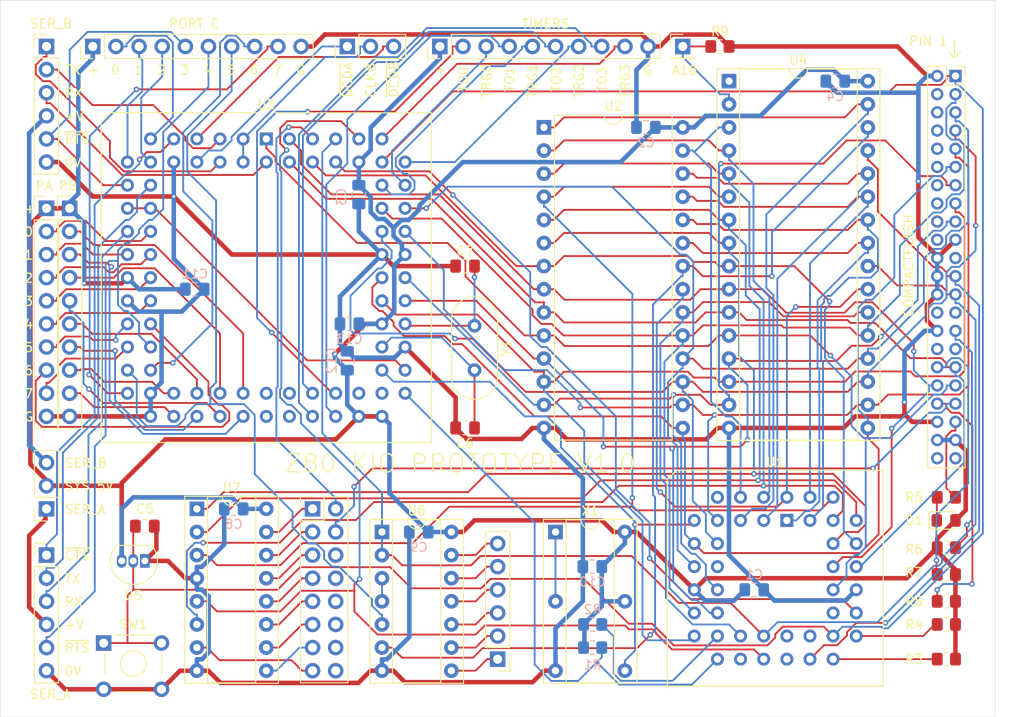
<source format=kicad_pcb>
(kicad_pcb (version 20240108) (generator "pcbnew") (generator_version "8.0")
  (layers (0 "F.Cu" signal) (31 "B.Cu" signal) (34 "B.Paste" user) (35 "F.Paste" user) (36 "B.SilkS" user "B.Silkscreen") (37 "F.SilkS" user "F.Silkscreen") (38 "B.Mask" user) (39 "F.Mask" user) (44 "Edge.Cuts" user))
  (net 0 "")
  (net 1 "GND")
  (net 2 "+5V")
  (net 3 "/~{RESET}")
  (net 4 "Net-(U3-XTALO)")
  (net 5 "Net-(U3-XTALI)")
  (net 6 "Net-(D1-K)")
  (net 7 "Net-(J1-Pin_4)")
  (net 8 "Net-(J1-Pin_5)")
  (net 9 "Net-(J1-Pin_9)")
  (net 10 "Net-(J1-Pin_7)")
  (net 11 "Net-(J1-Pin_6)")
  (net 12 "Net-(J1-Pin_8)")
  (net 13 "Net-(J1-Pin_3)")
  (net 14 "Net-(J1-Pin_2)")
  (net 15 "Net-(J2-Pin_7)")
  (net 16 "Net-(J2-Pin_9)")
  (net 17 "Net-(J2-Pin_6)")
  (net 18 "Net-(J2-Pin_8)")
  (net 19 "Net-(J2-Pin_5)")
  (net 20 "Net-(J2-Pin_2)")
  (net 21 "Net-(J2-Pin_3)")
  (net 22 "Net-(J2-Pin_4)")
  (net 23 "/~{CTSA}")
  (net 24 "/TXDA")
  (net 25 "/~{RTSA}")
  (net 26 "/RXDA")
  (net 27 "/~{RTSB}")
  (net 28 "/RXDB")
  (net 29 "/~{CTSB}")
  (net 30 "/TXDB")
  (net 31 "Net-(J7-Pin_4)")
  (net 32 "Net-(J7-Pin_3)")
  (net 33 "Net-(J7-Pin_8)")
  (net 34 "Net-(J7-Pin_9)")
  (net 35 "Net-(J7-Pin_6)")
  (net 36 "Net-(J7-Pin_5)")
  (net 37 "Net-(J7-Pin_2)")
  (net 38 "Net-(J7-Pin_7)")
  (net 39 "/A2")
  (net 40 "/D1")
  (net 45 "Net-(J8-~{CS1})")
  (net 46 "Net-(J8-~{DMACK})")
  (net 47 "Net-(J8-~{DASP})")
  (net 49 "/D2")
  (net 52 "/D6")
  (net 53 "/D0")
  (net 56 "/~{CS_CF}")
  (net 57 "/D4")
  (net 60 "/A1")
  (net 63 "/~{WR}")
  (net 65 "/~{RD}")
  (net 67 "/D3")
  (net 68 "/D5")
  (net 69 "Net-(J8-PDIAG)")
  (net 70 "/D7")
  (net 72 "/A0")
  (net 73 "Net-(J9-Pin_4)")
  (net 74 "Net-(J9-Pin_2)")
  (net 75 "Net-(J9-Pin_9)")
  (net 76 "/~{DTRA}")
  (net 77 "Net-(J9-Pin_8)")
  (net 78 "Net-(J9-Pin_3)")
  (net 79 "Net-(J10-Pin_2)")
  (net 80 "Net-(J10-Pin_1)")
  (net 81 "Net-(J10-Pin_3)")
  (net 82 "Net-(J11-Pin_1)")
  (net 84 "Net-(J12-Pin_5)")
  (net 85 "Net-(J12-Pin_7)")
  (net 88 "/~{CS_KIO}")
  (net 89 "Net-(J12-Pin_9)")
  (net 90 "Net-(J12-Pin_1)")
  (net 91 "Net-(J12-Pin_3)")
  (net 95 "Net-(J12-Pin_13)")
  (net 96 "Net-(J12-Pin_11)")
  (net 97 "Net-(J12-Pin_15)")
  (net 98 "Net-(J13-Pin_5)")
  (net 99 "Net-(J13-Pin_6)")
  (net 100 "Net-(J13-Pin_2)")
  (net 101 "Net-(J13-Pin_3)")
  (net 102 "Net-(J13-Pin_1)")
  (net 103 "Net-(J13-Pin_4)")
  (net 104 "/~{INT}")
  (net 105 "/~{NMI}")
  (net 106 "/~{WAIT}")
  (net 107 "/~{BUSREQ}")
  (net 108 "/A7")
  (net 109 "/A10")
  (net 110 "/A5")
  (net 111 "/A3")
  (net 113 "/~{M1}")
  (net 116 "/~{IORQ}")
  (net 120 "/A13")
  (net 121 "/A11")
  (net 122 "/A4")
  (net 123 "/SYSCLK")
  (net 125 "/A14")
  (net 126 "/~{MREQ}")
  (net 127 "/A8")
  (net 128 "/A15")
  (net 129 "/A6")
  (net 130 "/A12")
  (net 131 "/A9")
  (net 132 "/~{ROM_EN}")
  (net 133 "/CLKOUT")
  (net 141 "Net-(U6-Pad3)")
  (net 142 "Net-(X1-EN-Pad1)")
  (net 143 "Net-(J3-Pin_3)")
  (net 144 "Net-(J3-Pin_1)")
  (footprint "Package_TO_SOT_THT:TO-92L_Inline" (layer "F.Cu") (at 120.015 95.885 180)
    (property "Reference" "U5")
    (property "Value" "DS1233-10")
  )
  (footprint "MyLibrary2023:SW_TH_Tactile" (layer "F.Cu") (at 115.495 104.9125)
    (property "Reference" "SW1")
    (property "Value" "RESET")
  )
  (footprint "Connector_PinHeader_2.54mm:PinHeader_1x10_P2.54mm_Vertical" (layer "F.Cu") (at 109.22 57.15)
    (property "Reference" "J1" (hide yes))
    (property "Value" "Conn_01x10")
  )
  (footprint "LED_SMD:LED_0805_2012Metric_Pad1.15x1.40mm_HandSolder" (layer "F.Cu") (at 207.985 91.44)
    (property "Reference" "D1")
    (property "Value" "LED")
  )
  (footprint "Connector_PinHeader_2.54mm:PinHeader_1x01_P2.54mm_Vertical" (layer "F.Cu") (at 179.07 39.37)
    (property "Reference" "J11" (hide yes))
    (property "Value" "Conn_01x01")
  )
  (footprint "MyLibrary2023:CompactFlashHeader_2x22_P2.00mm_Vertical" (layer "F.Cu") (at 208.01 42.58)
    (property "Reference" "J8" (hide yes))
    (property "Value" "CON_IDE_2X22_2MM")
  )
  (footprint "Capacitor_SMD:C_0805_2012Metric_Pad1.18x1.45mm_HandSolder" (layer "F.Cu") (at 155.1725 81.28 180)
    (property "Reference" "C6")
    (property "Value" "22pF")
  )
  (footprint "Connector_PinHeader_2.54mm:PinHeader_1x10_P2.54mm_Vertical" (layer "F.Cu") (at 152.405 39.37 90)
    (property "Reference" "J7" (hide yes))
    (property "Value" "Conn_01x10")
  )
  (footprint "Connector_PinHeader_2.54mm:PinHeader_1x10_P2.54mm_Vertical" (layer "F.Cu") (at 114.305 39.37 90)
    (property "Reference" "J9" (hide yes))
    (property "Value" "Conn_01x10")
  )
  (footprint "Connector_PinHeader_2.54mm:PinHeader_1x06_P2.54mm_Vertical" (layer "F.Cu") (at 109.22 39.37)
    (property "Reference" "J6" (hide yes))
    (property "Value" "Conn_01x06")
  )
  (footprint "Package_LCC:PLCC-44_THT-Socket" (layer "F.Cu") (at 190.5 91.44)
    (property "Reference" "U1")
    (property "Value" "Z84C00_CPU_PLCC44")
  )
  (footprint "Package_DIP:DIP-28_W15.24mm" (layer "F.Cu") (at 163.83 48.26)
    (property "Reference" "U2")
    (property "Value" "W27C512")
  )
  (footprint "Connector_PinHeader_2.54mm:PinHeader_1x06_P2.54mm_Vertical" (layer "F.Cu") (at 158.75 106.68 180)
    (property "Reference" "J13" (hide yes))
    (property "Value" "Conn_01x06")
  )
  (footprint "Package_DIP:DIP-14_W7.62mm_Socket" (layer "F.Cu") (at 146.05 92.71)
    (property "Reference" "U6")
    (property "Value" "74LS00")
  )
  (footprint "Capacitor_SMD:C_0805_2012Metric_Pad1.18x1.45mm_HandSolder" (layer "F.Cu") (at 155.1725 63.5)
    (property "Reference" "C7")
    (property "Value" "22pF")
  )
  (footprint "Resistor_SMD:R_0805_2012Metric_Pad1.20x1.40mm_HandSolder" (layer "F.Cu") (at 208.01 100.33)
    (property "Reference" "R8")
    (property "Value" "1K")
  )
  (footprint "Resistor_SMD:R_0805_2012Metric_Pad1.20x1.40mm_HandSolder" (layer "F.Cu") (at 208.01 88.9)
    (property "Reference" "R5")
    (property "Value" "1K")
  )
  (footprint "Package_DIP:DIP-16_W7.62mm_Socket" (layer "F.Cu") (at 125.73 90.17)
    (property "Reference" "U7")
    (property "Value" "74LS138")
  )
  (footprint "Package_DIP:DIP-32_W15.24mm_Socket" (layer "F.Cu") (at 184.15 43.18)
    (property "Reference" "U4")
    (property "Value" "TC551001BPL")
  )
  (footprint "Connector_PinHeader_2.54mm:PinHeader_1x06_P2.54mm_Vertical" (layer "F.Cu") (at 109.22 95.25)
    (property "Reference" "J5" (hide yes))
    (property "Value" "Conn_01x06")
  )
  (footprint "Connector_PinHeader_2.54mm:PinHeader_2x08_P2.54mm_Vertical" (layer "F.Cu") (at 138.43 90.17)
    (property "Reference" "J12" (hide yes))
    (property "Value" "Conn_02x08_Odd_Even")
  )
  (footprint "Resistor_SMD:R_0805_2012Metric_Pad1.20x1.40mm_HandSolder" (layer "F.Cu") (at 208.01 106.68)
    (property "Reference" "R3")
    (property "Value" "10K")
  )
  (footprint "Resistor_SMD:R_0805_2012Metric_Pad1.20x1.40mm_HandSolder" (layer "F.Cu") (at 183.15 39.37)
    (property "Reference" "R9")
    (property "Value" "10K")
  )
  (footprint "Connector_PinHeader_2.54mm:PinHeader_1x10_P2.54mm_Vertical" (layer "F.Cu") (at 111.76 57.15)
    (property "Reference" "J2" (hide yes))
    (property "Value" "Conn_01x10")
  )
  (footprint "Package_LCC:PLCC-84_THT-Socket" (layer "F.Cu") (at 133.35 49.53)
    (property "Reference" "U3")
    (property "Value" "Z80C90")
  )
  (footprint "MyLibrary2023:DIP-14_W7.62mm-XTAL_SOCKET" (layer "F.Cu") (at 165.1 92.71)
    (property "Reference" "X1")
    (property "Value" "CXO_DIP8-14")
  )
  (footprint "Resistor_SMD:R_0805_2012Metric_Pad1.20x1.40mm_HandSolder" (layer "F.Cu") (at 208.01 97.38)
    (property "Reference" "R7")
    (property "Value" "1K")
  )
  (footprint "Capacitor_SMD:C_0805_2012Metric_Pad1.18x1.45mm_HandSolder" (layer "F.Cu") (at 120.015 92.075 180)
    (property "Reference" "C5")
    (property "Value" "100n")
  )
  (footprint "Resistor_SMD:R_0805_2012Metric_Pad1.20x1.40mm_HandSolder" (layer "F.Cu") (at 208.01 94.43)
    (property "Reference" "R6")
    (property "Value" "1K")
  )
  (footprint "Connector_PinSocket_2.54mm:PinSocket_1x03_P2.54mm_Vertical" (layer "F.Cu") (at 109.22 90.17 180)
    (property "Reference" "J3" (hide yes))
    (property "Value" "Conn_01x03")
  )
  (footprint "Resistor_SMD:R_0805_2012Metric_Pad1.20x1.40mm_HandSolder" (layer "F.Cu") (at 208.01 102.87)
    (property "Reference" "R4")
    (property "Value" "10K")
  )
  (footprint "Crystal:Crystal_HC49-U_Vertical" (layer "F.Cu") (at 156.21 70.05 -90)
    (property "Reference" "Y1")
    (property "Value" "3.6864MHz")
  )
  (footprint "Connector_PinHeader_2.54mm:PinHeader_1x03_P2.54mm_Vertical" (layer "F.Cu") (at 142.245 39.37 90)
    (property "Reference" "J10" (hide yes))
    (property "Value" "Conn_01x03")
  )
  (footprint "Capacitor_SMD:C_0805_2012Metric_Pad1.18x1.45mm_HandSolder" (layer "B.Cu") (at 142.24 73.8925 -90)
    (property "Reference" "C12")
    (property "Value" "100n")
  )
  (footprint "Capacitor_SMD:C_0805_2012Metric_Pad1.18x1.45mm_HandSolder" (layer "B.Cu") (at 150.0925 92.71)
    (property "Reference" "C9")
    (property "Value" "100n")
  )
  (footprint "Resistor_SMD:R_0805_2012Metric_Pad1.20x1.40mm_HandSolder" (layer "B.Cu") (at 169.18 102.87 180)
    (property "Reference" "R2")
    (property "Value" "10K")
  )
  (footprint "Capacitor_SMD:C_0805_2012Metric_Pad1.18x1.45mm_HandSolder" (layer "B.Cu") (at 186.9225 99.06 180)
    (property "Reference" "C1")
    (property "Value" "100n")
  )
  (footprint "Capacitor_SMD:C_0805_2012Metric_Pad1.18x1.45mm_HandSolder" (layer "B.Cu") (at 125.4975 66.04 180)
    (property "Reference" "C11")
    (property "Value" "100n")
  )
  (footprint "Capacitor_SMD:C_0805_2012Metric_Pad1.18x1.45mm_HandSolder" (layer "B.Cu") (at 169.1425 96.52)
    (property "Reference" "C10")
    (property "Value" "100n")
  )
  (footprint "Capacitor_SMD:C_0805_2012Metric_Pad1.18x1.45mm_HandSolder" (layer "B.Cu") (at 129.7725 90.17)
    (property "Reference" "C8")
    (property "Value" "100n")
  )
  (footprint "Capacitor_SMD:C_0805_2012Metric_Pad1.18x1.45mm_HandSolder" (layer "B.Cu") (at 143.51 55.6475 90)
    (property "Reference" "C3")
    (property "Value" "100n")
  )
  (footprint "Resistor_SMD:R_0805_2012Metric_Pad1.20x1.40mm_HandSolder" (layer "B.Cu") (at 169.18 105.41 180)
    (property "Reference" "R1")
    (property "Value" "10K")
  )
  (footprint "Capacitor_SMD:C_0805_2012Metric_Pad1.18x1.45mm_HandSolder" (layer "B.Cu") (at 175.0275 48.26)
    (property "Reference" "C2")
    (property "Value" "100n")
  )
  (footprint "Capacitor_SMD:C_0805_2012Metric_Pad1.18x1.45mm_HandSolder" (layer "B.Cu") (at 142.4725 69.85)
    (property "Reference" "C13")
    (property "Value" "100n")
  )
  (footprint "Capacitor_SMD:C_0805_2012Metric_Pad1.18x1.45mm_HandSolder" (layer "B.Cu") (at 195.8125 43.18)
    (property "Reference" "C4")
    (property "Value" "100n")
  )
  (gr_line (start 208.915 40.64) (end 208.28 40.005) (stroke (width 0.15)) (layer "F.SilkS"))
  (gr_line (start 208.915 38.735) (end 208.915 40.64) (stroke (width 0.15)) (layer "F.SilkS"))
  (gr_line (start 208.915 40.64) (end 209.55 40.005) (stroke (width 0.15)) (layer "F.SilkS"))
  (gr_rect (start 104.14 34.29) (end 213.36 113.03) (stroke (width 0.05)) (fill none) (layer "Edge.Cuts"))
  (gr_text "SER_B" (at 107.315 37.465 0) (layer "F.SilkS") (effects (font (size 1 1)) (justify left bottom)))
  (gr_text "TRG3" (at 173.355 45.085 90) (layer "F.SilkS") (effects (font (size 1 1)) (justify left bottom)))
  (gr_text "~{RTS}" (at 111.125 106.045 0) (layer "F.SilkS") (effects (font (size 1 1)) (justify left bottom)))
  (gr_text "TX" (at 111.125 98.425 0) (layer "F.SilkS") (effects (font (size 1 1)) (justify left bottom)))
  (gr_text "RX" (at 111.125 100.965 0) (layer "F.SilkS") (effects (font (size 1 1)) (justify left bottom)))
  (gr_text "~{CTS}" (at 111.125 95.885 0) (layer "F.SilkS") (effects (font (size 1 1)) (justify left bottom)))
  (gr_text "+" (at 113.665 42.545 0) (layer "F.SilkS") (effects (font (size 1 1)) (justify left bottom)))
  (gr_text "~{DCDB}" (at 147.955 45.085 90) (layer "F.SilkS") (effects (font (size 1 1)) (justify left bottom)))
  (gr_text "5" (at 106.68 73.025 0) (layer "F.SilkS") (effects (font (size 1 1)) (justify left bottom)))
  (gr_text "+" (at 106.68 57.785 0) (layer "F.SilkS") (effects (font (size 1 1)) (justify left bottom)))
  (gr_text "TRG2" (at 168.275 45.085 90) (layer "F.SilkS") (effects (font (size 1 1)) (justify left bottom)))
  (gr_text "0V" (at 111.125 52.705 0) (layer "F.SilkS") (effects (font (size 1 1)) (justify left bottom)))
  (gr_text "5" (at 128.905 42.545 0) (layer "F.SilkS") (effects (font (size 1 1)) (justify left bottom)))
  (gr_text "1" (at 118.745 42.545 0) (layer "F.SilkS") (effects (font (size 1 1)) (justify left bottom)))
  (gr_text "TRG1" (at 163.195 45.085 90) (layer "F.SilkS") (effects (font (size 1 1)) (justify left bottom)))
  (gr_text "COMPACTFLASH" (at 204.47 69.215 90) (layer "F.SilkS") (effects (font (size 1 1)) (justify left bottom)))
  (gr_text "TO0" (at 155.575 44.45 90) (layer "F.SilkS") (effects (font (size 1 1)) (justify left bottom)))
  (gr_text "G" (at 106.68 80.645 0) (layer "F.SilkS") (effects (font (size 1 1)) (justify left bottom)))
  (gr_text "SER_A" (at 111.125 90.805 0) (layer "F.SilkS") (effects (font (size 1 1)) (justify left bottom)))
  (gr_text "6" (at 106.68 75.565 0) (layer "F.SilkS") (effects (font (size 1 1)) (justify left bottom)))
  (gr_text "4" (at 126.365 42.545 0) (layer "F.SilkS") (effects (font (size 1 1)) (justify left bottom)))
  (gr_text "2" (at 106.68 65.405 0) (layer "F.SilkS") (effects (font (size 1 1)) (justify left bottom)))
  (gr_text "G" (at 174.625 42.545 0) (layer "F.SilkS") (effects (font (size 1 1)) (justify left bottom)))
  (gr_text "TO1" (at 160.655 44.45 90) (layer "F.SilkS") (effects (font (size 1 1)) (justify left bottom)))
  (gr_text "7" (at 133.985 42.545 0) (layer "F.SilkS") (effects (font (size 1 1)) (justify left bottom)))
  (gr_text "+V" (at 111.125 103.505 0) (layer "F.SilkS") (effects (font (size 1 1)) (justify left bottom)))
  (gr_text "PB" (at 110.49 55.245 0) (layer "F.SilkS") (effects (font (size 1 1)) (justify left bottom)))
  (gr_text "~{RTS}" (at 111.125 50.165 0) (layer "F.SilkS") (effects (font (size 1 1)) (justify left bottom)))
  (gr_text "0V" (at 111.125 108.585 0) (layer "F.SilkS") (effects (font (size 1 1)) (justify left bottom)))
  (gr_text "TO3" (at 170.815 44.45 90) (layer "F.SilkS") (effects (font (size 1 1)) (justify left bottom)))
  (gr_text "SER_A" (at 107.315 111.125 0) (layer "F.SilkS") (effects (font (size 1 1)) (justify left bottom)))
  (gr_text "TIMERS" (at 161.29 37.465 0) (layer "F.SilkS") (effects (font (size 1 1)) (justify left bottom)))
  (gr_text "6" (at 131.445 42.545 0) (layer "F.SilkS") (effects (font (size 1 1)) (justify left bottom)))
  (gr_text "PIN 1" (at 203.835 39.37 0) (layer "F.SilkS") (effects (font (size 1 1)) (justify left bottom)))
  (gr_text "TO2" (at 165.735 44.45 90) (layer "F.SilkS") (effects (font (size 1 1)) (justify left bottom)))
  (gr_text "PA" (at 107.95 55.245 0) (layer "F.SilkS") (effects (font (size 1 1)) (justify left bottom)))
  (gr_text "PORT C" (at 122.555 37.465 0) (layer "F.SilkS") (effects (font (size 1 1)) (justify left bottom)))
  (gr_text "+" (at 151.765 42.545 0) (layer "F.SilkS") (effects (font (size 1 1)) (justify left bottom)))
  (gr_text "7" (at 106.68 78.105 0) (layer "F.SilkS") (effects (font (size 1 1)) (justify left bottom)))
  (gr_text "SER_B" (at 111.125 85.725 0) (layer "F.SilkS") (effects (font (size 1 1)) (justify left bottom)))
  (gr_text "TX" (at 111.125 42.545 0) (layer "F.SilkS") (effects (font (size 1 1)) (justify left bottom)))
  (gr_text "SYS 5V" (at 111.125 88.265 0) (layer "F.SilkS") (effects (font (size 1 1)) (justify left bottom)))
  (gr_text "A16" (at 177.8 42.545 0) (layer "F.SilkS") (effects (font (size 1 1)) (justify left bottom)))
  (gr_text "TRG0" (at 158.115 45.085 90) (layer "F.SilkS") (effects (font (size 1 1)) (justify left bottom)))
  (gr_text "RX" (at 111.125 45.085 0) (layer "F.SilkS") (effects (font (size 1 1)) (justify left bottom)))
  (gr_text "3" (at 123.825 42.545 0) (layer "F.SilkS") (effects (font (size 1 1)) (justify left bottom)))
  (gr_text "Z80 KIO PROTOTYPE V1.0" (at 135.255 86.36 0) (layer "F.SilkS") (effects (font (size 2 2)) (justify left bottom)))
  (gr_text "0" (at 116.205 42.545 0) (layer "F.SilkS") (effects (font (size 1 1)) (justify left bottom)))
  (gr_text "1" (at 106.68 62.865 0) (layer "F.SilkS") (effects (font (size 1 1)) (justify left bottom)))
  (gr_text "+V" (at 111.125 47.625 0) (layer "F.SilkS") (effects (font (size 1 1)) (justify left bottom)))
  (gr_text "G" (at 136.525 42.545 0) (layer "F.SilkS") (effects (font (size 1 1)) (justify left bottom)))
  (gr_text "CLKB" (at 145.415 45.085 90) (layer "F.SilkS") (effects (font (size 1 1)) (justify left bottom)))
  (gr_text "4" (at 106.68 70.485 0) (layer "F.SilkS") (effects (font (size 1 1)) (justify left bottom)))
  (gr_text "~{DCDA}" (at 142.875 45.085 90) (layer "F.SilkS") (effects (font (size 1 1)) (justify left bottom)))
  (gr_text "2" (at 121.285 42.545 0) (layer "F.SilkS") (effects (font (size 1 1)) (justify left bottom)))
  (gr_text "3" (at 106.68 67.945 0) (layer "F.SilkS") (effects (font (size 1 1)) (justify left bottom)))
  (gr_text "0" (at 106.68 60.325 0) (layer "F.SilkS") (effects (font (size 1 1)) (justify left bottom)))
  (segment (start 183.5242 81.28) (end 184.15 81.28) (width 0.5) (layer "F.Cu") (net 1))
  (segment (start 207.01 42.61) (end 205.8833 42.61) (width 0.5) (layer "F.Cu") (net 1))
  (segment (start 154.135 77.935) (end 154.135 81.28) (width 0.5) (layer "F.Cu") (net 1))
  (segment (start 128.3225 109.2908) (end 143.4575 109.2908) (width 0.5) (layer "F.Cu") (net 1))
  (segment (start 205.8777 67.7423) (end 207.01 66.61) (width 0.5) (layer "F.Cu") (net 1))
  (segment (start 204.2487 80.61) (end 205.8833 80.61) (width 0.5) (layer "F.Cu") (net 1))
  (segment (start 207.01 62.4055) (end 207.01 62.61) (width 0.5) (layer "F.Cu") (net 1))
  (segment (start 163.83 81.28) (end 162.5783 81.28) (width 0.5) (layer "F.Cu") (net 1))
  (segment (start 182.8983 81.28) (end 181.6453 82.533) (width 0.5) (layer "F.Cu") (net 1))
  (segment (start 129.5702 62.23) (end 146.05 62.23) (width 0.5) (layer "F.Cu") (net 1))
  (segment (start 125.73 97.79) (end 124.46 97.79) (width 0.5) (layer "F.Cu") (net 1))
  (segment (start 120.65 80.01) (end 111.76 80.01) (width 0.5) (layer "F.Cu") (net 1))
  (segment (start 197.9939 80.01) (end 196.7239 81.28) (width 0.5) (layer "F.Cu") (net 1))
  (segment (start 165.1 107.95) (end 163.8483 107.95) (width 0.5) (layer "F.Cu") (net 1))
  (segment (start 162.59 109.2083) (end 148.56 109.2083) (width 0.5) (layer "F.Cu") (net 1))
  (segment (start 161.3679 82.4904) (end 162.5783 81.28) (width 0.5) (layer "F.Cu") (net 1))
  (segment (start 146.05 107.95) (end 144.7983 107.95) (width 0.5) (layer "F.Cu") (net 1))
  (segment (start 203.4126 79.7739) (end 204.2487 80.61) (width 0.5) (layer "F.Cu") (net 1))
  (segment (start 176.5667 39.37) (end 177.8717 38.065) (width 0.5) (layer "F.Cu") (net 1))
  (segment (start 137.165 39.37) (end 138.4667 39.37) (width 0.5) (layer "F.Cu") (net 1))
  (segment (start 204.9427 60.3382) (end 207.01 62.4055) (width 0.5) (layer "F.Cu") (net 1))
  (segment (start 123.8875 107.95) (end 121.845 109.9925) (width 0.5) (layer "F.Cu") (net 1))
  (segment (start 207.01 70.61) (end 205.8777 69.4777) (width 0.5) (layer "F.Cu") (net 1))
  (segment (start 203.4126 79.7739) (end 203.1765 80.01) (width 0.5) (layer "F.Cu") (net 1))
  (segment (start 139.7839 38.0528) (end 174.5987 38.0528) (width 0.5) (layer "F.Cu") (net 1))
  (segment (start 207.01 62.4055) (end 207.2145 62.4055) (width 0.5) (layer "F.Cu") (net 1))
  (segment (start 182.845 38.065) (end 184.15 39.37) (width 0.5) (layer "F.Cu") (net 1))
  (segment (start 121.285 94.615) (end 121.285 92.3075) (width 0.5) (layer "F.Cu") (net 1))
  (segment (start 120.015 95.885) (end 121.285 94.615) (width 0.5) (layer "F.Cu") (net 1))
  (segment (start 148.56 109.2083) (end 147.3017 107.95) (width 0.5) (layer "F.Cu") (net 1))
  (segment (start 122.555 95.885) (end 120.015 95.885) (width 0.5) (layer "F.Cu") (net 1))
  (segment (start 196.7239 81.28) (end 184.15 81.28) (width 0.5) (layer "F.Cu") (net 1))
  (segment (start 203.4126 78.4364) (end 203.4126 79.7739) (width 0.5) (layer "F.Cu") (net 1))
  (segment (start 183.5242 81.28) (end 182.8983 81.28) (width 0.5) (layer "F.Cu") (net 1))
  (segment (start 163.83 81.28) (end 165.0817 81.28) (width 0.5) (layer "F.Cu") (net 1))
  (segment (start 121.845 109.9925) (end 115.495 109.9925) (width 0.5) (layer "F.Cu") (net 1))
  (segment (start 110.5217 52.07) (end 114.3015 55.8498) (width 0.5) (layer "F.Cu") (net 1))
  (segment (start 205.8777 69.4777) (end 205.8777 67.7423) (width 0.5) (layer "F.Cu") (net 1))
  (segment (start 204.9427 54.182) (end 204.9427 60.3382) (width 0.5) (layer "F.Cu") (net 1))
  (segment (start 177.8717 38.065) (end 182.845 38.065) (width 0.5) (layer "F.Cu") (net 1))
  (segment (start 202.6433 39.37) (end 184.15 39.37) (width 0.5) (layer "F.Cu") (net 1))
  (segment (start 166.3347 82.533) (end 165.0817 81.28) (width 0.5) (layer "F.Cu") (net 1))
  (segment (start 207.01 80.61) (end 205.8833 80.61) (width 0.5) (layer "F.Cu") (net 1))
  (segment (start 181.6453 82.533) (end 166.3347 82.533) (width 0.5) (layer "F.Cu") (net 1))
  (segment (start 125.73 107.95) (end 123.8875 107.95) (width 0.5) (layer "F.Cu") (net 1))
  (segment (start 147.32 63.5) (end 154.135 63.5) (width 0.5) (layer "F.Cu") (net 1))
  (segment (start 148.59 72.39) (end 154.135 77.935) (width 0.5) (layer "F.Cu") (net 1))
  (segment (start 175.265 39.37) (end 175.9159 39.37) (width 0.5) (layer "F.Cu") (net 1))
  (segment (start 124.46 97.79) (end 122.555 95.885) (width 0.5) (layer "F.Cu") (net 1))
  (segment (start 109.22 80.01) (end 110.5217 80.01) (width 0.5) (layer "F.Cu") (net 1))
  (segment (start 123.19 55.8498) (end 129.5702 62.23) (width 0.5) (layer "F.Cu") (net 1))
  (segment (start 146.05 107.95) (end 147.3017 107.95) (width 0.5) (layer "F.Cu") (net 1))
  (segment (start 125.73 107.95) (end 126.9817 107.95) (width 0.5) (layer "F.Cu") (net 1))
  (segment (start 146.05 62.23) (end 147.32 63.5) (width 0.5) (layer "F.Cu") (net 1))
  (segment (start 143.4575 109.2908) (end 144.7983 107.95) (width 0.5) (layer "F.Cu") (net 1))
  (segment (start 109.22 52.07) (end 110.5217 52.07) (width 0.5) (layer "F.Cu") (net 1))
  (segment (start 163.8483 107.95) (end 162.59 109.2083) (width 0.5) (layer "F.Cu") (net 1))
  (segment (start 115.495 109.9925) (end 111.2625 109.9925) (width 0.5) (layer "F.Cu") (net 1))
  (segment (start 126.9817 107.95) (end 128.3225 109.2908) (width 0.5) (layer "F.Cu") (net 1))
  (segment (start 111.2625 109.9925) (end 109.22 107.95) (width 0.5) (layer "F.Cu") (net 1))
  (segment (start 155.3454 82.4904) (end 161.3679 82.4904) (width 0.5) (layer "F.Cu") (net 1))
  (segment (start 121.285 92.3075) (end 121.0525 92.075) (width 0.5) (layer "F.Cu") (net 1))
  (segment (start 138.4667 39.37) (end 139.7839 38.0528) (width 0.5) (layer "F.Cu") (net 1))
  (segment (start 205.8833 42.61) (end 202.6433 39.37) (width 0.5) (layer "F.Cu") (net 1))
  (segment (start 114.3015 55.8498) (end 123.19 55.8498) (width 0.5) (layer "F.Cu") (net 1))
  (segment (start 203.1765 80.01) (end 197.9939 80.01) (width 0.5) (layer "F.Cu") (net 1))
  (segment (start 111.76 80.01) (end 110.5217 80.01) (width 0.5) (layer "F.Cu") (net 1))
  (segment (start 174.5987 38.0528) (end 175.9159 39.37) (width 0.5) (layer "F.Cu") (net 1))
  (segment (start 175.9159 39.37) (end 176.5667 39.37) (width 0.5) (layer "F.Cu") (net 1))
  (segment (start 154.135 81.28) (end 155.3454 82.4904) (width 0.5) (layer "F.Cu") (net 1))
  (segment (start 207.2145 62.4055) (end 209.01 60.61) (width 0.5) (layer "F.Cu") (net 1))
  (via (at 204.9427 54.182) (size 0.6) (drill 0.3) (layers "F.Cu" "B.Cu") (net 1))
  (via (at 203.4126 78.4364) (size 0.6) (drill 0.3) (layers "F.Cu" "B.Cu") (net 1))
  (via (at 123.19 55.8498) (size 0.6) (drill 0.3) (layers "F.Cu" "B.Cu") (net 1))
  (segment (start 126.2776 106.6983) (end 127.0198 105.9561) (width 0.5) (layer "B.Cu") (net 1))
  (segment (start 126.535 66.04) (end 124.0744 68.5006) (width 0.5) (layer "B.Cu") (net 1))
  (segment (start 127.0198 99.7871) (end 126.2744 99.0417) (width 0.5) (layer "B.Cu") (net 1))
  (segment (start 187.96 99.06) (end 189.1506 100.2506) (width 0.5) (layer "B.Cu") (net 1))
  (segment (start 141.435 66.845) (end 146.05 62.23) (width 0.5) (layer "B.Cu") (net 1))
  (segment (start 196.045 44.45) (end 194.775 43.18) (width 0.5) (layer "B.Cu") (net 1))
  (segment (start 189.1506 100.2506) (end 196.9294 100.2506) (width 0.5) (layer "B.Cu") (net 1))
  (segment (start 163.83 81.28) (end 163.83 82.5317) (width 0.5) (layer "B.Cu") (net 1))
  (segment (start 196.9294 100.2506) (end 198.12 99.06) (width 0.5) (layer "B.Cu") (net 1))
  (segment (start 125.73 97.79) (end 125.73 96.5383) (width 0.5) (layer "B.Cu") (net 1))
  (segment (start 204.9427 43.5506) (end 204.9427 44.45) (width 0.5) (layer "B.Cu") (net 1))
  (segment (start 123.19 62.695) (end 126.535 66.04) (width 0.5) (layer "B.Cu") (net 1))
  (segment (start 173.99 48.26) (end 173.99 41.9467) (width 0.5) (layer "B.Cu") (net 1))
  (segment (start 125.73 106.6983) (end 126.2776 106.6983) (width 0.5) (layer "B.Cu") (net 1))
  (segment (start 205.8833 42.61) (end 204.9427 43.5506) (width 0.5) (layer "B.Cu") (net 1))
  (segment (start 128.735 90.17) (end 128.735 94.0777) (width 0.5) (layer "B.Cu") (net 1))
  (segment (start 142.9444 73.5594) (end 147.4206 73.5594) (width 0.5) (layer "B.Cu") (net 1))
  (segment (start 124.0744 68.5006) (end 121.8523 68.5006) (width 0.5) (layer "B.Cu") (net 1))
  (segment (start 141.435 69.85) (end 141.435 66.845) (width 0.5) (layer "B.Cu") (net 1))
  (segment (start 121.8523 68.5006) (end 119.3006 68.5006) (width 0.5) (layer "B.Cu") (net 1))
  (segment (start 168.105 100.3044) (end 165.1 103.3094) (width 0.5) (layer "B.Cu") (net 1))
  (segment (start 163.83 82.5317) (end 168.105 86.8067) (width 0.5) (layer "B.Cu") (net 1))
  (segment (start 149.055 104.2377) (end 146.5944 106.6983) (width 0.5) (layer "B.Cu") (net 1))
  (segment (start 203.4126 78.4364) (end 203.4126 72.8261) (width 0.5) (layer "B.Cu") (net 1))
  (segment (start 127.0198 105.9561) (end 127.0198 99.7871) (width 0.5) (layer "B.Cu") (net 1))
  (segment (start 173.99 41.9467) (end 175.265 40.6717) (width 0.5) (layer "B.Cu") (net 1))
  (segment (start 204.9427 44.45) (end 204.9427 54.182) (width 0.5) (layer "B.Cu") (net 1))
  (segment (start 207.01 42.61) (end 205.8833 42.61) (width 0.5) (layer "B.Cu") (net 1))
  (segment (start 168.105 96.52) (end 168.105 100.3044) (width 0.5) (layer "B.Cu") (net 1))
  (segment (start 203.4126 72.8261) (end 205.6287 70.61) (width 0.5) (layer "B.Cu") (net 1))
  (segment (start 126.2744 96.5383) (end 125.73 96.5383) (width 0.5) (layer "B.Cu") (net 1))
  (segment (start 142.24 72.855) (end 142.9444 73.5594) (width 0.5) (layer "B.Cu") (net 1))
  (segment (start 184.15 95.25) (end 187.96 99.06) (width 0.5) (layer "B.Cu") (net 1))
  (segment (start 207.01 64.61) (end 207.01 62.61) (width 0.5) (layer "B.Cu") (net 1))
  (segment (start 147.4206 73.5594) (end 148.59 72.39) (width 0.5) (layer "B.Cu") (net 1))
  (segment (start 149.055 92.71) (end 149.055 104.2377) (width 0.5) (layer "B.Cu") (net 1))
  (segment (start 125.73 97.79) (end 125.73 99.0417) (width 0.5) (layer "B.Cu") (net 1))
  (segment (start 207.01 70.61) (end 205.8833 70.61) (width 0.5) (layer "B.Cu") (net 1))
  (segment (start 146.5944 106.6983) (end 146.05 106.6983) (width 0.5) (layer "B.Cu") (net 1))
  (segment (start 143.51 56.685) (end 143.51 59.69) (width 0.5) (layer "B.Cu") (net 1))
  (segment (start 175.265 39.37) (end 175.265 40.6717) (width 0.5) (layer "B.Cu") (net 1))
  (segment (start 143.51 59.69) (end 146.05 62.23) (width 0.5) (layer "B.Cu") (net 1))
  (segment (start 123.19 55.8498) (end 123.19 62.695) (width 0.5) (layer "B.Cu") (net 1))
  (segment (start 141.435 69.85) (end 141.435 72.05) (width 0.5) (layer "B.Cu") (net 1))
  (segment (start 128.735 94.0777) (end 126.2744 96.5383) (width 0.5) (layer "B.Cu") (net 1))
  (segment (start 123.19 52.07) (end 123.19 55.8498) (width 0.5) (layer "B.Cu") (net 1))
  (segment (start 168.105 86.8067) (end 168.105 96.52) (width 0.5) (layer "B.Cu") (net 1))
  (segment (start 207.01 66.61) (end 207.01 64.61) (width 0.5) (layer "B.Cu") (net 1))
  (segment (start 125.73 107.95) (end 125.73 106.6983) (width 0.5) (layer "B.Cu") (net 1))
  (segment (start 184.15 81.28) (end 184.15 95.25) (width 0.5) (layer "B.Cu") (net 1))
  (segment (start 121.8523 68.5006) (end 121.8523 76.2677) (width 0.5) (layer "B.Cu") (net 1))
  (segment (start 204.9427 44.45) (end 196.045 44.45) (width 0.5) (layer "B.Cu") (net 1))
  (segment (start 205.6287 70.61) (end 205.8833 70.61) (width 0.5) (layer "B.Cu") (net 1))
  (segment (start 165.1 103.3094) (end 165.1 107.95) (width 0.5) (layer "B.Cu") (net 1))
  (segment (start 126.2744 99.0417) (end 125.73 99.0417) (width 0.5) (layer "B.Cu") (net 1))
  (segment (start 141.435 72.05) (end 142.24 72.855) (width 0.5) (layer "B.Cu") (net 1))
  (segment (start 119.3006 68.5006) (end 118.11 67.31) (width 0.5) (layer "B.Cu") (net 1))
  (segment (start 146.05 107.95) (end 146.05 106.6983) (width 0.5) (layer "B.Cu") (net 1))
  (segment (start 120.65 77.47) (end 120.65 80.01) (width 0.5) (layer "B.Cu") (net 1))
  (segment (start 121.8523 76.2677) (end 120.65 77.47) (width 0.5) (layer "B.Cu") (net 1))
  (segment (start 154.9217 92.71) (end 156.2019 91.4298) (width 0.5) (layer "F.Cu") (net 2))
  (segment (start 173.3459 92.71) (end 172.72 92.71) (width 0.5) (layer "F.Cu") (net 2))
  (segment (start 203.65 97.79) (end 181.61 97.79) (width 0.5) (layer "F.Cu") (net 2))
  (segment (start 118.11 64.77) (end 117.491 65.389) (width 0.5) (layer "F.Cu") (net 2))
  (segment (start 156.2019 91.4298) (end 170.1881 91.4298) (width 0.5) (layer "F.Cu") (net 2))
  (segment (start 210.1384 90.3116) (end 209.01 91.44) (width 0.5) (layer "F.Cu") (net 2))
  (segment (start 111.76 57.15) (end 110.4583 57.15) (width 0.5) (layer "F.Cu") (net 2))
  (segment (start 209.01 106.68) (end 209.01 103.14) (width 0.5) (layer "F.Cu") (net 2))
  (segment (start 207.01 94.905) (end 206.535 94.905) (width 0.5) (layer "F.Cu") (net 2))
  (segment (start 209.01 100.33) (end 209.01 97.38) (width 0.5) (layer "F.Cu") (net 2))
  (segment (start 206.535 94.905) (end 203.65 97.79) (width 0.5) (layer "F.Cu") (net 2))
  (segment (start 207.0665 94.905) (end 207.01 94.905) (width 0.5) (layer "F.Cu") (net 2))
  (segment (start 117.475 87.3266) (end 117.475 90.17) (width 0.5) (layer "F.Cu") (net 2))
  (segment (start 153.67 92.71) (end 154.9217 92.71) (width 0.5) (layer "F.Cu") (net 2))
  (segment (start 146.05 69.85) (end 144.189 69.85) (width 0.5) (layer "F.Cu") (net 2))
  (segment (start 109.8183 87.63) (end 117.475 87.63) (width 0.5) (layer "F.Cu") (net 2))
  (segment (start 117.491 65.389) (end 113.3559 65.389) (width 0.5) (layer "F.Cu") (net 2))
  (segment (start 122.2658 82.5358) (end 117.475 87.3266) (width 0.5) (layer "F.Cu") (net 2))
  (segment (start 144.189 69.85) (end 140.8752 73.1638) (width 0.5) (layer "F.Cu") (net 2))
  (segment (start 207.01 94.905) (end 207.01 94.43) (width 0.5) (layer "F.Cu") (net 2))
  (segment (start 109.8183 87.63) (end 107.4484 85.2601) (width 0.5) (layer "F.Cu") (net 2))
  (segment (start 208.74 102.87) (end 209.01 102.6) (width 0.5) (layer "F.Cu") (net 2))
  (segment (start 109.22 87.63) (end 109.8183 87.63) (width 0.5) (layer "F.Cu") (net 2))
  (segment (start 107.4484 85.2601) (end 107.4484 58.9216) (width 0.5) (layer "F.Cu") (net 2))
  (segment (start 209.01 103.14) (end 208.74 102.87) (width 0.5) (layer "F.Cu") (net 2))
  (segment (start 140.9842 82.5358) (end 143.51 80.01) (width 0.5) (layer "F.Cu") (net 2))
  (segment (start 107.4484 58.9216) (end 109.22 57.15) (width 0.5) (layer "F.Cu") (net 2))
  (segment (start 207.01 94.43) (end 207.01 93.44) (width 0.5) (layer "F.Cu") (net 2))
  (segment (start 209.01 82.61) (end 210.1384 83.7384) (width 0.5) (layer "F.Cu") (net 2))
  (segment (start 173.3459 92.71) (end 173.9717 92.71) (width 0.5) (layer "F.Cu") (net 2))
  (segment (start 109.22 57.15) (end 110.4583 57.15) (width 0.5) (layer "F.Cu") (net 2))
  (segment (start 210.1384 83.7384) (end 210.1384 90.3116) (width 0.5) (layer "F.Cu") (net 2))
  (segment (start 181.61 97.79) (end 180.34 99.06) (width 0.5) (layer "F.Cu") (net 2))
  (segment (start 170.1881 91.4298) (end 171.4683 92.71) (width 0.5) (layer "F.Cu") (net 2))
  (segment (start 146.05 80.01) (end 143.51 80.01) (width 0.5) (layer "F.Cu") (net 2))
  (segment (start 172.72 92.71) (end 171.4683 92.71) (width 0.5) (layer "F.Cu") (net 2))
  (segment (start 209.01 102.6) (end 209.01 100.33) (width 0.5) (layer "F.Cu") (net 2))
  (segment (start 180.34 99.06) (end 173.99 92.71) (width 0.5) (layer "F.Cu") (net 2))
  (segment (start 173.99 92.71) (end 173.9717 92.71) (width 0.5) (layer "F.Cu") (net 2))
  (segment (start 209.01 96.8485) (end 207.0665 94.905) (width 0.5) (layer "F.Cu") (net 2))
  (segment (start 209.01 97.38) (end 209.01 96.8485) (width 0.5) (layer "F.Cu") (net 2))
  (segment (start 117.475 90.17) (end 117.475 95.885) (width 0.5) (layer "F.Cu") (net 2))
  (segment (start 207.01 93.44) (end 209.01 91.44) (width 0.5) (layer "F.Cu") (net 2))
  (segment (start 122.2658 82.5358) (end 140.9842 82.5358) (width 0.5) (layer "F.Cu") (net 2))
  (via (at 140.8752 73.1638) (size 0.6) (drill 0.3) (layers "F.Cu" "B.Cu") (net 2))
  (via (at 113.3559 65.389) (size 0.6) (drill 0.3) (layers "F.Cu" "B.Cu") (net 2))
  (segment (start 119.38 88.9) (end 118.745 88.9) (width 0.5) (layer "B.Cu") (net 2))
  (segment (start 195.5998 41.9298) (end 196.85 43.18) (width 0.5) (layer "B.Cu") (net 2))
  (segment (start 172.72 100.33) (end 171.4683 100.33) (width 0.5) (layer "B.Cu") (net 2))
  (segment (start 148.9737 58.436) (end 148.1903 58.436) (width 0.5) (layer "B.Cu") (net 2))
  (segment (start 151.13 92.71) (end 153.67 92.71) (width 0.5) (layer "B.Cu") (net 2))
  (segment (start 144.8159 55.9159) (end 143.51 54.61) (width 0.5) (layer "B.Cu") (net 2))
  (segment (start 146.8713 88.4513) (end 151.13 92.71) (width 0.5) (layer "B.Cu") (net 2))
  (segment (start 129.5502 88.9102) (end 130.81 90.17) (width 0.5) (layer "B.Cu") (net 2))
  (segment (start 150.1659 57.2438) (end 148.9737 58.436) (width 0.5) (layer "B.Cu") (net 2))
  (segment (start 142.24 74.93) (end 142.24 78.74) (width 0.5) (layer "B.Cu") (net 2))
  (segment (start 148.2418 62.23) (end 148.2418 61.1037) (width 0.5) (layer "B.Cu") (net 2))
  (segment (start 144.8159 57.5748) (end 144.8159 55.9159) (width 0.5) (layer "B.Cu") (net 2))
  (segment (start 196.85 43.18) (end 198.1383 43.18) (width 0.5) (layer "B.Cu") (net 2))
  (segment (start 145.5599 58.3188) (end 144.8159 57.5748) (width 0.5) (layer "B.Cu") (net 2))
  (segment (start 140.8752 73.5652) (end 140.8752 73.1638) (width 0.5) (layer "B.Cu") (net 2))
  (segment (start 142.24 74.93) (end 140.8752 73.5652) (width 0.5) (layer "B.Cu") (net 2))
  (segment (start 184.6944 100.2506) (end 181.5306 100.2506) (width 0.5) (layer "B.Cu") (net 2))
  (segment (start 168.275 105.315) (end 168.18 105.41) (width 0.5) (layer "B.Cu") (net 2))
  (segment (start 124.46 66.04) (end 119.38 66.04) (width 0.5) (layer "B.Cu") (net 2))
  (segment (start 148.1903 58.436) (end 147.32 59.3063) (width 0.5) (layer "B.Cu") (net 2))
  (segment (start 181.5917 46.99) (end 187.612 46.99) (width 0.5) (layer "B.Cu") (net 2))
  (segment (start 111.76 57.15) (end 111.76 56.4991) (width 0.5) (layer "B.Cu") (net 2))
  (segment (start 154.9232 52.07) (end 150.1659 56.8273) (width 0.5) (layer "B.Cu") (net 2))
  (segment (start 170.18 96.5017) (end 170.18 96.52) (width 0.5) (layer "B.Cu") (net 2))
  (segment (start 148.2418 62.23) (end 148.2418 62.5782) (width 0.5) (layer "B.Cu") (net 2))
  (segment (start 112.7147 42.262) (end 112.7147 55.5444) (width 0.5) (layer "B.Cu") (net 2))
  (segment (start 146.3325 58.3188) (end 145.5599 58.3188) (width 0.5) (layer "B.Cu") (net 2))
  (segment (start 133.35 90.17) (end 132.0983 90.17) (width 0.5) (layer "B.Cu") (net 2))
  (segment (start 170.18 100.33) (end 171.4683 100.33) (width 0.5) (layer "B.Cu") (net 2))
  (segment (start 170.18 100.87) (end 168.18 102.87) (width 0.5) (layer "B.Cu") (net 2))
  (segment (start 113.3559 65.389) (end 113.3559 58.7459) (width 0.5) (layer "B.Cu") (net 2))
  (segment (start 185.885 99.06) (end 184.6944 100.2506) (width 0.5) (layer "B.Cu") (net 2))
  (segment (start 119.38 66.04) (end 118.11 64.77) (width 0.5) (layer "B.Cu") (net 2))
  (segment (start 147.3994 63.4206) (end 147.3994 68.5006) (width 0.5) (layer "B.Cu") (net 2))
  (segment (start 117.475 90.17) (end 117.475 95.885) (width 0.5) (layer "B.Cu") (net 2))
  (segment (start 148.2418 62.23) (end 148.59 62.23) (width 0.5) (layer "B.Cu") (net 2))
  (segment (start 192.6722 41.9298) (end 195.5998 41.9298) (width 0.5) (layer "B.Cu") (net 2))
  (segment (start 119.38 88.9) (end 119.3902 88.9102) (width 0.5) (layer "B.Cu") (net 2))
  (segment (start 114.305 39.37) (end 114.305 40.6717) (width 0.5) (layer "B.Cu") (net 2))
  (segment (start 146.8713 80.8312) (end 146.8713 88.4513) (width 0.5) (layer "B.Cu") (net 2))
  (segment (start 176.065 48.26) (end 177.8183 48.26) (width 0.5) (layer "B.Cu") (net 2))
  (segment (start 179.07 48.26) (end 180.3217 48.26) (width 0.5) (layer "B.Cu") (net 2))
  (segment (start 152.405 40.6717) (end 144.8109 48.2658) (width 0.5) (layer "B.Cu") (net 2))
  (segment (start 170.18 100.33) (end 170.18 100.87) (width 0.5) (layer "B.Cu") (net 2))
  (segment (start 147.32 60.1819) (end 147.32 59.3063) (width 0.5) (layer "B.Cu") (net 2))
  (segment (start 207.01 82.61) (end 209.01 82.61) (width 0.5) (layer "B.Cu") (net 2))
  (segment (start 168.18 102.87) (end 168.275 102.965) (width 0.5) (layer "B.Cu") (net 2))
  (segment (start 150.1659 56.8273) (end 150.1659 57.2438) (width 0.5) (layer "B.Cu") (net 2))
  (segment (start 112.7147 55.5444) (end 111.76 56.4991) (width 0.5) (layer "B.Cu") (net 2))
  (segment (start 152.405 39.37) (end 152.405 40.6717) (width 0.5) (layer "B.Cu") (net 2))
  (segment (start 176.065 48.26) (end 172.255 52.07) (width 0.5) (layer "B.Cu") (net 2))
  (segment (start 147.32 59.3063) (end 146.3325 58.3188) (width 0.5) (layer "B.Cu") (net 2))
  (segment (start 144.8109 50.7691) (end 143.51 52.07) (width 0.5) (layer "B.Cu") (net 2))
  (segment (start 172.72 92.71) (end 172.72 93.9617) (width 0.5) (layer "B.Cu") (net 2))
  (segment (start 118.745 88.9) (end 117.475 90.17) (width 0.5) (layer "B.Cu") (net 2))
  (segment (start 181.5306 100.2506) (end 180.34 99.06) (width 0.5) (layer "B.Cu") (net 2))
  (segment (start 147.3994 68.5006) (end 146.05 69.85) (width 0.5) (layer "B.Cu") (net 2))
  (segment (start 179.07 48.26) (end 177.8183 48.26) (width 0.5) (layer "B.Cu") (net 2))
  (segment (start 142.24 78.74) (end 143.51 80.01) (width 0.5) (layer "B.Cu") (net 2))
  (segment (start 168.275 102.965) (end 168.275 105.315) (width 0.5) (layer "B.Cu") (net 2))
  (segment (start 148.2418 62.5782) (end 147.3994 63.4206) (width 0.5) (layer "B.Cu") (net 2))
  (segment (start 146.05 69.85) (end 143.51 69.85) (width 0.5) (layer "B.Cu") (net 2))
  (segment (start 114.305 40.6717) (end 112.7147 42.262) (width 0.5) (layer "B.Cu") (net 2))
  (segment (start 146.8712 80.8312) (end 146.8713 80.8312) (width 0.5) (layer "B.Cu") (net 2))
  (segment (start 170.18 96.52) (end 170.18 100.33) (width 0.5) (layer "B.Cu") (net 2))
  (segment (start 148.2418 61.1037) (end 147.32 60.1819) (width 0.5) (layer "B.Cu") (net 2))
  (segment (start 172.255 52.07) (end 154.9232 52.07) (width 0.5) (layer "B.Cu") (net 2))
  (segment (start 146.05 80.01) (end 146.8712 80.8312) (width 0.5) (layer "B.Cu") (net 2))
  (segment (start 144.8109 48.2658) (end 144.8109 50.7691) (width 0.5) (layer "B.Cu") (net 2))
  (segment (start 180.3217 48.26) (end 181.5917 46.99) (width 0.5) (layer "B.Cu") (net 2))
  (segment (start 199.39 43.18) (end 198.1383 43.18) (width 0.5) (layer "B.Cu") (net 2))
  (segment (start 113.3559 58.7459) (end 111.76 57.15) (width 0.5) (layer "B.Cu") (net 2))
  (segment (start 172.72 93.9617) (end 170.18 96.5017) (width 0.5) (layer "B.Cu") (net 2))
  (segment (start 130.81 90.17) (end 132.0983 90.17) (width 0.5) (layer "B.Cu") (net 2))
  (segment (start 143.51 54.61) (end 143.51 52.07) (width 0.5) (layer "B.Cu") (net 2))
  (segment (start 187.612 46.99) (end 192.6722 41.9298) (width 0.5) (layer "B.Cu") (net 2))
  (segment (start 119.3902 88.9102) (end 129.5502 88.9102) (width 0.5) (layer "B.Cu") (net 2))
  (segment (start 175.7131 102.7874) (end 173.1419 102.7874) (width 0.2) (layer "F.Cu") (net 3))
  (segment (start 209.01 42.61) (end 208.0333 42.61) (width 0.2) (layer "F.Cu") (net 3))
  (segment (start 173.1419 102.7874) (end 168.2181 97.8636) (width 0.2) (layer "F.Cu") (net 3))
  (segment (start 118.745 99.06) (end 118.11 99.695) (width 0.2) (layer "F.Cu") (net 3))
  (segment (start 149.2753 98.899) (end 146.9598 96.5835) (width 0.2) (layer "F.Cu") (net 3))
  (segment (start 189.23 103.9367) (end 189.23 104.304) (width 0.2) (layer "F.Cu") (net 3))
  (segment (start 189.23 104.304) (end 188.3693 105.1647) (width 0.2) (layer "F.Cu") (net 3))
  (segment (start 118.11 104.9125) (end 121.845 104.9125) (width 0.2) (layer "F.Cu") (net 3))
  (segment (start 118.745 92.3075) (end 118.9775 92.075) (width 0.2) (layer "F.Cu") (net 3))
  (segment (start 118.11 99.695) (end 118.11 104.9125) (width 0.2) (layer "F.Cu") (net 3))
  (segment (start 153.8117 44.3083) (end 201.7915 44.3083) (width 0.2) (layer "F.Cu") (net 3))
  (segment (start 207.423 43.5867) (end 208.0333 42.9764) (width 0.2) (layer "F.Cu") (net 3))
  (segment (start 156.939 98.899) (end 149.2753 98.899) (width 0.2) (layer "F.Cu") (net 3))
  (segment (start 134.5836 99.06) (end 118.745 99.06) (width 0.2) (layer "F.Cu") (net 3))
  (segment (start 202.5131 43.5867) (end 207.423 43.5867) (width 0.2) (layer "F.Cu") (net 3))
  (segment (start 157.9744 97.8636) (end 156.939 98.899) (width 0.2) (layer "F.Cu") (net 3))
  (segment (start 194.5484 103.1084) (end 190.0583 103.1084) (width 0.2) (layer "F.Cu") (net 3))
  (segment (start 146.05 52.07) (end 153.8117 44.3083) (width 0.2) (layer "F.Cu") (net 3))
  (segment (start 201.7915 44.3083) (end 202.5131 43.5867) (width 0.2) (layer "F.Cu") (net 3))
  (segment (start 118.745 95.885) (end 118.745 92.3075) (width 0.2) (layer "F.Cu") (net 3))
  (segment (start 115.495 104.9125) (end 118.11 104.9125) (width 0.2) (layer "F.Cu") (net 3))
  (segment (start 188.3693 105.1647) (end 178.0904 105.1647) (width 0.2) (layer "F.Cu") (net 3))
  (segment (start 137.0601 96.5835) (end 134.5836 99.06) (width 0.2) (layer "F.Cu") (net 3))
  (segment (start 168.2181 97.8636) (end 157.9744 97.8636) (width 0.2) (layer "F.Cu") (net 3))
  (segment (start 190.0583 103.1084) (end 189.23 103.9367) (width 0.2) (layer "F.Cu") (net 3))
  (segment (start 195.58 104.14) (end 194.5484 103.1084) (width 0.2) (layer "F.Cu") (net 3))
  (segment (start 146.9598 96.5835) (end 137.0601 96.5835) (width 0.2) (layer "F.Cu") (net 3))
  (segment (start 118.745 99.06) (end 118.745 95.885) (width 0.2) (layer "F.Cu") (net 3))
  (segment (start 208.0333 42.9764) (end 208.0333 42.61) (width 0.2) (layer "F.Cu") (net 3))
  (segment (start 178.0904 105.1647) (end 175.7131 102.7874) (width 0.2) (layer "F.Cu") (net 3))
  (segment (start 212.0201 92.8702) (end 212.0201 46.2305) (width 0.2) (layer "B.Cu") (net 3))
  (segment (start 201.5958 103.2945) (end 212.0201 92.8702) (width 0.2) (layer "B.Cu") (net 3))
  (segment (start 200.9065 103.1229) (end 201.0781 103.2945) (width 0.2) (layer "B.Cu") (net 3))
  (segment (start 195.58 104.14) (end 196.5971 103.1229) (width 0.2) (layer "B.Cu") (net 3))
  (segment (start 212.0201 46.2305) (end 209.3763 43.5867) (width 0.2) (layer "B.Cu") (net 3))
  (segment (start 209.3763 43.5867) (end 209.01 43.5867) (width 0.2) (layer "B.Cu") (net 3))
  (segment (start 209.01 42.61) (end 209.01 43.5867) (width 0.2) (layer "B.Cu") (net 3))
  (segment (start 196.5971 103.1229) (end 200.9065 103.1229) (width 0.2) (layer "B.Cu") (net 3))
  (segment (start 201.0781 103.2945) (end 201.5958 103.2945) (width 0.2) (layer "B.Cu") (net 3))
  (segment (start 156.21 74.93) (end 156.21 81.28) (width 0.2) (layer "F.Cu") (net 4))
  (segment (start 152.6383 71.3583) (end 156.21 74.93) (width 0.2) (layer "B.Cu") (net 4))
  (segment (start 147.0817 71.3583) (end 152.6383 71.3583) (width 0.2) (layer "B.Cu") (net 4))
  (segment (start 146.05 72.39) (end 147.0817 71.3583) (width 0.2) (layer "B.Cu") (net 4))
  (segment (start 156.21 70.05) (end 148.79 70.05) (width 0.2) (layer "F.Cu") (net 5))
  (segment (start 148.79 70.05) (end 148.59 69.85) (width 0.2) (layer "F.Cu") (net 5))
  (segment (start 156.21 63.5) (end 156.21 64.7396) (width 0.2) (layer "F.Cu") (net 5))
  (via (at 156.21 64.7396) (size 0.6) (drill 0.3) (layers "F.Cu" "B.Cu") (net 5))
  (segment (start 156.21 70.05) (end 156.21 64.7396) (width 0.2) (layer "B.Cu") (net 5))
  (segment (start 207.01 88.9) (end 206.96 88.95) (width 0.2) (layer "F.Cu") (net 6))
  (segment (start 206.96 88.95) (end 206.96 91.44) (width 0.2) (layer "F.Cu") (net 6))
  (segment (start 111.2354 63.6183) (end 115.5166 63.6183) (width 0.2) (layer "F.Cu") (net 7))
  (segment (start 117.4638 63.2896) (end 119.5904 63.2896) (width 0.2) (layer "F.Cu") (net 7))
  (segment (start 119.5904 63.2896) (end 120.65 62.23) (width 0.2) (layer "F.Cu") (net 7))
  (segment (start 115.5166 63.6183) (end 116.0767 64.1784) (width 0.2) (layer "F.Cu") (net 7))
  (segment (start 109.22 64.77) (end 110.3717 64.77) (width 0.2) (layer "F.Cu") (net 7))
  (segment (start 116.0767 64.1784) (end 116.575 64.1784) (width 0.2) (layer "F.Cu") (net 7))
  (segment (start 110.3717 64.77) (end 110.3717 64.482) (width 0.2) (layer "F.Cu") (net 7))
  (segment (start 116.575 64.1784) (end 117.4638 63.2896) (width 0.2) (layer "F.Cu") (net 7))
  (segment (start 110.3717 64.482) (end 111.2354 63.6183) (width 0.2) (layer "F.Cu") (net 7))
  (segment (start 109.22 67.31) (end 110.3717 67.31) (width 0.2) (layer "F.Cu") (net 8))
  (segment (start 110.3717 67.0415) (end 110.3717 67.31) (width 0.2) (layer "F.Cu") (net 8))
  (segment (start 119.38 66.04) (end 111.3732 66.04) (width 0.2) (layer "F.Cu") (net 8))
  (segment (start 120.65 64.77) (end 119.38 66.04) (width 0.2) (layer "F.Cu") (net 8))
  (segment (start 111.3732 66.04) (end 110.3717 67.0415) (width 0.2) (layer "F.Cu") (net 8))
  (segment (start 110.49 75.3168) (end 109.4885 76.3183) (width 0.2) (layer "F.Cu") (net 9))
  (segment (start 109.22 77.47) (end 109.22 76.3183) (width 0.2) (layer "F.Cu") (net 9))
  (segment (start 111.3416 73.66) (end 110.49 74.5116) (width 0.2) (layer "F.Cu") (net 9))
  (segment (start 118.11 72.39) (end 116.84 73.66) (width 0.2) (layer "F.Cu") (net 9))
  (segment (start 110.49 74.5116) (end 110.49 75.3168) (width 0.2) (layer "F.Cu") (net 9))
  (segment (start 109.4885 76.3183) (end 109.22 76.3183) (width 0.2) (layer "F.Cu") (net 9))
  (segment (start 116.84 73.66) (end 111.3416 73.66) (width 0.2) (layer "F.Cu") (net 9))
  (segment (start 114.308 71.6208) (end 113.9246 71.2374) (width 0.2) (layer "F.Cu") (net 10))
  (segment (start 113.9246 71.2374) (end 111.2558 71.2374) (width 0.2) (layer "F.Cu") (net 10))
  (segment (start 111.2558 71.2374) (end 110.3717 72.1215) (width 0.2) (layer "F.Cu") (net 10))
  (segment (start 116.8233 71.6208) (end 114.308 71.6208) (width 0.2) (layer "F.Cu") (net 10))
  (segment (start 110.3717 72.1215) (end 110.3717 72.39) (width 0.2) (layer "F.Cu") (net 10))
  (segment (start 109.22 72.39) (end 110.3717 72.39) (width 0.2) (layer "F.Cu") (net 10))
  (via (at 116.8233 71.6208) (size 0.6) (drill 0.3) (layers "F.Cu" "B.Cu") (net 10))
  (segment (start 116.8233 71.1367) (end 116.8233 71.6208) (width 0.2) (layer "B.Cu") (net 10))
  (segment (start 118.11 69.85) (end 116.8233 71.1367) (width 0.2) (layer "B.Cu") (net 10))
  (segment (start 109.22 69.85) (end 110.3717 69.85) (width 0.2) (layer "F.Cu") (net 11))
  (segment (start 119.3058 68.6542) (end 111.299 68.6542) (width 0.2) (layer "F.Cu") (net 11))
  (segment (start 110.3717 69.5815) (end 110.3717 69.85) (width 0.2) (layer "F.Cu") (net 11))
  (segment (start 120.65 67.31) (end 119.3058 68.6542) (width 0.2) (layer "F.Cu") (net 11))
  (segment (start 111.299 68.6542) (end 110.3717 69.5815) (width 0.2) (layer "F.Cu") (net 11))
  (segment (start 127 77.6339) (end 128.1061 78.74) (width 0.2) (layer "F.Cu") (net 12))
  (segment (start 127 76.2) (end 127 77.6339) (width 0.2) (layer "F.Cu") (net 12))
  (segment (start 108.0342 80.4822) (end 108.0342 76.1158) (width 0.2) (layer "F.Cu") (net 12))
  (segment (start 128.1061 78.74) (end 128.4734 78.74) (width 0.2) (layer "F.Cu") (net 12))
  (segment (start 120.65 69.85) (end 127 76.2) (width 0.2) (layer "F.Cu") (net 12))
  (segment (start 129.2858 79.5524) (end 129.2858 80.4285) (width 0.2) (layer "F.Cu") (net 12))
  (segment (start 129.2858 80.4285) (end 128.5521 81.1622) (width 0.2) (layer "F.Cu") (net 12))
  (segment (start 108.0342 76.1158) (end 109.22 74.93) (width 0.2) (layer "F.Cu") (net 12))
  (segment (start 128.4734 78.74) (end 129.2858 79.5524) (width 0.2) (layer "F.Cu") (net 12))
  (segment (start 128.5521 81.1622) (end 108.7142 81.1622) (width 0.2) (layer "F.Cu") (net 12))
  (segment (start 108.7142 81.1622) (end 108.0342 80.4822) (width 0.2) (layer "F.Cu") (net 12))
  (segment (start 110.3717 61.9615) (end 110.3717 62.23) (width 0.2) (layer "F.Cu") (net 13))
  (segment (start 118.11 62.23) (end 114.3364 62.23) (width 0.2) (layer "F.Cu") (net 13))
  (segment (start 114.3364 62.23) (end 113.1458 61.0394) (width 0.2) (layer "F.Cu") (net 13))
  (segment (start 113.1458 61.0394) (end 111.2938 61.0394) (width 0.2) (layer "F.Cu") (net 13))
  (segment (start 111.2938 61.0394) (end 110.3717 61.9615) (width 0.2) (layer "F.Cu") (net 13))
  (segment (start 109.22 62.23) (end 110.3717 62.23) (width 0.2) (layer "F.Cu") (net 13))
  (segment (start 113.5145 58.5227) (end 111.2511 58.5227) (width 0.2) (layer "F.Cu") (net 14))
  (segment (start 110.3717 59.4021) (end 110.3717 59.69) (width 0.2) (layer "F.Cu") (net 14))
  (segment (start 111.2511 58.5227) (end 110.3717 59.4021) (width 0.2) (layer "F.Cu") (net 14))
  (segment (start 115.7334 60.7416) (end 113.5145 58.5227) (width 0.2) (layer "F.Cu") (net 14))
  (segment (start 109.22 59.69) (end 110.3717 59.69) (width 0.2) (layer "F.Cu") (net 14))
  (segment (start 119.5984 60.7416) (end 115.7334 60.7416) (width 0.2) (layer "F.Cu") (net 14))
  (segment (start 120.65 59.69) (end 119.5984 60.7416) (width 0.2) (layer "F.Cu") (net 14))
  (segment (start 116.7495 72.8034) (end 113.3251 72.8034) (width 0.2) (layer "F.Cu") (net 15))
  (segment (start 113.3251 72.8034) (end 112.9117 72.39) (width 0.2) (layer "F.Cu") (net 15))
  (segment (start 111.76 72.39) (end 112.9117 72.39) (width 0.2) (layer "F.Cu") (net 15))
  (via (at 116.7495 72.8034) (size 0.6) (drill 0.3) (layers "F.Cu" "B.Cu") (net 15))
  (segment (start 116.7495 78.2307) (end 116.7495 72.8034) (width 0.2) (layer "B.Cu") (net 15))
  (segment (start 120.0172 81.4984) (end 116.7495 78.2307) (width 0.2) (layer "B.Cu") (net 15))
  (segment (start 125.73 80.01) (end 124.2416 81.4984) (width 0.2) (layer "B.Cu") (net 15))
  (segment (start 124.2416 81.4984) (end 120.0172 81.4984) (width 0.2) (layer "B.Cu") (net 15))
  (segment (start 112.9117 77.47) (end 114.4351 78.9934) (width 0.2) (layer "F.Cu") (net 16))
  (segment (start 114.4351 78.9934) (end 122.1734 78.9934) (width 0.2) (layer "F.Cu") (net 16))
  (segment (start 111.76 77.47) (end 112.9117 77.47) (width 0.2) (layer "F.Cu") (net 16))
  (segment (start 122.1734 78.9934) (end 123.19 80.01) (width 0.2) (layer "F.Cu") (net 16))
  (segment (start 120.7412 70.9448) (end 114.2617 70.9448) (width 0.2) (layer "F.Cu") (net 17))
  (segment (start 113.1669 69.85) (end 112.9117 69.85) (width 0.2) (layer "F.Cu") (net 17))
  (segment (start 114.2617 70.9448) (end 113.1669 69.85) (width 0.2) (layer "F.Cu") (net 17))
  (segment (start 125.73 77.47) (end 125.73 75.9336) (width 0.2) (layer "F.Cu") (net 17))
  (segment (start 111.76 69.85) (end 112.9117 69.85) (width 0.2) (layer "F.Cu") (net 17))
  (segment (start 125.73 75.9336) (end 120.7412 70.9448) (width 0.2) (layer "F.Cu") (net 17))
  (segment (start 120.8245 76.212) (end 115.5365 76.212) (width 0.2) (layer "F.Cu") (net 18))
  (segment (start 122.0824 77.47) (end 122.0824 77.4699) (width 0.2) (layer "F.Cu") (net 18))
  (segment (start 111.76 74.93) (end 112.9117 74.93) (width 0.2) (layer "F.Cu") (net 18))
  (segment (start 115.5365 76.212) (end 114.1491 74.8246) (width 0.2) (layer "F.Cu") (net 18))
  (segment (start 114.1491 74.8246) (end 113.0171 74.8246) (width 0.2) (layer "F.Cu") (net 18))
  (segment (start 122.0824 77.4699) (end 120.8245 76.212) (width 0.2) (layer "F.Cu") (net 18))
  (segment (start 123.19 77.47) (end 122.0824 77.47) (width 0.2) (layer "F.Cu") (net 18))
  (segment (start 113.0171 74.8246) (end 112.9117 74.93) (width 0.2) (layer "F.Cu") (net 18))
  (segment (start 115.4065 78.5366) (end 113.8891 77.0192) (width 0.2) (layer "F.Cu") (net 19))
  (segment (start 126.7966 78.5366) (end 115.4065 78.5366) (width 0.2) (layer "F.Cu") (net 19))
  (segment (start 128.27 80.01) (end 126.7966 78.5366) (width 0.2) (layer "F.Cu") (net 19))
  (via (at 113.8891 77.0192) (size 0.6) (drill 0.3) (layers "F.Cu" "B.Cu") (net 19))
  (segment (start 112.0285 68.4617) (end 113.288 69.7212) (width 0.2) (layer "B.Cu") (net 19))
  (segment (start 111.76 67.31) (end 111.76 68.4617) (width 0.2) (layer "B.Cu") (net 19))
  (segment (start 111.76 68.4617) (end 112.0285 68.4617) (width 0.2) (layer "B.Cu") (net 19))
  (segment (start 113.288 76.4181) (end 113.8891 77.0192) (width 0.2) (layer "B.Cu") (net 19))
  (segment (start 113.288 69.7212) (end 113.288 76.4181) (width 0.2) (layer "B.Cu") (net 19))
  (segment (start 130.81 70.8939) (end 121.0964 61.1803) (width 0.2) (layer "F.Cu") (net 20))
  (segment (start 130.81 77.47) (end 130.81 70.8939) (width 0.2) (layer "F.Cu") (net 20))
  (segment (start 121.0964 61.1803) (end 114.402 61.1803) (width 0.2) (layer "F.Cu") (net 20))
  (segment (start 111.76 59.69) (end 112.9117 59.69) (width 0.2) (layer "F.Cu") (net 20))
  (segment (start 114.402 61.1803) (end 112.9117 59.69) (width 0.2) (layer "F.Cu") (net 20))
  (segment (start 113.8042 63.1225) (end 115.8716 63.1225) (width 0.2) (layer "F.Cu") (net 21))
  (segment (start 111.76 62.23) (end 112.9117 62.23) (width 0.2) (layer "F.Cu") (net 21))
  (segment (start 112.9117 62.23) (end 113.8042 63.1225) (width 0.2) (layer "F.Cu") (net 21))
  (segment (start 115.8716 63.1225) (end 116.3258 63.5767) (width 0.2) (layer "F.Cu") (net 21))
  (via (at 116.3258 63.5767) (size 0.6) (drill 0.3) (layers "F.Cu" "B.Cu") (net 21))
  (segment (start 119.8253 81.9299) (end 128.8901 81.9299) (width 0.2) (layer "B.Cu") (net 21))
  (segment (start 128.8901 81.9299) (end 130.81 80.01) (width 0.2) (layer "B.Cu") (net 21))
  (segment (start 116.1478 63.7547) (end 116.1478 78.2524) (width 0.2) (layer "B.Cu") (net 21))
  (segment (start 116.1478 78.2524) (end 119.8253 81.9299) (width 0.2) (layer "B.Cu") (net 21))
  (segment (start 116.3258 63.5767) (end 116.1478 63.7547) (width 0.2) (layer "B.Cu") (net 21))
  (segment (start 117.6442 63.7381) (end 116.6123 64.77) (width 0.2) (layer "F.Cu") (net 22))
  (segment (start 128.27 77.47) (end 128.27 70.9115) (width 0.2) (layer "F.Cu") (net 22))
  (segment (start 128.27 70.9115) (end 121.0966 63.7381) (width 0.2) (layer "F.Cu") (net 22))
  (segment (start 121.0966 63.7381) (end 117.6442 63.7381) (width 0.2) (layer "F.Cu") (net 22))
  (segment (start 116.6123 64.77) (end 111.76 64.77) (width 0.2) (layer "F.Cu") (net 22))
  (segment (start 120.2419 50.968) (end 119.4362 51.7737) (width 0.2) (layer "F.Cu") (net 23))
  (segment (start 121.752 50.968) (end 120.2419 50.968) (width 0.2) (layer "F.Cu") (net 23))
  (segment (start 123.19 49.53) (end 121.752 50.968) (width 0.2) (layer "F.Cu") (net 23))
  (via (at 119.4362 51.7737) (size 0.6) (drill 0.3) (layers "F.Cu" "B.Cu") (net 23))
  (segment (start 110.3717 92.9466) (end 110.3717 83.9518) (width 0.2) (layer "B.Cu") (net 23))
  (segment (start 119.4362 52.235) (end 119.4362 51.7737) (width 0.2) (layer "B.Cu") (net 23))
  (segment (start 114.5016 79.8219) (end 114.5016 56.7778) (width 0.2) (layer "B.Cu") (net 23))
  (segment (start 109.22 94.0983) (end 110.3717 92.9466) (width 0.2) (layer "B.Cu") (net 23))
  (segment (start 110.3717 83.9518) (end 114.5016 79.8219) (width 0.2) (layer "B.Cu") (net 23))
  (segment (start 118.0273 53.2521) (end 118.4191 53.2521) (width 0.2) (layer "B.Cu") (net 23))
  (segment (start 114.5016 56.7778) (end 118.0273 53.2521) (width 0.2) (layer "B.Cu") (net 23))
  (segment (start 118.4191 53.2521) (end 119.4362 52.235) (width 0.2) (layer "B.Cu") (net 23))
  (segment (start 109.22 95.25) (end 109.22 94.0983) (width 0.2) (layer "B.Cu") (net 23))
  (segment (start 119.1648 56.0952) (end 120.65 54.61) (width 0.2) (layer "B.Cu") (net 24))
  (segment (start 111.0131 84.009) (end 114.9033 80.1188) (width 0.2) (layer "B.Cu") (net 24))
  (segment (start 114.9033 80.1188) (end 114.9033 61.4237) (width 0.2) (layer "B.Cu") (net 24))
  (segment (start 114.9033 61.4237) (end 117.907 58.42) (width 0.2) (layer "B.Cu") (net 24))
  (segment (start 111.0131 95.6598) (end 111.0131 84.009) (width 0.2) (layer "B.Cu") (net 24))
  (segment (start 117.907 58.42) (end 118.2745 58.42) (width 0.2) (layer "B.Cu") (net 24))
  (segment (start 109.22 96.6383) (end 110.0346 96.6383) (width 0.2) (layer "B.Cu") (net 24))
  (segment (start 110.0346 96.6383) (end 111.0131 95.6598) (width 0.2) (layer "B.Cu") (net 24))
  (segment (start 119.1648 57.5297) (end 119.1648 56.0952) (width 0.2) (layer "B.Cu") (net 24))
  (segment (start 118.2745 58.42) (end 119.1648 57.5297) (width 0.2) (layer "B.Cu") (net 24))
  (segment (start 109.22 97.79) (end 109.22 96.6383) (width 0.2) (layer "B.Cu") (net 24))
  (segment (start 127.005 43.8104) (end 122.0336 48.7818) (width 0.2) (layer "B.Cu") (net 25))
  (segment (start 109.22 104.2583) (end 109.4885 104.2583) (width 0.2) (layer "B.Cu") (net 25))
  (segment (start 120.8301 58.42) (end 120.4578 58.42) (width 0.2) (layer "B.Cu") (net 25))
  (segment (start 119.38 69.6816) (end 119.38 71.12) (width 0.2) (layer "B.Cu") (net 25))
  (segment (start 119.38 59.4978) (end 119.38 59.8739) (width 0.2) (layer "B.Cu") (net 25))
  (segment (start 116.1252 62.9261) (end 117.0705 62.9261) (width 0.2) (layer "B.Cu") (net 25))
  (segment (start 117.0705 61.7752) (end 117.0705 62.9261) (width 0.2) (layer "B.Cu") (net 25))
  (segment (start 119.38 71.12) (end 120.65 72.39) (width 0.2) (layer "B.Cu") (net 25))
  (segment (start 118.1368 68.4384) (end 119.38 69.6816) (width 0.2) (layer "B.Cu") (net 25))
  (segment (start 120.4578 58.42) (end 119.38 59.4978) (width 0.2) (layer "B.Cu") (net 25))
  (segment (start 109.22 105.41) (end 109.22 104.2583) (width 0.2) (layer "B.Cu") (net 25))
  (segment (start 117.0705 62.9261) (end 117.0705 67.7649) (width 0.2) (layer "B.Cu") (net 25))
  (segment (start 114.5183 99.2285) (end 114.5183 83.3034) (width 0.2) (layer "B.Cu") (net 25))
  (segment (start 117.0705 67.7649) (end 117.744 68.4384) (width 0.2) (layer "B.Cu") (net 25))
  (segment (start 117.8857 60.96) (end 117.0705 61.7752) (width 0.2) (layer "B.Cu") (net 25))
  (segment (start 122.0336 48.7818) (end 122.0336 57.2165) (width 0.2) (layer "B.Cu") (net 25))
  (segment (start 115.7067 63.3446) (end 116.1252 62.9261) (width 0.2) (layer "B.Cu") (net 25))
  (segment (start 109.4885 104.2583) (end 114.5183 99.2285) (width 0.2) (layer "B.Cu") (net 25))
  (segment (start 122.0336 57.2165) (end 120.8301 58.42) (width 0.2) (layer "B.Cu") (net 25))
  (segment (start 119.38 59.8739) (end 118.2939 60.96) (width 0.2) (layer "B.Cu") (net 25))
  (segment (start 127.005 39.37) (end 127.005 40.5217) (width 0.2) (layer "B.Cu") (net 25))
  (segment (start 117.744 68.4384) (end 118.1368 68.4384) (width 0.2) (layer "B.Cu") (net 25))
  (segment (start 115.7067 82.115) (end 115.7067 63.3446) (width 0.2) (layer "B.Cu") (net 25))
  (segment (start 127.005 40.5217) (end 127.005 43.8104) (width 0.2) (layer "B.Cu") (net 25))
  (segment (start 118.2939 60.96) (end 117.8857 60.96) (width 0.2) (layer "B.Cu") (net 25))
  (segment (start 114.5183 83.3034) (end 115.7067 82.115) (width 0.2) (layer "B.Cu") (net 25))
  (segment (start 113.8257 94.8411) (end 113.8257 82.0657) (width 0.2) (layer "B.Cu") (net 26))
  (segment (start 109.22 99.1783) (end 109.4885 99.1783) (width 0.2) (layer "B.Cu") (net 26))
  (segment (start 109.22 100.33) (end 109.22 99.1783) (width 0.2) (layer "B.Cu") (net 26))
  (segment (start 113.8257 82.0657) (end 115.305 80.5864) (width 0.2) (layer "B.Cu") (net 26))
  (segment (start 115.305 62.495) (end 118.11 59.69) (width 0.2) (layer "B.Cu") (net 26))
  (segment (start 109.4885 99.1783) (end 113.8257 94.8411) (width 0.2) (layer "B.Cu") (net 26))
  (segment (start 115.305 80.5864) (end 115.305 62.495) (width 0.2) (layer "B.Cu") (net 26))
  (segment (start 109.22 49.53) (end 110.3717 49.53) (width 0.2) (layer "F.Cu") (net 27))
  (segment (start 110.3717 49.53) (end 115.4517 54.61) (width 0.2) (layer "F.Cu") (net 27))
  (segment (start 115.4517 54.61) (end 118.11 54.61) (width 0.2) (layer "F.Cu") (net 27))
  (segment (start 122.8632 37.7682) (end 124.465 39.37) (width 0.2) (layer "B.Cu") (net 27))
  (segment (start 111.7625 39.7334) (end 113.7277 37.7682) (width 0.2) (layer "B.Cu") (net 27))
  (segment (start 109.22 49.53) (end 111.7625 46.9875) (width 0.2) (layer "B.Cu") (net 27))
  (segment (start 113.7277 37.7682) (end 122.8632 37.7682) (width 0.2) (layer "B.Cu") (net 27))
  (segment (start 111.7625 46.9875) (end 111.7625 39.7334) (width 0.2) (layer "B.Cu") (net 27))
  (segment (start 109.6413 45.6017) (end 117.5266 53.487) (width 0.2) (layer "F.Cu") (net 28))
  (segment (start 109.22 45.6017) (end 109.6413 45.6017) (width 0.2) (layer "F.Cu") (net 28))
  (segment (start 131.933 53.487) (end 133.35 52.07) (width 0.2) (layer "F.Cu") (net 28))
  (segment (start 117.5266 53.487) (end 131.933 53.487) (width 0.2) (layer "F.Cu") (net 28))
  (segment (start 109.22 44.45) (end 109.22 45.6017) (width 0.2) (layer "F.Cu") (net 28))
  (segment (start 117.6929 53.0853) (end 127.2547 53.0853) (width 0.2) (layer "F.Cu") (net 29))
  (segment (start 109.22 39.37) (end 109.22 40.5217) (width 0.2) (layer "F.Cu") (net 29))
  (segment (start 108.0433 41.4105) (end 108.0433 42.4112) (width 0.2) (layer "F.Cu") (net 29))
  (segment (start 109.606 43.18) (end 116.1815 49.7555) (width 0.2) (layer "F.Cu") (net 29))
  (segment (start 108.0433 42.4112) (end 108.8121 43.18) (width 0.2) (layer "F.Cu") (net 29))
  (segment (start 109.22 40.5217) (end 108.9321 40.5217) (width 0.2) (layer "F.Cu") (net 29))
  (segment (start 127.2547 53.0853) (end 128.27 52.07) (width 0.2) (layer "F.Cu") (net 29))
  (segment (start 116.1815 51.5739) (end 117.6929 53.0853) (width 0.2) (layer "F.Cu") (net 29))
  (segment (start 108.9321 40.5217) (end 108.0433 41.4105) (width 0.2) (layer "F.Cu") (net 29))
  (segment (start 108.8121 43.18) (end 109.606 43.18) (width 0.2) (layer "F.Cu") (net 29))
  (segment (start 116.1815 49.7555) (end 116.1815 51.5739) (width 0.2) (layer "F.Cu") (net 29))
  (segment (start 120.9422 45.8089) (end 114.2706 45.8089) (width 0.2) (layer "F.Cu") (net 30))
  (segment (start 128.27 49.53) (end 127.251 50.549) (width 0.2) (layer "F.Cu") (net 30))
  (segment (start 109.22 41.91) (end 110.3717 41.91) (width 0.2) (layer "F.Cu") (net 30))
  (segment (start 125.315 50.549) (end 124.46 49.694) (width 0.2) (layer "F.Cu") (net 30))
  (segment (start 127.251 50.549) (end 125.315 50.549) (width 0.2) (layer "F.Cu") (net 30))
  (segment (start 124.46 49.3267) (end 120.9422 45.8089) (width 0.2) (layer "F.Cu") (net 30))
  (segment (start 124.46 49.694) (end 124.46 49.3267) (width 0.2) (layer "F.Cu") (net 30))
  (segment (start 114.2706 45.8089) (end 110.3717 41.91) (width 0.2) (layer "F.Cu") (net 30))
  (segment (start 157.9578 38.186) (end 158.8733 39.1015) (width 0.2) (layer "B.Cu") (net 31))
  (segment (start 151.4403 38.186) (end 157.9578 38.186) (width 0.2) (layer "B.Cu") (net 31))
  (segment (start 142.24 47.3863) (end 151.4403 38.186) (width 0.2) (layer "B.Cu") (net 31))
  (segment (start 140.97 80.01) (end 139.9445 78.9845) (width 0.2) (layer "B.Cu") (net 31))
  (segment (start 139.9445 54.528) (end 142.24 52.2325) (width 0.2) (layer "B.Cu") (net 31))
  (segment (start 160.025 39.37) (end 158.8733 39.37) (width 0.2) (layer "B.Cu") (net 31))
  (segment (start 139.9445 78.9845) (end 139.9445 54.528) (width 0.2) (layer "B.Cu") (net 31))
  (segment (start 158.8733 39.1015) (end 158.8733 39.37) (width 0.2) (layer "B.Cu") (net 31))
  (segment (start 142.24 52.2325) (end 142.24 47.3863) (width 0.2) (layer "B.Cu") (net 31))
  (segment (start 157.485 39.37) (end 157.485 40.5217) (width 0.2) (layer "B.Cu") (net 32))
  (segment (start 157.485 40.5217) (end 147.1534 50.8533) (width 0.2) (layer "B.Cu") (net 32))
  (segment (start 147.1534 50.8533) (end 147.1534 53.1734) (width 0.2) (layer "B.Cu") (net 32))
  (segment (start 147.1534 53.1734) (end 148.59 54.61) (width 0.2) (layer "B.Cu") (net 32))
  (segment (start 136.936 78.516) (end 138.43 80.01) (width 0.2) (layer "B.Cu") (net 33))
  (segment (start 167.2807 37.3489) (end 150.9749 37.3489) (width 0.2) (layer "B.Cu") (net 33))
  (segment (start 169.0333 39.1015) (end 167.2807 37.3489) (width 0.2) (layer "B.Cu") (net 33))
  (segment (start 145.4021 40.5465) (end 136.936 49.0126) (width 0.2) (layer "B.Cu") (net 33))
  (segment (start 147.7773 40.5465) (end 145.4021 40.5465) (width 0.2) (layer "B.Cu") (net 33))
  (segment (start 136.936 49.0126) (end 136.936 78.516) (width 0.2) (layer "B.Cu") (net 33))
  (segment (start 150.9749 37.3489) (end 147.7773 40.5465) (width 0.2) (layer "B.Cu") (net 33))
  (segment (start 169.0333 39.37) (end 169.0333 39.1015) (width 0.2) (layer "B.Cu") (net 33))
  (segment (start 170.185 39.37) (end 169.0333 39.37) (width 0.2) (layer "B.Cu") (net 33))
  (segment (start 171.5733 39.6385) (end 171.5733 39.37) (width 0.2) (layer "F.Cu") (net 34))
  (segment (start 146.05 49.53) (end 154.3015 41.2785) (width 0.2) (layer "F.Cu") (net 34))
  (segment (start 154.3015 41.2785) (end 169.9333 41.2785) (width 0.2) (layer "F.Cu") (net 34))
  (segment (start 169.9333 41.2785) (end 171.5733 39.6385) (width 0.2) (layer "F.Cu") (net 34))
  (segment (start 172.725 39.37) (end 171.5733 39.37) (width 0.2) (layer "F.Cu") (net 34))
  (segment (start 162.6024 37.7506) (end 151.1883 37.7506) (width 0.2) (layer "B.Cu") (net 35))
  (segment (start 137.3705 76.4105) (end 138.43 77.47) (width 0.2) (layer "B.Cu") (net 35))
  (segment (start 151.1883 37.7506) (end 147.8494 41.0895) (width 0.2) (layer "B.Cu") (net 35))
  (segment (start 145.4272 41.0895) (end 137.3705 49.1462) (width 0.2) (layer "B.Cu") (net 35))
  (segment (start 137.3705 49.1462) (end 137.3705 76.4105) (width 0.2) (layer "B.Cu") (net 35))
  (segment (start 163.9533 39.1015) (end 162.6024 37.7506) (width 0.2) (layer "B.Cu") (net 35))
  (segment (start 165.105 39.37) (end 163.9533 39.37) (width 0.2) (layer "B.Cu") (net 35))
  (segment (start 163.9533 39.37) (end 163.9533 39.1015) (width 0.2) (layer "B.Cu") (net 35))
  (segment (start 147.8494 41.0895) (end 145.4272 41.0895) (width 0.2) (layer "B.Cu") (net 35))
  (segment (start 148.8133 53.3531) (end 148.392 53.3531) (width 0.2) (layer "B.Cu") (net 36))
  (segment (start 157.6745 41.5337) (end 159.5181 41.5337) (width 0.2) (layer "B.Cu") (net 36))
  (segment (start 147.5669 52.528) (end 147.5669 51.6413) (width 0.2) (layer "B.Cu") (net 36))
  (segment (start 147.0658 55.6258) (end 149.0258 55.6258) (width 0.2) (layer "B.Cu") (net 36))
  (segment (start 159.5181 41.5337) (end 161.4133 39.6385) (width 0.2) (layer "B.Cu") (net 36))
  (segment (start 149.6241 55.0275) (end 149.6241 54.1639) (width 0.2) (layer "B.Cu") (net 36))
  (segment (start 161.4133 39.6385) (end 161.4133 39.37) (width 0.2) (layer "B.Cu") (net 36))
  (segment (start 162.565 39.37) (end 161.4133 39.37) (width 0.2) (layer "B.Cu") (net 36))
  (segment (start 148.392 53.3531) (end 147.5669 52.528) (width 0.2) (layer "B.Cu") (net 36))
  (segment (start 149.0258 55.6258) (end 149.6241 55.0275) (width 0.2) (layer "B.Cu") (net 36))
  (segment (start 149.6241 54.1639) (end 148.8133 53.3531) (width 0.2) (layer "B.Cu") (net 36))
  (segment (start 146.05 54.61) (end 147.0658 55.6258) (width 0.2) (layer "B.Cu") (net 36))
  (segment (start 147.5669 51.6413) (end 157.6745 41.5337) (width 0.2) (layer "B.Cu") (net 36))
  (segment (start 140.6063 77.47) (end 133.9465 70.8102) (width 0.2) (layer "F.Cu") (net 37))
  (segment (start 140.97 77.47) (end 140.6063 77.47) (width 0.2) (layer "F.Cu") (net 37))
  (segment (start 153.7933 40.1845) (end 153.7933 39.37) (width 0.2) (layer "F.Cu") (net 37))
  (segment (start 147.45 46.5278) (end 153.7933 40.1845) (width 0.2) (layer "F.Cu") (net 37))
  (segment (start 137.9001 46.5278) (end 147.45 46.5278) (width 0.2) (layer "F.Cu") (net 37))
  (segment (start 154.945 39.37) (end 153.7933 39.37) (width 0.2) (layer "F.Cu") (net 37))
  (via (at 133.9465 70.8102) (size 0.6) (drill 0.3) (layers "F.Cu" "B.Cu") (net 37))
  (via (at 137.9001 46.5278) (size 0.6) (drill 0.3) (layers "F.Cu" "B.Cu") (net 37))
  (segment (start 132.3332 69.1969) (end 132.3332 48.6977) (width 0.2) (layer "B.Cu") (net 37))
  (segment (start 133.9465 70.8102) (end 132.3332 69.1969) (width 0.2) (layer "B.Cu") (net 37))
  (segment (start 132.3332 48.6977) (end 134.5031 46.5278) (width 0.2) (layer "B.Cu") (net 37))
  (segment (start 134.5031 46.5278) (end 137.9001 46.5278) (width 0.2) (layer "B.Cu") (net 37))
  (segment (start 148.59 52.07) (end 154.0618 52.07) (width 0.2) (layer "B.Cu") (net 38))
  (segment (start 167.645 39.37) (end 166.4933 39.37) (width 0.2) (layer "B.Cu") (net 38))
  (segment (start 166.4933 39.6385) (end 166.4933 39.37) (width 0.2) (layer "B.Cu") (net 38))
  (segment (start 154.0618 52.07) (end 166.4933 39.6385) (width 0.2) (layer "B.Cu") (net 38))
  (segment (start 140.4897 55.6229) (end 152.3112 55.6229) (width 0.2) (layer "F.Cu") (net 39))
  (segment (start 135.89 49.53) (end 137.16 50.8) (width 0.2) (layer "F.Cu") (net 39))
  (segment (start 166.0857 67.194) (end 179.888 67.194) (width 0.2) (layer "F.Cu") (net 39))
  (segment (start 204.4378 72.0159) (end 199.8935 67.4716) (width 0.2) (layer "F.Cu") (net 39))
  (segment (start 181.042 66.04) (end 184.15 66.04) (width 0.2) (layer "F.Cu") (net 39))
  (segment (start 179.888 67.194) (end 181.042 66.04) (width 0.2) (layer "F.Cu") (net 39))
  (segment (start 199.8935 67.4716) (end 197.9824 67.4716) (width 0.2) (layer "F.Cu") (net 39))
  (segment (start 196.8329 68.6211) (end 190.4215 68.6211) (width 0.2) (layer "F.Cu") (net 39))
  (segment (start 163.83 66.04) (end 164.9317 66.04) (width 0.2) (layer "F.Cu") (net 39))
  (segment (start 197.9824 67.4716) (end 196.8329 68.6211) (width 0.2) (layer "F.Cu") (net 39))
  (segment (start 198.7041 95.4672) (end 196.6328 95.4672) (width 0.2) (layer "F.Cu") (net 39))
  (segment (start 190.4215 68.6211) (end 187.8404 66.04) (width 0.2) (layer "F.Cu") (net 39))
  (segment (start 202.0055 81.3428) (end 202.0055 92.1658) (width 0.2) (layer "F.Cu") (net 39))
  (segment (start 187.8404 66.04) (end 184.15 66.04) (width 0.2) (layer "F.Cu") (net 39))
  (segment (start 152.3112 55.6229) (end 162.7283 66.04) (width 0.2) (layer "F.Cu") (net 39))
  (segment (start 137.16 50.8) (end 137.16 52.2932) (width 0.2) (layer "F.Cu") (net 39))
  (segment (start 204.4378 72.8663) (end 204.4378 72.0159) (width 0.2) (layer "F.Cu") (net 39))
  (segment (start 163.83 66.04) (end 162.7283 66.04) (width 0.2) (layer "F.Cu") (net 39))
  (segment (start 196.6328 95.4672) (end 195.58 96.52) (width 0.2) (layer "F.Cu") (net 39))
  (segment (start 164.9317 66.04) (end 166.0857 67.194) (width 0.2) (layer "F.Cu") (net 39))
  (segment (start 202.0055 92.1658) (end 198.7041 95.4672) (width 0.2) (layer "F.Cu") (net 39))
  (segment (start 137.16 52.2932) (end 140.4897 55.6229) (width 0.2) (layer "F.Cu") (net 39))
  (via (at 204.4378 72.8663) (size 0.6) (drill 0.3) (layers "F.Cu" "B.Cu") (net 39))
  (via (at 202.0055 81.3428) (size 0.6) (drill 0.3) (layers "F.Cu" "B.Cu") (net 39))
  (segment (start 206.0878 76.61) (end 206.0878 77.2605) (width 0.2) (layer "B.Cu") (net 39))
  (segment (start 204.4378 72.8663) (end 204.4378 74.96) (width 0.2) (layer "B.Cu") (net 39))
  (segment (start 204.4378 74.96) (end 206.0878 76.61) (width 0.2) (layer "B.Cu") (net 39))
  (segment (start 206.0878 77.2605) (end 202.0055 81.3428) (width 0.2) (layer "B.Cu") (net 39))
  (segment (start 207.01 76.61) (end 206.0878 76.61) (width 0.2) (layer "B.Cu") (net 39))
  (segment (start 182.5918 75.7435) (end 183.0483 76.2) (width 0.2) (layer "F.Cu") (net 40))
  (segment (start 162.7939 75.0983) (end 163.83 75.0983) (width 0.2) (layer "F.Cu") (net 40))
  (segment (start 164.9317 76.2) (end 166.0354 75.0963) (width 0.2) (layer "F.Cu") (net 40))
  (segment (start 163.83 76.2) (end 164.9317 76.2) (width 0.2) (layer "F.Cu") (net 40))
  (segment (start 156.5184 68.8228) (end 162.7939 75.0983) (width 0.2) (layer "F.Cu") (net 40))
  (segment (start 179.6339 75.0963) (end 180.2811 75.7435) (width 0.2) (layer "F.Cu") (net 40))
  (segment (start 163.83 76.2) (end 163.83 75.0983) (width 0.2) (layer "F.Cu") (net 40))
  (segment (start 147.5628 68.8228) (end 156.5184 68.8228) (width 0.2) (layer "F.Cu") (net 40))
  (segment (start 209.4194 75.6085) (end 204.606 75.6085) (width 0.2) (layer "F.Cu") (net 40))
  (segment (start 166.0354 75.0963) (end 179.6339 75.0963) (width 0.2) (layer "F.Cu") (net 40))
  (segment (start 146.05 67.31) (end 147.5628 68.8228) (width 0.2) (layer "F.Cu") (net 40))
  (segment (start 210.0348 74.9931) (end 209.4194 75.6085) (width 0.2) (layer "F.Cu") (net 40))
  (segment (start 198 75.0739) (end 196.8739 76.2) (width 0.2) (layer "F.Cu") (net 40))
  (segment (start 196.8739 76.2) (end 185.2517 76.2) (width 0.2) (layer "F.Cu") (net 40))
  (segment (start 209.01 56.61) (end 209.01 57.5867) (width 0.2) (layer "F.Cu") (net 40))
  (segment (start 209.412 57.5867) (end 210.0348 58.2095) (width 0.2) (layer "F.Cu") (net 40))
  (segment (start 184.15 76.2) (end 183.0483 76.2) (width 0.2) (layer "F.Cu") (net 40))
  (segment (start 209.01 57.5867) (end 209.412 57.5867) (width 0.2) (layer "F.Cu") (net 40))
  (segment (start 184.15 76.2) (end 185.2517 76.2) (width 0.2) (layer "F.Cu") (net 40))
  (segment (start 204.606 75.6085) (end 204.0714 75.0739) (width 0.2) (layer "F.Cu") (net 40))
  (segment (start 180.2811 75.7435) (end 182.5918 75.7435) (width 0.2) (layer "F.Cu") (net 40))
  (segment (start 210.0348 58.2095) (end 210.0348 74.9931) (width 0.2) (layer "F.Cu") (net 40))
  (segment (start 204.0714 75.0739) (end 198 75.0739) (width 0.2) (layer "F.Cu") (net 40))
  (segment (start 175.2217 104.6082) (end 179.8718 104.6082) (width 0.2) (layer "B.Cu") (net 40))
  (segment (start 168.2605 85.1155) (end 174.6506 91.5056) (width 0.2) (layer "B.Cu") (net 40))
  (segment (start 174.6506 91.5056) (end 174.6506 104.0371) (width 0.2) (layer "B.Cu") (net 40))
  (segment (start 163.83 77.3017) (end 163.982 77.3017) (width 0.2) (layer "B.Cu") (net 40))
  (segment (start 168.2605 81.5802) (end 168.2605 85.1155) (width 0.2) (layer "B.Cu") (net 40))
  (segment (start 163.83 76.2) (end 163.83 77.3017) (width 0.2) (layer "B.Cu") (net 40))
  (segment (start 179.8718 104.6082) (end 180.34 104.14) (width 0.2) (layer "B.Cu") (net 40))
  (segment (start 174.6506 104.0371) (end 175.2217 104.6082) (width 0.2) (layer "B.Cu") (net 40))
  (segment (start 163.982 77.3017) (end 168.2605 81.5802) (width 0.2) (layer "B.Cu") (net 40))
  (segment (start 210.8705 81.0717) (end 209.4088 79.61) (width 0.2) (layer "F.Cu") (net 45))
  (segment (start 207.9867 78.61) (end 207.01 78.61) (width 0.2) (layer "F.Cu") (net 45))
  (segment (start 208.5819 79.61) (end 207.9867 79.0148) (width 0.2) (layer "F.Cu") (net 45))
  (segment (start 210.8705 81.0717) (end 210.8705 98.3745) (width 0.2) (layer "F.Cu") (net 45))
  (segment (start 207.01 99.06) (end 207.01 100.33) (width 0.2) (layer "F.Cu") (net 45))
  (segment (start 210.8705 98.3745) (end 210.82 98.425) (width 0.2) (layer "F.Cu") (net 45))
  (segment (start 207.9867 79.0148) (end 207.9867 78.61) (width 0.2) (layer "F.Cu") (net 45))
  (segment (start 209.4088 79.61) (end 208.5819 79.61) (width 0.2) (layer "F.Cu") (net 45))
  (via (at 210.82 98.425) (size 0.6) (drill 0.3) (layers "F.Cu" "B.Cu") (net 45))
  (via (at 207.01 99.06) (size 0.6) (drill 0.3) (layers "F.Cu" "B.Cu") (net 45))
  (segment (start 207.645 98.425) (end 207.01 99.06) (width 0.2) (layer "B.Cu") (net 45))
  (segment (start 210.82 98.425) (end 207.645 98.425) (width 0.2) (layer "B.Cu") (net 45))
  (segment (start 209.01 94.43) (end 210.2688 93.1712) (width 0.2) (layer "F.Cu") (net 46))
  (segment (start 210.2688 93.1712) (end 210.2688 91.9338) (width 0.2) (layer "F.Cu") (net 46))
  (via (at 210.2688 91.9338) (size 0.6) (drill 0.3) (layers "F.Cu" "B.Cu") (net 46))
  (segment (start 210.815 72.9869) (end 209.4148 71.5867) (width 0.2) (layer "B.Cu") (net 46))
  (segment (start 210.815 91.3876) (end 210.815 72.9869) (width 0.2) (layer "B.Cu") (net 46))
  (segment (start 209.4148 71.5867) (end 209.01 71.5867) (width 0.2) (layer "B.Cu") (net 46))
  (segment (start 210.2688 91.9338) (end 210.815 91.3876) (width 0.2) (layer "B.Cu") (net 46))
  (segment (start 209.01 70.61) (end 209.01 71.5867) (width 0.2) (layer "B.Cu") (net 46))
  (segment (start 208.01 87.9) (end 208.01 82.1819) (width 0.2) (layer "F.Cu") (net 47))
  (segment (start 208.01 82.1819) (end 208.6052 81.5867) (width 0.2) (layer "F.Cu") (net 47))
  (segment (start 209.01 80.61) (end 209.01 81.5867) (width 0.2) (layer "F.Cu") (net 47))
  (segment (start 208.6052 81.5867) (end 209.01 81.5867) (width 0.2) (layer "F.Cu") (net 47))
  (segment (start 209.01 88.9) (end 208.01 87.9) (width 0.2) (layer "F.Cu") (net 47))
  (segment (start 205.2216 53.61) (end 201.3082 49.6966) (width 0.2) (layer "F.Cu") (net 49))
  (segment (start 209.01 54.61) (end 208.0333 54.61) (width 0.2) (layer "F.Cu") (net 49))
  (segment (start 182.1163 78.74) (end 184.15 78.74) (width 0.2) (layer "F.Cu") (net 49))
  (segment (start 201.3082 49.6966) (end 197.0585 49.6966) (width 0.2) (layer "F.Cu") (net 49))
  (segment (start 208.0333 54.2052) (end 207.4381 53.61) (width 0.2) (layer "F.Cu") (net 49))
  (segment (start 178.0635 77.6353) (end 181.0116 77.6353) (width 0.2) (layer "F.Cu") (net 49))
  (segment (start 194.5168 52.2383) (end 183.2549 52.2383) (width 0.2) (layer "F.Cu") (net 49))
  (segment (start 197.0585 49.6966) (end 194.5168 52.2383) (width 0.2) (layer "F.Cu") (net 49))
  (segment (start 165.6171 78.0546) (end 177.6442 78.0546) (width 0.2) (layer "F.Cu") (net 49))
  (segment (start 208.0333 54.61) (end 208.0333 54.2052) (width 0.2) (layer "F.Cu") (net 49))
  (segment (start 164.9317 78.74) (end 165.6171 78.0546) (width 0.2) (layer "F.Cu") (net 49))
  (segment (start 207.4381 53.61) (end 205.2216 53.61) (width 0.2) (layer "F.Cu") (net 49))
  (segment (start 163.83 78.74) (end 164.9317 78.74) (width 0.2) (layer "F.Cu") (net 49))
  (segment (start 177.6442 78.0546) (end 178.0635 77.6353) (width 0.2) (layer "F.Cu") (net 49))
  (segment (start 181.0116 77.6353) (end 182.1163 78.74) (width 0.2) (layer "F.Cu") (net 49))
  (via (at 178.0635 77.6353) (size 0.6) (drill 0.3) (layers "F.Cu" "B.Cu") (net 49))
  (via (at 183.2549 52.2383) (size 0.6) (drill 0.3) (layers "F.Cu" "B.Cu") (net 49))
  (segment (start 178.9011 83.0088) (end 177.9683 82.076) (width 0.2) (layer "B.Cu") (net 49))
  (segment (start 177.9683 82.076) (end 177.9683 77.7305) (width 0.2) (layer "B.Cu") (net 49))
  (segment (start 178.9011 93.9735) (end 178.9011 83.0088) (width 0.2) (layer "B.Cu") (net 49))
  (segment (start 184.0122 77.6383) (end 183.0483 76.6744) (width 0.2) (layer "B.Cu") (net 49))
  (segment (start 180.036 95.1084) (end 178.9011 93.9735) (width 0.2) (layer "B.Cu") (net 49))
  (segment (start 183.0483 52.4449) (end 183.2549 52.2383) (width 0.2) (layer "B.Cu") (net 49))
  (segment (start 184.15 77.6383) (end 184.0122 77.6383) (width 0.2) (layer "B.Cu") (net 49))
  (segment (start 162.7283 78.74) (end 148.7583 64.77) (width 0.2) (layer "B.Cu") (net 49))
  (segment (start 183.0483 76.6744) (end 183.0483 52.4449) (width 0.2) (layer "B.Cu") (net 49))
  (segment (start 177.9683 77.7305) (end 178.0635 77.6353) (width 0.2) (layer "B.Cu") (net 49))
  (segment (start 184.15 78.74) (end 184.15 77.6383) (width 0.2) (layer "B.Cu") (net 49))
  (segment (start 180.4221 95.1084) (end 180.036 95.1084) (width 0.2) (layer "B.Cu") (net 49))
  (segment (start 148.7583 64.77) (end 148.59 64.77) (width 0.2) (layer "B.Cu") (net 49))
  (segment (start 163.83 78.74) (end 162.7283 78.74) (width 0.2) (layer "B.Cu") (net 49))
  (segment (start 182.88 99.06) (end 181.61 97.79) (width 0.2) (layer "B.Cu") (net 49))
  (segment (start 181.61 97.79) (end 181.61 96.2963) (width 0.2) (layer "B.Cu") (net 49))
  (segment (start 181.61 96.2963) (end 180.4221 95.1084) (width 0.2) (layer "B.Cu") (net 49))
  (segment (start 148.59 57.15) (end 150.9176 57.15) (width 0.2) (layer "F.Cu") (net 52))
  (segment (start 179.07 73.66) (end 180.1717 73.66) (width 0.2) (layer "F.Cu") (net 52))
  (segment (start 198.2883 73.66) (end 197.1786 74.7697) (width 0.2) (layer "F.Cu") (net 52))
  (segment (start 199.39 73.66) (end 198.2883 73.66) (width 0.2) (layer "F.Cu") (net 52))
  (segment (start 181.2814 74.7697) (end 180.1717 73.66) (width 0.2) (layer "F.Cu") (net 52))
  (segment (start 197.1786 74.7697) (end 181.2814 74.7697) (width 0.2) (layer "F.Cu") (net 52))
  (via (at 150.9176 57.15) (size 0.6) (drill 0.3) (layers "F.Cu" "B.Cu") (net 52))
  (segment (start 178.4993 83.3107) (end 177.4597 82.2711) (width 0.2) (layer "B.Cu") (net 52))
  (segment (start 207.4746 61.61) (end 206.6236 61.61) (width 0.2) (layer "B.Cu") (net 52))
  (segment (start 180.2253 72.5047) (end 180.2253 63.0233) (width 0.2) (layer "B.Cu") (net 52))
  (segment (start 206.6236 61.61) (end 205.5386 62.695) (width 0.2) (layer "B.Cu") (net 52))
  (segment (start 171.3095 54.7716) (end 153.296 54.7716) (width 0.2) (layer "B.Cu") (net 52))
  (segment (start 205.5386 67.5114) (end 200.4917 72.5583) (width 0.2) (layer "B.Cu") (net 52))
  (segment (start 207.9867 61.0979) (end 207.4746 61.61) (width 0.2) (layer "B.Cu") (net 52))
  (segment (start 209.4148 47.5867) (end 210.4092 48.5811) (width 0.2) (layer "B.Cu") (net 52))
  (segment (start 179.432 62.23) (end 178.7679 62.23) (width 0.2) (layer "B.Cu") (net 52))
  (segment (start 210.4092 48.5811) (end 210.4092 58.6522) (width 0.2) (layer "B.Cu") (net 52))
  (segment (start 209.4514 59.61) (end 208.5618 59.61) (width 0.2) (layer "B.Cu") (net 52))
  (segment (start 177.4597 76.2343) (end 178.9323 74.7617) (width 0.2) (layer "B.Cu") (net 52))
  (segment (start 208.5618 59.61) (end 207.9867 60.1851) (width 0.2) (layer "B.Cu") (net 52))
  (segment (start 179.07 73.66) (end 179.07 74.7617) (width 0.2) (layer "B.Cu") (net 52))
  (segment (start 209.01 46.61) (end 209.01 47.5867) (width 0.2) (layer "B.Cu") (net 52))
  (segment (start 209.01 47.5867) (end 209.4148 47.5867) (width 0.2) (layer "B.Cu") (net 52))
  (segment (start 205.5386 62.695) (end 205.5386 67.5114) (width 0.2) (layer "B.Cu") (net 52))
  (segment (start 178.4993 94.6793) (end 178.4993 83.3107) (width 0.2) (layer "B.Cu") (net 52))
  (segment (start 210.4092 58.6522) (end 209.4514 59.61) (width 0.2) (layer "B.Cu") (net 52))
  (segment (start 180.2253 63.0233) (end 179.432 62.23) (width 0.2) (layer "B.Cu") (net 52))
  (segment (start 179.07 73.66) (end 180.2253 72.5047) (width 0.2) (layer "B.Cu") (net 52))
  (segment (start 200.4917 72.5583) (end 199.39 72.5583) (width 0.2) (layer "B.Cu") (net 52))
  (segment (start 178.9323 74.7617) (end 179.07 74.7617) (width 0.2) (layer "B.Cu") (net 52))
  (segment (start 180.34 96.52) (end 178.4993 94.6793) (width 0.2) (layer "B.Cu") (net 52))
  (segment (start 199.39 73.66) (end 199.39 72.5583) (width 0.2) (layer "B.Cu") (net 52))
  (segment (start 178.7679 62.23) (end 171.3095 54.7716) (width 0.2) (layer "B.Cu") (net 52))
  (segment (start 177.4597 82.2711) (end 177.4597 76.2343) (width 0.2) (layer "B.Cu") (net 52))
  (segment (start 153.296 54.7716) (end 150.9176 57.15) (width 0.2) (layer "B.Cu") (net 52))
  (segment (start 207.9867 60.1851) (end 207.9867 61.0979) (width 0.2) (layer "B.Cu") (net 52))
  (segment (start 185.5133 73.9216) (end 195.93 73.9216) (width 0.2) (layer "F.Cu") (net 53))
  (segment (start 170.3619 83.3375) (end 177.896 83.3375) (width 0.2) (layer "F.Cu") (net 53))
  (segment (start 199.8197 72.2484) (end 200.8256 71.2425) (width 0.2) (layer "F.Cu") (net 53))
  (segment (start 148.59 67.31) (end 156.3783 67.31) (width 0.2) (layer "F.Cu") (net 53))
  (segment (start 163.83 73.66) (end 162.7283 73.66) (width 0.2) (layer "F.Cu") (net 53))
  (segment (start 197.6032 72.2484) (end 199.8197 72.2484) (width 0.2) (layer "F.Cu") (net 53))
  (segment (start 195.93 73.9216) (end 197.6032 72.2484) (width 0.2) (layer "F.Cu") (net 53))
  (segment (start 177.896 83.3375) (end 177.896 83.5601) (width 0.2) (layer "F.Cu") (net 53))
  (segment (start 185.2517 73.66) (end 185.5133 73.9216) (width 0.2) (layer "F.Cu") (net 53))
  (segment (start 184.15 73.66) (end 185.2517 73.66) (width 0.2) (layer "F.Cu") (net 53))
  (segment (start 186.1822 82.5591) (end 185.4038 83.3375) (width 0.2) (layer "F.Cu") (net 53))
  (segment (start 185.4038 83.3375) (end 177.896 83.3375) (width 0.2) (layer "F.Cu") (net 53))
  (segment (start 200.8256 71.2425) (end 200.8256 71.2424) (width 0.2) (layer "F.Cu") (net 53))
  (segment (start 156.3783 67.31) (end 162.7283 73.66) (width 0.2) (layer "F.Cu") (net 53))
  (via (at 186.1822 82.5591) (size 0.6) (drill 0.3) (layers "F.Cu" "B.Cu") (net 53))
  (via (at 170.3619 83.3375) (size 0.6) (drill 0.3) (layers "F.Cu" "B.Cu") (net 53))
  (via (at 177.896 83.5601) (size 0.6) (drill 0.3) (layers "F.Cu" "B.Cu") (net 53))
  (via (at 200.8256 71.2424) (size 0.6) (drill 0.3) (layers "F.Cu" "B.Cu") (net 53))
  (segment (start 184.15 74.7617) (end 184.3783 74.7617) (width 0.2) (layer "B.Cu") (net 53))
  (segment (start 184.15 73.66) (end 184.15 74.7617) (width 0.2) (layer "B.Cu") (net 53))
  (segment (start 209.01 58.61) (end 208.0333 58.61) (width 0.2) (layer "B.Cu") (net 53))
  (segment (start 184.3783 74.7617) (end 186.1822 76.5656) (width 0.2) (layer "B.Cu") (net 53))
  (segment (start 178.0234 83.6875) (end 177.896 83.5601) (width 0.2) (layer "B.Cu") (net 53))
  (segment (start 170.3619 80.1919) (end 170.3619 83.3375) (width 0.2) (layer "B.Cu") (net 53))
  (segment (start 208.0333 59.0148) (end 208.0333 58.61) (width 0.2) (layer "B.Cu") (net 53))
  (segment (start 186.1822 76.5656) (end 186.1822 82.5591) (width 0.2) (layer "B.Cu") (net 53))
  (segment (start 204.8756 61.3146) (end 206.5802 59.61) (width 0.2) (layer "B.Cu") (net 53))
  (segment (start 207.4381 59.61) (end 208.0333 59.0148) (width 0.2) (layer "B.Cu") (net 53))
  (segment (start 180.6368 100.1884) (end 180.036 100.1884) (width 0.2) (layer "B.Cu") (net 53))
  (segment (start 178.0234 98.1758) (end 178.0234 83.6875) (width 0.2) (layer "B.Cu") (net 53))
  (segment (start 180.036 100.1884) (end 178.0234 98.1758) (width 0.2) (layer "B.Cu") (net 53))
  (segment (start 182.0484 101.6) (end 180.6368 100.1884) (width 0.2) (layer "B.Cu") (net 53))
  (segment (start 182.88 101.6) (end 182.0484 101.6) (width 0.2) (layer "B.Cu") (net 53))
  (segment (start 206.5802 59.61) (end 207.4381 59.61) (width 0.2) (layer "B.Cu") (net 53))
  (segment (start 204.8756 67.1924) (end 204.8756 61.3146) (width 0.2) (layer "B.Cu") (net 53))
  (segment (start 200.8256 71.2424) (end 204.8756 67.1924) (width 0.2) (layer "B.Cu") (net 53))
  (segment (start 163.83 73.66) (end 170.3619 80.1919) (width 0.2) (layer "B.Cu") (net 53))
  (segment (start 144.9907 85.7249) (end 199.9594 85.7249) (width 0.2) (layer "F.Cu") (net 56))
  (segment (start 142.9866 87.729) (end 144.9907 85.7249) (width 0.2) (layer "F.Cu") (net 56))
  (via (at 142.9866 87.729) (size 0.6) (drill 0.3) (layers "F.Cu" "B.Cu") (net 56))
  (via (at 199.9594 85.7249) (size 0.6) (drill 0.3) (layers "F.Cu" "B.Cu") (net 56))
  (segment (start 140.97 91.5583) (end 141.2579 91.5583) (width 0.2) (layer "B.Cu") (net 56))
  (segment (start 206.0743 79.61) (end 199.9594 85.7249) (width 0.2) (layer "B.Cu") (net 56))
  (segment (start 141.2579 91.5583) (end 142.9866 89.8296) (width 0.2) (layer "B.Cu") (net 56))
  (segment (start 209.01 78.61) (end 208.0333 78.61) (width 0.2) (layer "B.Cu") (net 56))
  (segment (start 207.4381 79.61) (end 206.0743 79.61) (width 0.2) (layer "B.Cu") (net 56))
  (segment (start 208.0333 78.61) (end 208.0333 79.0148) (width 0.2) (layer "B.Cu") (net 56))
  (segment (start 140.97 92.71) (end 140.97 91.5583) (width 0.2) (layer "B.Cu") (net 56))
  (segment (start 142.9866 89.8296) (end 142.9866 87.729) (width 0.2) (layer "B.Cu") (net 56))
  (segment (start 208.0333 79.0148) (end 207.4381 79.61) (width 0.2) (layer "B.Cu") (net 56))
  (segment (start 199.39 78.74) (end 200.4917 78.74) (width 0.2) (layer "F.Cu") (net 57))
  (segment (start 209.4148 51.5867) (end 210.4367 52.6086) (width 0.2) (layer "F.Cu") (net 57))
  (segment (start 182.5575 79.8512) (end 197.1288 79.8512) (width 0.2) (layer "F.Cu") (net 57))
  (segment (start 181.2829 79.8512) (end 182.5575 79.8512) (width 0.2) (layer "F.Cu") (net 57))
  (segment (start 209.01 51.5867) (end 209.4148 51.5867) (width 0.2) (layer "F.Cu") (net 57))
  (segment (start 198.24 78.74) (end 199.39 78.74) (width 0.2) (layer "F.Cu") (net 57))
  (segment (start 201.6217 77.61) (end 200.4917 78.74) (width 0.2) (layer "F.Cu") (net 57))
  (segment (start 209.01 50.61) (end 209.01 51.5867) (width 0.2) (layer "F.Cu") (net 57))
  (segment (start 177.676 79.0323) (end 177.9683 78.74) (width 0.2) (layer "F.Cu") (net 57))
  (segment (start 180.1717 78.74) (end 181.2829 79.8512) (width 0.2) (layer "F.Cu") (net 57))
  (segment (start 197.1288 79.8512) (end 198.24 78.74) (width 0.2) (layer "F.Cu") (net 57))
  (segment (start 210.4367 52.6086) (end 210.4367 76.6228) (width 0.2) (layer "F.Cu") (net 57))
  (segment (start 179.07 78.74) (end 180.1717 78.74) (width 0.2) (layer "F.Cu") (net 57))
  (segment (start 210.4367 76.6228) (end 209.4495 77.61) (width 0.2) (layer "F.Cu") (net 57))
  (segment (start 167.8315 79.0323) (end 177.676 79.0323) (width 0.2) (layer "F.Cu") (net 57))
  (segment (start 179.07 78.74) (end 177.9683 78.74) (width 0.2) (layer "F.Cu") (net 57))
  (segment (start 209.4495 77.61) (end 201.6217 77.61) (width 0.2) (layer "F.Cu") (net 57))
  (via (at 182.5575 79.8512) (size 0.6) (drill 0.3) (layers "F.Cu" "B.Cu") (net 57))
  (via (at 167.8315 79.0323) (size 0.6) (drill 0.3) (layers "F.Cu" "B.Cu") (net 57))
  (segment (start 159.5446 74.93) (end 152.8394 68.2248) (width 0.2) (layer "B.Cu") (net 57))
  (segment (start 164.1796 74.93) (end 159.5446 74.93) (width 0.2) (layer "B.Cu") (net 57))
  (segment (start 182.88 91.4358) (end 181.8631 90.4189) (width 0.2) (layer "B.Cu") (net 57))
  (segment (start 181.8631 80.5456) (end 182.5575 79.8512) (width 0.2) (layer "B.Cu") (net 57))
  (segment (start 152.8394 63.9394) (end 148.59 59.69) (width 0.2) (layer "B.Cu") (net 57))
  (segment (start 182.88 91.44) (end 182.88 91.4358) (width 0.2) (layer "B.Cu") (net 57))
  (segment (start 167.8315 79.0323) (end 167.8315 78.5819) (width 0.2) (layer "B.Cu") (net 57))
  (segment (start 152.8394 68.2248) (end 152.8394 63.9394) (width 0.2) (layer "B.Cu") (net 57))
  (segment (start 167.8315 78.5819) (end 164.1796 74.93) (width 0.2) (layer "B.Cu") (net 57))
  (segment (start 181.8631 90.4189) (end 181.8631 80.5456) (width 0.2) (layer "B.Cu") (net 57))
  (segment (start 163.83 68.58) (end 164.9317 68.58) (width 0.2) (layer "F.Cu") (net 60))
  (segment (start 180.4749 69.6912) (end 181.5861 68.58) (width 0.2) (layer "F.Cu") (net 60))
  (segment (start 181.5861 68.58) (end 184.15 68.58) (width 0.2) (layer "F.Cu") (net 60))
  (segment (start 186.0962 69.4245) (end 197.1587 69.4245) (width 0.2) (layer "F.Cu") (net 60))
  (segment (start 162.8512 67.4783) (end 163.83 67.4783) (width 0.2) (layer "F.Cu") (net 60))
  (segment (start 163.83 68.58) (end 163.83 67.4783) (width 0.2) (layer "F.Cu") (net 60))
  (segment (start 139.9279 56.1079) (end 151.4808 56.1079) (width 0.2) (layer "F.Cu") (net 60))
  (segment (start 200.1882 69.7452) (end 204.053 73.61) (width 0.2) (layer "F.Cu") (net 60))
  (segment (start 184.15 68.58) (end 185.2517 68.58) (width 0.2) (layer "F.Cu") (net 60))
  (segment (start 208.0333 74.2052) (end 208.0333 74.61) (width 0.2) (layer "F.Cu") (net 60))
  (segment (start 209.01 74.61) (end 208.0333 74.61) (width 0.2) (layer "F.Cu") (net 60))
  (segment (start 204.053 73.61) (end 207.4381 73.61) (width 0.2) (layer "F.Cu") (net 60))
  (segment (start 164.9317 68.58) (end 166.0429 69.6912) (width 0.2) (layer "F.Cu") (net 60))
  (segment (start 207.4381 73.61) (end 208.0333 74.2052) (width 0.2) (layer "F.Cu") (net 60))
  (segment (start 185.2517 68.58) (end 186.0962 69.4245) (width 0.2) (layer "F.Cu") (net 60))
  (segment (start 197.4794 69.7452) (end 200.1882 69.7452) (width 0.2) (layer "F.Cu") (net 60))
  (segment (start 197.1587 69.4245) (end 197.4794 69.7452) (width 0.2) (layer "F.Cu") (net 60))
  (segment (start 135.89 52.07) (end 139.9279 56.1079) (width 0.2) (layer "F.Cu") (net 60))
  (segment (start 166.0429 69.6912) (end 180.4749 69.6912) (width 0.2) (layer "F.Cu") (net 60))
  (segment (start 151.4808 56.1079) (end 162.8512 67.4783) (width 0.2) (layer "F.Cu") (net 60))
  (segment (start 209.3764 75.5867) (end 209.9867 76.197) (width 0.2) (layer "B.Cu") (net 60))
  (segment (start 198.5294 96.52) (end 198.12 96.52) (width 0.2) (layer "B.Cu") (net 60))
  (segment (start 209.9867 85.0627) (end 198.5294 96.52) (width 0.2) (layer "B.Cu") (net 60))
  (segment (start 209.9867 76.197) (end 209.9867 85.0627) (width 0.2) (layer "B.Cu") (net 60))
  (segment (start 209.01 74.61) (end 209.01 75.5867) (width 0.2) (layer "B.Cu") (net 60))
  (segment (start 209.01 75.5867) (end 209.3764 75.5867) (width 0.2) (layer "B.Cu") (net 60))
  (segment (start 198.1222 102.6928) (end 197.1071 103.7079) (width 0.2) (layer "F.Cu") (net 63))
  (segment (start 200.4917 52.8656) (end 200.4917 57.5046) (width 0.2) (layer "F.Cu") (net 63))
  (segment (start 201.3272 102.6928) (end 198.1222 102.6928) (width 0.2) (layer "F.Cu") (net 63))
  (segment (start 194.5671 105.1529) (end 193.04 106.68) (width 0.2) (layer "F.Cu") (net 63))
  (segment (start 199.39 50.8) (end 199.39 51.9017) (width 0.2) (layer "F.Cu") (net 63))
  (segment (start 208.0333 64.2052) (end 208.0333 64.61) (width 0.2) (layer "F.Cu") (net 63))
  (segment (start 209.01 64.61) (end 208.0333 64.61) (width 0.2) (layer "F.Cu") (net 63))
  (segment (start 196.0235 105.1529) (end 194.5671 105.1529) (width 0.2) (layer "F.Cu") (net 63))
  (segment (start 199.39 51.9017) (end 199.5278 51.9017) (width 0.2) (layer "F.Cu") (net 63))
  (segment (start 207.4381 63.61) (end 208.0333 64.2052) (width 0.2) (layer "F.Cu") (net 63))
  (segment (start 200.4917 57.5046) (end 206.5971 63.61) (width 0.2) (layer "F.Cu") (net 63))
  (segment (start 199.5278 51.9017) (end 200.4917 52.8656) (width 0.2) (layer "F.Cu") (net 63))
  (segment (start 197.1071 104.0693) (end 196.0235 105.1529) (width 0.2) (layer "F.Cu") (net 63))
  (segment (start 206.5971 63.61) (end 207.4381 63.61) (width 0.2) (layer "F.Cu") (net 63))
  (segment (start 197.1071 103.7079) (end 197.1071 104.0693) (width 0.2) (layer "F.Cu") (net 63))
  (via (at 201.3272 102.6928) (size 0.6) (drill 0.3) (layers "F.Cu" "B.Cu") (net 63))
  (segment (start 211.6184 67.8288) (end 209.3763 65.5867) (width 0.2) (layer "B.Cu") (net 63))
  (segment (start 201.3272 102.6928) (end 201.4735 102.6928) (width 0.2) (layer "B.Cu") (net 63))
  (segment (start 209.3763 65.5867) (end 209.01 65.5867) (width 0.2) (layer "B.Cu") (net 63))
  (segment (start 209.01 64.61) (end 209.01 65.5867) (width 0.2) (layer "B.Cu") (net 63))
  (segment (start 211.6184 92.5479) (end 211.6184 67.8288) (width 0.2) (layer "B.Cu") (net 63))
  (segment (start 201.4735 102.6928) (end 211.6184 92.5479) (width 0.2) (layer "B.Cu") (net 63))
  (segment (start 147.1517 95.25) (end 148.2754 96.3737) (width 0.2) (layer "F.Cu") (net 65))
  (segment (start 208.0333 66.2436) (end 207.423 65.6333) (width 0.2) (layer "F.Cu") (net 65))
  (segment (start 155.8407 96.3737) (end 156.8628 95.3516) (width 0.2) (layer "F.Cu") (net 65))
  (segment (start 184.3264 100.5064) (end 187.96 104.14) (width 0.2) (layer "F.Cu") (net 65))
  (segment (start 148.2754 96.3737) (end 155.8407 96.3737) (width 0.2) (layer "F.Cu") (net 65))
  (segment (start 199.39 63.5) (end 200.4917 63.5) (width 0.2) (layer "F.Cu") (net 65))
  (segment (start 156.8628 95.3516) (end 173.4722 95.3516) (width 0.2) (layer "F.Cu") (net 65))
  (segment (start 207.423 65.6333) (end 202.625 65.6333) (width 0.2) (layer "F.Cu") (net 65))
  (segment (start 208.0333 66.61) (end 208.0333 66.2436) (width 0.2) (layer "F.Cu") (net 65))
  (segment (start 202.625 65.6333) (end 200.4917 63.5) (width 0.2) (layer "F.Cu") (net 65))
  (segment (start 173.4722 95.3516) (end 178.627 100.5064) (width 0.2) (layer "F.Cu") (net 65))
  (segment (start 178.627 100.5064) (end 184.3264 100.5064) (width 0.2) (layer "F.Cu") (net 65))
  (segment (start 209.01 66.61) (end 208.0333 66.61) (width 0.2) (layer "F.Cu") (net 65))
  (segment (start 146.05 95.25) (end 147.1517 95.25) (width 0.2) (layer "F.Cu") (net 65))
  (segment (start 189.4852 102.6148) (end 200.452 102.6148) (width 0.2) (layer "B.Cu") (net 65))
  (segment (start 207.5246 95.5443) (end 211.2167 91.8522) (width 0.2) (layer "B.Cu") (net 65))
  (segment (start 140.97 49.53) (end 139.4968 51.0032) (width 0.2) (layer "B.Cu") (net 65))
  (segment (start 146.05 88.408) (end 146.05 91.6083) (width 0.2) (layer "B.Cu") (net 65))
  (segment (start 207.5246 96.0737) (end 207.5246 95.5443) (width 0.2) (layer "B.Cu") (net 65))
  (segment (start 209.01 66.61) (end 209.01 67.5867) (width 0.2) (layer "B.Cu") (net 65))
  (segment (start 200.452 102.6148) (end 206.6406 96.4262) (width 0.2) (layer "B.Cu") (net 65))
  (segment (start 211.2167 69.4269) (end 209.3765 67.5867) (width 0.2) (layer "B.Cu") (net 65))
  (segment (start 211.2167 91.8522) (end 211.2167 69.4269) (width 0.2) (layer "B.Cu") (net 65))
  (segment (start 206.6406 96.4262) (end 207.1721 96.4262) (width 0.2) (layer "B.Cu") (net 65))
  (segment (start 139.4968 51.0032) (end 139.4968 81.8548) (width 0.2) (layer "B.Cu") (net 65))
  (segment (start 146.05 92.71) (end 146.05 91.6083) (width 0.2) (layer "B.Cu") (net 65))
  (segment (start 207.1721 96.4262) (end 207.5246 96.0737) (width 0.2) (layer "B.Cu") (net 65))
  (segment (start 146.05 95.25) (end 146.05 92.71) (width 0.2) (layer "B.Cu") (net 65))
  (segment (start 209.3765 67.5867) (end 209.01 67.5867) (width 0.2) (layer "B.Cu") (net 65))
  (segment (start 187.96 104.14) (end 189.4852 102.6148) (width 0.2) (layer "B.Cu") (net 65))
  (segment (start 139.4968 81.8548) (end 146.05 88.408) (width 0.2) (layer "B.Cu") (net 65))
  (segment (start 146.05 64.77) (end 144.995 65.825) (width 0.2) (layer "F.Cu") (net 67))
  (segment (start 148.4607 71.1698) (end 152.9211 71.1698) (width 0.2) (layer "F.Cu") (net 67))
  (segment (start 153.819 72.0677) (end 154.8403 72.0677) (width 0.2) (layer "F.Cu") (net 67))
  (segment (start 146.1076 68.4384) (end 147.32 69.6508) (width 0.2) (layer "F.Cu") (net 67))
  (segment (start 152.9211 71.1698) (end 153.819 72.0677) (width 0.2) (layer "F.Cu") (net 67))
  (segment (start 179.07 81.28) (end 177.9683 81.28) (width 0.2) (layer "F.Cu") (net 67))
  (segment (start 181.3857 95.0257) (end 180.34 93.98) (width 0.2) (layer "F.Cu") (net 67))
  (segment (start 147.32 70.0291) (end 148.4607 71.1698) (width 0.2) (layer "F.Cu") (net 67))
  (segment (start 144.995 67.6874) (end 145.746 68.4384) (width 0.2) (layer "F.Cu") (net 67))
  (segment (start 154.8403 72.0677) (end 162.7826 80.01) (width 0.2) (layer "F.Cu") (net 67))
  (segment (start 176.6983 80.01) (end 177.9683 81.28) (width 0.2) (layer "F.Cu") (net 67))
  (segment (start 145.746 68.4384) (end 146.1076 68.4384) (width 0.2) (layer "F.Cu") (net 67))
  (segment (start 147.32 69.6508) (end 147.32 70.0291) (width 0.2) (layer "F.Cu") (net 67))
  (segment (start 199.39 82.3817) (end 200.5775 83.5692) (width 0.2) (layer "F.Cu") (net 67))
  (segment (start 162.7826 80.01) (end 176.6983 80.01) (width 0.2) (layer "F.Cu") (net 67))
  (segment (start 144.995 65.825) (end 144.995 67.6874) (width 0.2) (layer "F.Cu") (net 67))
  (segment (start 200.5775 83.5692) (end 200.5775 92.9643) (width 0.2) (layer "F.Cu") (net 67))
  (segment (start 200.5775 92.9643) (end 198.5161 95.0257) (width 0.2) (layer "F.Cu") (net 67))
  (segment (start 198.5161 95.0257) (end 181.3857 95.0257) (width 0.2) (layer "F.Cu") (net 67))
  (segment (start 199.39 81.28) (end 199.39 82.3817) (width 0.2) (layer "F.Cu") (net 67))
  (segment (start 209.01 52.61) (end 208.0333 52.61) (width 0.2) (layer "B.Cu") (net 67))
  (segment (start 199.1992 67.2083) (end 199.8516 67.2083) (width 0.2) (layer "B.Cu") (net 67))
  (segment (start 179.3158 92.9558) (end 179.3158 82.6275) (width 0.2) (layer "B.Cu") (net 67))
  (segment (start 199.39 81.28) (end 199.39 80.1783) (width 0.2) (layer "B.Cu") (net 67))
  (segment (start 208.0333 53.0148) (end 208.0333 52.61) (width 0.2) (layer "B.Cu") (net 67))
  (segment (start 198.2871 79.2131) (end 198.2871 68.1204) (width 0.2) (layer "B.Cu") (net 67))
  (segment (start 180.34 93.98) (end 179.3158 92.9558) (width 0.2) (layer "B.Cu") (net 67))
  (segment (start 202.3003 64.7596) (end 202.3003 57.8554) (width 0.2) (layer "B.Cu") (net 67))
  (segment (start 199.39 80.1783) (end 199.2523 80.1783) (width 0.2) (layer "B.Cu") (net 67))
  (segment (start 199.2523 80.1783) (end 198.2871 79.2131) (width 0.2) (layer "B.Cu") (net 67))
  (segment (start 206.5457 53.61) (end 207.4381 53.61) (width 0.2) (layer "B.Cu") (net 67))
  (segment (start 179.3158 82.6275) (end 179.07 82.3817) (width 0.2) (layer "B.Cu") (net 67))
  (segment (start 199.8516 67.2083) (end 202.3003 64.7596) (width 0.2) (layer "B.Cu") (net 67))
  (segment (start 179.07 81.28) (end 179.07 82.3817) (width 0.2) (layer "B.Cu") (net 67))
  (segment (start 198.2871 68.1204) (end 199.1992 67.2083) (width 0.2) (layer "B.Cu") (net 67))
  (segment (start 202.3003 57.8554) (end 206.5457 53.61) (width 0.2) (layer "B.Cu") (net 67))
  (segment (start 207.4381 53.61) (end 208.0333 53.0148) (width 0.2) (layer "B.Cu") (net 67))
  (segment (start 161.8274 77.3213) (end 176.847 77.3213) (width 0.2) (layer "F.Cu") (net 68))
  (segment (start 179.07 76.2) (end 180.1717 76.2) (width 0.2) (layer "F.Cu") (net 68))
  (segment (start 181.2829 77.3112) (end 197.1771 77.3112) (width 0.2) (layer "F.Cu") (net 68))
  (segment (start 211.2285 51.4389) (end 211.2285 59.0397) (width 0.2) (layer "F.Cu") (net 68))
  (segment (start 179.07 76.2) (end 177.9683 76.2) (width 0.2) (layer "F.Cu") (net 68))
  (segment (start 176.847 77.3213) (end 177.9683 76.2) (width 0.2) (layer "F.Cu") (net 68))
  (segment (start 199.39 76.2) (end 198.2883 76.2) (width 0.2) (layer "F.Cu") (net 68))
  (segment (start 209.01 48.61) (end 209.01 49.5867) (width 0.2) (layer "F.Cu") (net 68))
  (segment (start 155.9721 71.466) (end 161.8274 77.3213) (width 0.2) (layer "F.Cu") (net 68))
  (segment (start 197.1771 77.3112) (end 198.2883 76.2) (width 0.2) (layer "F.Cu") (net 68))
  (segment (start 154.0681 71.466) (end 155.9721 71.466) (width 0.2) (layer "F.Cu") (net 68))
  (segment (start 209.01 49.5867) (end 209.3763 49.5867) (width 0.2) (layer "F.Cu") (net 68))
  (segment (start 209.3763 49.5867) (end 211.2285 51.4389) (width 0.2) (layer "F.Cu") (net 68))
  (segment (start 180.1717 76.2) (end 181.2829 77.3112) (width 0.2) (layer "F.Cu") (net 68))
  (via (at 154.0681 71.466) (size 0.6) (drill 0.3) (layers "F.Cu" "B.Cu") (net 68))
  (via (at 211.2285 59.0397) (size 0.6) (drill 0.3) (layers "F.Cu" "B.Cu") (net 68))
  (segment (start 206.5595 67.61) (end 207.4506 67.61) (width 0.2) (layer "B.Cu") (net 68))
  (segment (start 199.39 75.0983) (end 199.5788 75.0983) (width 0.2) (layer "B.Cu") (net 68))
  (segment (start 147.1087 62.6038) (end 145.957 63.7555) (width 0.2) (layer "B.Cu") (net 68))
  (segment (start 142.5904 66.7556) (end 142.5904 70.5285) (width 0.2) (layer "B.Cu") (net 68))
  (segment (start 207.4506 67.61) (end 208.0281 67.0325) (width 0.2) (layer "B.Cu") (net 68))
  (segment (start 205.9388 68.2307) (end 206.5595 67.61) (width 0.2) (layer "B.Cu") (net 68))
  (segment (start 211.2285 61.7728) (end 211.2285 59.0397) (width 0.2) (layer "B.Cu") (net 68))
  (segment (start 142.9662 70.9043) (end 153.5064 70.9043) (width 0.2) (layer "B.Cu") (net 68))
  (segment (start 179.07 77.3017) (end 179.2078 77.3017) (width 0.2) (layer "B.Cu") (net 68))
  (segment (start 181.61 92.71) (end 182.88 93.98) (width 0.2) (layer "B.Cu") (net 68))
  (segment (start 146.05 60.7283) (end 147.1087 61.787) (width 0.2) (layer "B.Cu") (net 68))
  (segment (start 208.6052 63.5867) (end 209.4146 63.5867) (width 0.2) (layer "B.Cu") (net 68))
  (segment (start 181.61 90.7338) (end 181.61 92.71) (width 0.2) (layer "B.Cu") (net 68))
  (segment (start 180.1717 78.2656) (end 180.1717 89.2955) (width 0.2) (layer "B.Cu") (net 68))
  (segment (start 147.1087 61.787) (end 147.1087 62.6038) (width 0.2) (layer "B.Cu") (net 68))
  (segment (start 153.5064 70.9043) (end 154.0681 71.466) (width 0.2) (layer "B.Cu") (net 68))
  (segment (start 142.5904 70.5285) (end 142.9662 70.9043) (width 0.2) (layer "B.Cu") (net 68))
  (segment (start 145.957 63.7555) (end 145.5905 63.7555) (width 0.2) (layer "B.Cu") (net 68))
  (segment (start 205.9388 68.7383) (end 205.9388 68.2307) (width 0.2) (layer "B.Cu") (net 68))
  (segment (start 145.5905 63.7555) (end 142.5904 66.7556) (width 0.2) (layer "B.Cu") (net 68))
  (segment (start 199.5788 75.0983) (end 205.9388 68.7383) (width 0.2) (layer "B.Cu") (net 68))
  (segment (start 146.05 59.69) (end 146.05 60.7283) (width 0.2) (layer "B.Cu") (net 68))
  (segment (start 208.0281 67.0325) (end 208.0281 64.1638) (width 0.2) (layer "B.Cu") (net 68))
  (segment (start 180.1717 89.2955) (end 181.61 90.7338) (width 0.2) (layer "B.Cu") (net 68))
  (segment (start 179.2078 77.3017) (end 180.1717 78.2656) (width 0.2) (layer "B.Cu") (net 68))
  (segment (start 208.0281 64.1638) (end 208.6052 63.5867) (width 0.2) (layer "B.Cu") (net 68))
  (segment (start 209.4146 63.5867) (end 211.2285 61.7728) (width 0.2) (layer "B.Cu") (net 68))
  (segment (start 179.07 76.2) (end 179.07 77.3017) (width 0.2) (layer "B.Cu") (net 68))
  (segment (start 199.39 76.2) (end 199.39 75.0983) (width 0.2) (layer "B.Cu") (net 68))
  (segment (start 206.9229 97.2929) (end 206.9229 95.8245) (width 0.2) (layer "F.Cu") (net 69))
  (segment (start 207.01 97.38) (end 206.9229 97.2929) (width 0.2) (layer "F.Cu") (net 69))
  (via (at 206.9229 95.8245) (size 0.6) (drill 0.3) (layers "F.Cu" "B.Cu") (net 69))
  (segment (start 206.9229 90.8551) (end 210.4133 87.3647) (width 0.2) (layer "B.Cu") (net 69))
  (segment (start 209.4445 73.61) (end 208.5819 73.61) (width 0.2) (layer "B.Cu") (net 69))
  (segment (start 206.9229 95.8245) (end 206.9229 90.8551) (width 0.2) (layer "B.Cu") (net 69))
  (segment (start 210.4133 87.3647) (end 210.4133 74.5788) (width 0.2) (layer "B.Cu") (net 69))
  (segment (start 207.01 74.61) (end 207.9867 74.61) (width 0.2) (layer "B.Cu") (net 69))
  (segment (start 207.9867 74.2052) (end 207.9867 74.61) (width 0.2) (layer "B.Cu") (net 69))
  (segment (start 208.5819 73.61) (end 207.9867 74.2052) (width 0.2) (layer "B.Cu") (net 69))
  (segment (start 210.4133 74.5788) (end 209.4445 73.61) (width 0.2) (layer "B.Cu") (net 69))
  (segment (start 162.584 68.271) (end 152.5914 58.2784) (width 0.2) (layer "F.Cu") (net 70))
  (segment (start 163.5378 69.85) (end 162.584 68.8962) (width 0.2) (layer "F.Cu") (net 70))
  (segment (start 181.283 70.0087) (end 189.8933 70.0087) (width 0.2) (layer "F.Cu") (net 70))
  (segment (start 190.1363 70.2517) (end 197.42 70.2517) (width 0.2) (layer "F.Cu") (net 70))
  (segment (start 179.07 71.12) (end 177.9683 71.12) (width 0.2) (layer "F.Cu") (net 70))
  (segment (start 164.6888 69.85) (end 163.5378 69.85) (width 0.2) (layer "F.Cu") (net 70))
  (segment (start 179.6209 71.12) (end 180.1717 71.12) (width 0.2) (layer "F.Cu") (net 70))
  (segment (start 180.1717 71.12) (end 181.283 70.0087) (width 0.2) (layer "F.Cu") (net 70))
  (segment (start 179.6209 71.12) (end 179.07 71.12) (width 0.2) (layer "F.Cu") (net 70))
  (segment (start 152.5914 58.2784) (end 147.1784 58.2784) (width 0.2) (layer "F.Cu") (net 70))
  (segment (start 189.8933 70.0087) (end 190.1363 70.2517) (width 0.2) (layer "F.Cu") (net 70))
  (segment (start 147.1784 58.2784) (end 146.05 57.15) (width 0.2) (layer "F.Cu") (net 70))
  (segment (start 197.42 70.2517) (end 198.2883 71.12) (width 0.2) (layer "F.Cu") (net 70))
  (segment (start 162.584 68.8962) (end 162.584 68.271) (width 0.2) (layer "F.Cu") (net 70))
  (segment (start 177.9683 71.12) (end 165.9588 71.12) (width 0.2) (layer "F.Cu") (net 70))
  (segment (start 165.9588 71.12) (end 164.6888 69.85) (width 0.2) (layer "F.Cu") (net 70))
  (segment (start 199.39 71.12) (end 198.2883 71.12) (width 0.2) (layer "F.Cu") (net 70))
  (segment (start 202.9019 61.2861) (end 206.578 57.61) (width 0.2) (layer "B.Cu") (net 70))
  (segment (start 209.443 49.61) (end 208.5637 49.61) (width 0.2) (layer "B.Cu") (net 70))
  (segment (start 208.01 49.0563) (end 208.01 46.1819) (width 0.2) (layer "B.Cu") (net 70))
  (segment (start 208.0333 57.0194) (end 208.0333 56.2016) (width 0.2) (layer "B.Cu") (net 70))
  (segment (start 208.6052 45.5867) (end 209.01 45.5867) (width 0.2) (layer "B.Cu") (net 70))
  (segment (start 209.01 44.61) (end 209.01 45.5867) (width 0.2) (layer "B.Cu") (net 70))
  (segment (start 209.4405 55.6101) (end 209.9879 55.0627) (width 0.2) (layer "B.Cu") (net 70))
  (segment (start 207.4427 57.61) (end 208.0333 57.0194) (width 0.2) (layer "B.Cu") (net 70))
  (segment (start 208.5637 49.61) (end 208.01 49.0563) (width 0.2) (layer "B.Cu") (net 70))
  (segment (start 202.9019 66.6441) (end 202.9019 61.2861) (width 0.2) (layer "B.Cu") (net 70))
  (segment (start 206.578 57.61) (end 207.4427 57.61) (width 0.2) (layer "B.Cu") (net 70))
  (segment (start 208.0333 56.2016) (end 208.6248 55.6101) (width 0.2) (layer "B.Cu") (net 70))
  (segment (start 177.058 74.0054) (end 178.8417 72.2217) (width 0.2) (layer "B.Cu") (net 70))
  (segment (start 208.01 46.1819) (end 208.6052 45.5867) (width 0.2) (layer "B.Cu") (net 70))
  (segment (start 199.39 71.12) (end 199.39 70.0183) (width 0.2) (layer "B.Cu") (net 70))
  (segment (start 208.6248 55.6101) (end 209.4405 55.6101) (width 0.2) (layer "B.Cu") (net 70))
  (segment (start 179.07 71.12) (end 179.07 72.2217) (width 0.2) (layer "B.Cu") (net 70))
  (segment (start 178.8417 72.2217) (end 179.07 72.2217) (width 0.2) (layer "B.Cu") (net 70))
  (segment (start 177.058 86.4281) (end 177.058 74.0054) (width 0.2) (layer "B.Cu") (net 70))
  (segment (start 180.34 101.6) (end 177.6187 98.8787) (width 0.2) (layer "B.Cu") (net 70))
  (segment (start 199.39 70.0183) (end 199.5277 70.0183) (width 0.2) (layer "B.Cu") (net 70))
  (segment (start 209.9879 50.1549) (end 209.443 49.61) (width 0.2) (layer "B.Cu") (net 70))
  (segment (start 209.9879 55.0627) (end 209.9879 50.1549) (width 0.2) (layer "B.Cu") (net 70))
  (segment (start 177.6187 86.9888) (end 177.058 86.4281) (width 0.2) (layer "B.Cu") (net 70))
  (segment (start 199.5277 70.0183) (end 202.9019 66.6441) (width 0.2) (layer "B.Cu") (net 70))
  (segment (start 177.6187 98.8787) (end 177.6187 86.9888) (width 0.2) (layer "B.Cu") (net 70))
  (segment (start 143.3228 60.96) (end 153.2506 60.96) (width 0.2) (layer "F.Cu") (net 72))
  (segment (start 155.2125 64.6314) (end 161.7011 71.12) (width 0.2) (layer "F.Cu") (net 72))
  (segment (start 153.2506 60.96) (end 155.2125 62.9219) (width 0.2) (layer "F.Cu") (net 72))
  (segment (start 163.2792 71.12) (end 162.7283 71.12) (width 0.2) (layer "F.Cu") (net 72))
  (segment (start 155.2125 62.9219) (end 155.2125 64.6314) (width 0.2) (layer "F.Cu") (net 72))
  (segment (start 181.8882 72.2801) (end 183.0483 71.12) (width 0.2) (layer "F.Cu") (net 72))
  (segment (start 161.7011 71.12) (end 162.7283 71.12) (width 0.2) (layer "F.Cu") (net 72))
  (segment (start 133.35 49.53) (end 133.35 50.5429) (width 0.2) (layer "F.Cu") (net 72))
  (segment (start 184.15 71.12) (end 193.0767 71.12) (width 0.2) (layer "F.Cu") (net 72))
  (segment (start 184.15 71.12) (end 183.0483 71.12) (width 0.2) (layer "F.Cu") (net 72))
  (segment (start 133.35 50.5429) (end 134.3629 51.5558) (width 0.2) (layer "F.Cu") (net 72))
  (segment (start 163.2792 71.12) (end 163.83 71.12) (width 0.2) (layer "F.Cu") (net 72))
  (segment (start 166.0918 72.2801) (end 181.8882 72.2801) (width 0.2) (layer "F.Cu") (net 72))
  (segment (start 164.9317 71.12) (end 166.0918 72.2801) (width 0.2) (layer "F.Cu") (net 72))
  (segment (start 193.0767 71.12) (end 195.2765 73.3198) (width 0.2) (layer "F.Cu") (net 72))
  (segment (start 134.3629 51.5558) (end 134.3629 52.0001) (width 0.2) (layer "F.Cu") (net 72))
  (segment (start 163.83 71.12) (end 164.9317 71.12) (width 0.2) (layer "F.Cu") (net 72))
  (segment (start 134.3629 52.0001) (end 143.3228 60.96) (width 0.2) (layer "F.Cu") (net 72))
  (via (at 195.2765 73.3198) (size 0.6) (drill 0.3) (layers "F.Cu" "B.Cu") (net 72))
  (segment (start 208.0333 77.0148) (end 208.0333 76.61) (width 0.2) (layer "B.Cu") (net 72))
  (segment (start 198.3096 95.25) (end 199.1585 94.4011) (width 0.2) (layer "B.Cu") (net 72))
  (segment (start 206.5892 77.61) (end 207.4381 77.61) (width 0.2) (layer "B.Cu") (net 72))
  (segment (start 199.1585 94.4011) (end 199.1585 82.3877) (width 0.2) (layer "B.Cu") (net 72))
  (segment (start 197.0446 96.1414) (end 197.936 95.25) (width 0.2) (layer "B.Cu") (net 72))
  (segment (start 197.601 81.0606) (end 198.9281 82.3877) (width 0.2) (layer "B.Cu") (net 72))
  (segment (start 201.8115 82.3877) (end 206.5892 77.61) (width 0.2) (layer "B.Cu") (net 72))
  (segment (start 209.01 76.61) (end 208.0333 76.61) (width 0.2) (layer "B.Cu") (net 72))
  (segment (start 198.9281 82.3877) (end 199.1585 82.3877) (width 0.2) (layer "B.Cu") (net 72))
  (segment (start 195.2765 73.3198) (end 197.601 75.6443) (width 0.2) (layer "B.Cu") (net 72))
  (segment (start 199.1585 82.3877) (end 201.8115 82.3877) (width 0.2) (layer "B.Cu") (net 72))
  (segment (start 197.936 95.25) (end 198.3096 95.25) (width 0.2) (layer "B.Cu") (net 72))
  (segment (start 197.601 75.6443) (end 197.601 81.0606) (width 0.2) (layer "B.Cu") (net 72))
  (segment (start 195.58 99.06) (end 197.0446 97.5954) (width 0.2) (layer "B.Cu") (net 72))
  (segment (start 197.0446 97.5954) (end 197.0446 96.1414) (width 0.2) (layer "B.Cu") (net 72))
  (segment (start 207.4381 77.61) (end 208.0333 77.0148) (width 0.2) (layer "B.Cu") (net 72))
  (segment (start 121.925 42.6784) (end 121.925 40.5217) (width 0.2) (layer "B.Cu") (net 73))
  (segment (start 121.925 39.37) (end 121.925 40.5217) (width 0.2) (layer "B.Cu") (net 73))
  (segment (start 119.6223 51.0423) (end 119.6223 44.9811) (width 0.2) (layer "B.Cu") (net 73))
  (segment (start 120.65 52.07) (end 119.6223 51.0423) (width 0.2) (layer "B.Cu") (net 73))
  (segment (start 119.6223 44.9811) (end 121.925 42.6784) (width 0.2) (layer "B.Cu") (net 73))
  (segment (start 117.9967 39.37) (end 117.9967 39.1015) (width 0.2) (layer "B.Cu") (net 74))
  (segment (start 123.0901 47.0899) (end 120.65 49.53) (width 0.2) (layer "B.Cu") (net 74))
  (segment (start 116.845 39.37) (end 117.9967 39.37) (width 0.2) (layer "B.Cu") (net 74))
  (segment (start 122.38 38.1941) (end 123.0901 38.9042) (width 0.2) (layer "B.Cu") (net 74))
  (segment (start 117.9967 39.1015) (end 118.9041 38.1941) (width 0.2) (layer "B.Cu") (net 74))
  (segment (start 123.0901 38.9042) (end 123.0901 47.0899) (width 0.2) (layer "B.Cu") (net 74))
  (segment (start 118.9041 38.1941) (end 122.38 38.1941) (width 0.2) (layer "B.Cu") (net 74))
  (segment (start 115.9436 77.47) (end 113.8999 75.4263) (width 0.2) (layer "F.Cu") (net 75))
  (segment (start 133.4733 39.37) (end 133.4733 39.6385) (width 0.2) (layer "F.Cu") (net 75))
  (segment (start 118.11 77.47) (end 115.9436 77.47) (width 0.2) (layer "F.Cu") (net 75))
  (segment (start 134.625 39.37) (end 133.4733 39.37) (width 0.2) (layer "F.Cu") (net 75))
  (segment (start 129.0302 44.0816) (end 119.1007 44.0816) (width 0.2) (layer "F.Cu") (net 75))
  (segment (start 133.4733 39.6385) (end 129.0302 44.0816) (width 0.2) (layer "F.Cu") (net 75))
  (via (at 119.1007 44.0816) (size 0.6) (drill 0.3) (layers "F.Cu" "B.Cu") (net 75))
  (via (at 113.8999 75.4263) (size 0.6) (drill 0.3) (layers "F.Cu" "B.Cu") (net 75))
  (segment (start 113.9576 75.3686) (end 113.9576 49.2247) (width 0.2) (layer "B.Cu") (net 75))
  (segment (start 113.8999 75.4263) (end 113.9576 75.3686) (width 0.2) (layer "B.Cu") (net 75))
  (segment (start 113.9576 49.2247) (end 119.1007 44.0816) (width 0.2) (layer "B.Cu") (net 75))
  (segment (start 119.1273 75.9473) (end 118.11 74.93) (width 0.2) (layer "B.Cu") (net 76))
  (segment (start 127.2086 78.6639) (end 125.6337 78.6639) (width 0.2) (layer "B.Cu") (net 76))
  (segment (start 124.6772 49.1504) (end 124.6772 53.1229) (width 0.2) (layer "B.Cu") (net 76))
  (segment (start 136.2353 90.4924) (end 136.2353 92.2149) (width 0.2) (layer "B.Cu") (net 76))
  (segment (start 136.2353 92.2149) (end 138.0004 93.98) (width 0.2) (layer "B.Cu") (net 76))
  (segment (start 120.2084 81.0684) (end 119.1273 79.9873) (width 0.2) (layer "B.Cu") (net 76))
  (segment (start 138.0004 93.98) (end 138.8483 93.98) (width 0.2) (layer "B.Cu") (net 76))
  (segment (start 124.46 79.8376) (end 124.46 80.219) (width 0.2) (layer "B.Cu") (net 76))
  (segment (start 140.5516 96.52) (end 141.3561 96.52) (width 0.2) (layer "B.Cu") (net 76))
  (segment (start 127.8344 56.2801) (end 127.8344 76.2832) (width 0.2) (layer "B.Cu") (net 76))
  (segment (start 139.7 95.6684) (end 140.5516 96.52) (width 0.2) (layer "B.Cu") (net 76))
  (segment (start 124.46 80.219) (end 123.6106 81.0684) (width 0.2) (layer "B.Cu") (net 76))
  (segment (start 129.545 44.2826) (end 124.6772 49.1504) (width 0.2) (layer "B.Cu") (net 76))
  (segment (start 145.9122 101.7683) (end 146.05 101.7683) (width 0.2) (layer "B.Cu") (net 76))
  (segment (start 146.05 102.87) (end 146.05 101.7683) (width 0.2) (layer "B.Cu") (net 76))
  (segment (start 141.3561 96.52) (end 144.9483 100.1122) (width 0.2) (layer "B.Cu") (net 76))
  (segment (start 127.8344 76.2832) (end 127.2086 76.909) (width 0.2) (layer "B.Cu") (net 76))
  (segment (start 130.8979 78.6639) (end 132.08 79.846) (width 0.2) (layer "B.Cu") (net 76))
  (segment (start 127.2086 76.909) (end 127.2086 78.6639) (width 0.2) (layer "B.Cu") (net 76))
  (segment (start 127.2086 78.6639) (end 130.8979 78.6639) (width 0.2) (layer "B.Cu") (net 76))
  (segment (start 129.545 39.37) (end 129.545 44.2826) (width 0.2) (layer "B.Cu") (net 76))
  (segment (start 124.6772 53.1229) (end 127.8344 56.2801) (width 0.2) (layer "B.Cu") (net 76))
  (segment (start 132.08 86.3371) (end 136.2353 90.4924) (width 0.2) (layer "B.Cu") (net 76))
  (segment (start 119.1273 79.9873) (end 119.1273 75.9473) (width 0.2) (layer "B.Cu") (net 76))
  (segment (start 144.9483 100.1122) (end 144.9483 100.8044) (width 0.2) (layer "B.Cu") (net 76))
  (segment (start 125.6337 78.6639) (end 124.46 79.8376) (width 0.2) (layer "B.Cu") (net 76))
  (segment (start 139.7 94.8317) (end 139.7 95.6684) (width 0.2) (layer "B.Cu") (net 76))
  (segment (start 138.8483 93.98) (end 139.7 94.8317) (width 0.2) (layer "B.Cu") (net 76))
  (segment (start 132.08 79.846) (end 132.08 86.3371) (width 0.2) (layer "B.Cu") (net 76))
  (segment (start 123.6106 81.0684) (end 120.2084 81.0684) (width 0.2) (layer "B.Cu") (net 76))
  (segment (start 144.9483 100.8044) (end 145.9122 101.7683) (width 0.2) (layer "B.Cu") (net 76))
  (segment (start 120.65 74.93) (end 121.4413 74.1387) (width 0.2) (layer "F.Cu") (net 77))
  (segment (start 121.4413 74.1387) (end 123.0842 74.1387) (width 0.2) (layer "F.Cu") (net 77))
  (via (at 123.0842 74.1387) (size 0.6) (drill 0.3) (layers "F.Cu" "B.Cu") (net 77))
  (segment (start 128.275 38.9498) (end 128.275 44.7476) (width 0.2) (layer "B.Cu") (net 77))
  (segment (start 130.9333 39.1015) (end 129.9979 38.1661) (width 0.2) (layer "B.Cu") (net 77))
  (segment (start 129.9979 38.1661) (end 129.0587 38.1661) (width 0.2) (layer "B.Cu") (net 77))
  (segment (start 127.4327 58.4879) (end 127.4327 69.7902) (width 0.2) (layer "B.Cu") (net 77))
  (segment (start 132.085 39.37) (end 130.9333 39.37) (width 0.2) (layer "B.Cu") (net 77))
  (segment (start 129.0587 38.1661) (end 128.275 38.9498) (width 0.2) (layer "B.Cu") (net 77))
  (segment (start 124.234 48.7886) (end 124.234 55.2892) (width 0.2) (layer "B.Cu") (net 77))
  (segment (start 130.9333 39.37) (end 130.9333 39.1015) (width 0.2) (layer "B.Cu") (net 77))
  (segment (start 128.275 44.7476) (end 124.234 48.7886) (width 0.2) (layer "B.Cu") (net 77))
  (segment (start 127.4327 69.7902) (end 123.0842 74.1387) (width 0.2) (layer "B.Cu") (net 77))
  (segment (start 124.234 55.2892) (end 127.4327 58.4879) (width 0.2) (layer "B.Cu") (net 77))
  (segment (start 118.11 52.07) (end 118.11 45.9233) (width 0.2) (layer "B.Cu") (net 78))
  (segment (start 118.11 45.9233) (end 119.7385 44.2948) (width 0.2) (layer "B.Cu") (net 78))
  (segment (start 119.7385 44.2948) (end 119.7385 40.8752) (width 0.2) (layer "B.Cu") (net 78))
  (segment (start 119.7385 40.8752) (end 119.385 40.5217) (width 0.2) (layer "B.Cu") (net 78))
  (segment (start 119.385 39.37) (end 119.385 40.5217) (width 0.2) (layer "B.Cu") (net 78))
  (segment (start 144.785 39.37) (end 143.6333 39.37) (width 0.2) (layer "B.Cu") (net 79))
  (segment (start 143.6333 40.1618) (end 143.2734 40.5217) (width 0.2) (layer "B.Cu") (net 79))
  (segment (start 143.6333 39.37) (end 143.6333 40.1618) (width 0.2) (layer "B.Cu") (net 79))
  (segment (start 143.2734 40.5217) (end 139.8183 40.5217) (width 0.2) (layer "B.Cu") (net 79))
  (segment (start 130.81 52.07) (end 130.81 49.53) (width 0.2) (layer "B.Cu") (net 79))
  (segment (start 139.8183 40.5217) (end 130.81 49.53) (width 0.2) (layer "B.Cu") (net 79))
  (segment (start 128.434 50.8) (end 127 50.8) (width 0.2) (layer "B.Cu") (net 80))
  (segment (start 127 50.8) (end 125.73 52.07) (width 0.2) (layer "B.Cu") (net 80))
  (segment (start 142.245 39.37) (end 139.4765 39.37) (width 0.2) (layer "B.Cu") (net 80))
  (segment (start 139.4765 39.37) (end 129.54 49.3065) (width 0.2) (layer "B.Cu") (net 80))
  (segment (start 129.54 49.694) (end 128.434 50.8) (width 0.2) (layer "B.Cu") (net 80))
  (segment (start 129.54 49.3065) (end 129.54 49.694) (width 0.2) (layer "B.Cu") (net 80))
  (segment (start 146.1733 39.658) (end 145.3096 40.5217) (width 0.2) (layer "F.Cu") (net 81))
  (segment (start 134.7383 40.5217) (end 125.73 49.53) (width 0.2) (layer "F.Cu") (net 81))
  (segment (start 146.1733 39.37) (end 146.1733 39.658) (width 0.2) (layer "F.Cu") (net 81))
  (segment (start 147.325 39.37) (end 146.1733 39.37) (width 0.2) (layer "F.Cu") (net 81))
  (segment (start 145.3096 40.5217) (end 134.7383 40.5217) (width 0.2) (layer "F.Cu") (net 81))
  (segment (start 182.15 39.37) (end 179.07 39.37) (width 0.2) (layer "F.Cu") (net 82))
  (segment (start 179.07 39.37) (end 179.07 40.5217) (width 0.2) (layer "B.Cu") (net 82))
  (segment (start 184.15 44.6183) (end 183.1666 44.6183) (width 0.2) (layer "B.Cu") (net 82))
  (segment (start 184.15 45.72) (end 184.15 44.6183) (width 0.2) (layer "B.Cu") (net 82))
  (segment (start 183.1666 44.6183) (end 179.07 40.5217) (width 0.2) (layer "B.Cu") (net 82))
  (segment (start 138.43 95.25) (end 137.2783 95.25) (width 0.2) (layer "F.Cu") (net 84))
  (segment (start 137.2783 95.25) (end 134.7383 97.79) (width 0.2) (layer "F.Cu") (net 84))
  (segment (start 134.7383 97.79) (end 133.35 97.79) (width 0.2) (layer "F.Cu") (net 84))
  (segment (start 137.2783 97.79) (end 134.7383 100.33) (width 0.2) (layer "F.Cu") (net 85))
  (segment (start 138.43 97.79) (end 137.2783 97.79) (width 0.2) (layer "F.Cu") (net 85))
  (segment (start 134.7383 100.33) (end 133.35 100.33) (width 0.2) (layer "F.Cu") (net 85))
  (segment (start 137.1522 48.2522) (end 135.8175 48.2522) (width 0.2) (layer "F.Cu") (net 88))
  (segment (start 138.43 49.53) (end 137.1522 48.2522) (width 0.2) (layer "F.Cu") (net 88))
  (via (at 135.8175 48.2522) (size 0.6) (drill 0.3) (layers "F.Cu" "B.Cu") (net 88))
  (segment (start 135.7058 48.2522) (end 135.8175 48.2522) (width 0.2) (layer "B.Cu") (net 88))
  (segment (start 134.4593 49.4987) (end 135.7058 48.2522) (width 0.2) (layer "B.Cu") (net 88))
  (segment (start 134.4593 53.1287) (end 134.4593 49.4987) (width 0.2) (layer "B.Cu") (net 88))
  (segment (start 134.4593 82.5076) (end 134.4593 76.9003) (width 0.2) (layer "B.Cu") (net 88))
  (segment (start 134.4593 76.9003) (end 134.6023 76.7573) (width 0.2) (layer "B.Cu") (net 88))
  (segment (start 134.6023 53.2717) (end 134.4593 53.1287) (width 0.2) (layer "B.Cu") (net 88))
  (segment (start 140.97 90.17) (end 140.97 89.0183) (width 0.2) (layer "B.Cu") (net 88))
  (segment (start 134.6023 76.7573) (end 134.6023 53.2717) (width 0.2) (layer "B.Cu") (net 88))
  (segment (start 140.97 89.0183) (end 134.4593 82.5076) (width 0.2) (layer "B.Cu") (net 88))
  (segment (start 138.43 100.33) (end 137.2783 100.33) (width 0.2) (layer "F.Cu") (net 89))
  (segment (start 134.7383 102.87) (end 133.35 102.87) (width 0.2) (layer "F.Cu") (net 89))
  (segment (start 137.2783 100.33) (end 134.7383 102.87) (width 0.2) (layer "F.Cu") (net 89))
  (segment (start 137.2783 90.17) (end 134.7383 92.71) (width 0.2) (layer "F.Cu") (net 90))
  (segment (start 138.43 90.17) (end 137.2783 90.17) (width 0.2) (layer "F.Cu") (net 90))
  (segment (start 134.7383 92.71) (end 133.35 92.71) (width 0.2) (layer "F.Cu") (net 90))
  (segment (start 137.2783 92.71) (end 134.7383 95.25) (width 0.2) (layer "F.Cu") (net 91))
  (segment (start 138.43 92.71) (end 137.2783 92.71) (width 0.2) (layer "F.Cu") (net 91))
  (segment (start 134.7383 95.25) (end 133.35 95.25) (width 0.2) (layer "F.Cu") (net 91))
  (segment (start 138.43 105.41) (end 136.9917 105.41) (width 0.2) (layer "B.Cu") (net 95))
  (segment (start 133.35 107.95) (end 134.4517 107.95) (width 0.2) (layer "B.Cu") (net 95))
  (segment (start 136.9917 105.41) (end 134.4517 107.95) (width 0.2) (layer "B.Cu") (net 95))
  (segment (start 137.2783 102.87) (end 134.7383 105.41) (width 0.2) (layer "F.Cu") (net 96))
  (segment (start 134.7383 105.41) (end 133.35 105.41) (width 0.2) (layer "F.Cu") (net 96))
  (segment (start 138.43 102.87) (end 137.2783 102.87) (width 0.2) (layer "F.Cu") (net 96))
  (segment (start 137.2783 107.95) (end 136.1266 106.7983) (width 0.2) (layer "F.Cu") (net 97))
  (segment (start 128.22 106.7983) (end 126.8317 105.41) (width 0.2) (layer "F.Cu") (net 97))
  (segment (start 136.1266 106.7983) (end 128.22 106.7983) (width 0.2) (layer "F.Cu") (net 97))
  (segment (start 125.73 105.41) (end 126.8317 105.41) (width 0.2) (layer "F.Cu") (net 97))
  (segment (start 138.43 107.95) (end 137.2783 107.95) (width 0.2) (layer "F.Cu") (net 97))
  (segment (start 158.75 96.52) (end 157.5983 96.52) (width 0.2) (layer "F.Cu") (net 98))
  (segment (start 154.7717 97.79) (end 156.3283 97.79) (width 0.2) (layer "F.Cu") (net 98))
  (segment (start 153.67 97.79) (end 154.7717 97.79) (width 0.2) (layer "F.Cu") (net 98))
  (segment (start 156.3283 97.79) (end 157.5983 96.52) (width 0.2) (layer "F.Cu") (net 98))
  (segment (start 158.75 93.98) (end 157.5983 93.98) (width 0.2) (layer "F.Cu") (net 99))
  (segment (start 156.3283 95.25) (end 153.67 95.25) (width 0.2) (layer "F.Cu") (net 99))
  (segment (start 157.5983 93.98) (end 156.3283 95.25) (width 0.2) (layer "F.Cu") (net 99))
  (segment (start 154.7717 105.41) (end 156.3283 105.41) (width 0.2) (layer "F.Cu") (net 100))
  (segment (start 158.75 104.14) (end 157.5983 104.14) (width 0.2) (layer "F.Cu") (net 100))
  (segment (start 156.3283 105.41) (end 157.5983 104.14) (width 0.2) (layer "F.Cu") (net 100))
  (segment (start 153.67 105.41) (end 154.7717 105.41) (width 0.2) (layer "F.Cu") (net 100))
  (segment (start 156.3283 102.87) (end 157.5983 101.6) (width 0.2) (layer "F.Cu") (net 101))
  (segment (start 153.67 102.87) (end 156.3283 102.87) (width 0.2) (layer "F.Cu") (net 101))
  (segment (start 158.75 101.6) (end 157.5983 101.6) (width 0.2) (layer "F.Cu") (net 101))
  (segment (start 156.3283 107.95) (end 157.5983 106.68) (width 0.2) (layer "F.Cu") (net 102))
  (segment (start 153.67 107.95) (end 156.3283 107.95) (width 0.2) (layer "F.Cu") (net 102))
  (segment (start 158.75 106.68) (end 157.5983 106.68) (width 0.2) (layer "F.Cu") (net 102))
  (segment (start 156.3283 100.33) (end 157.5983 99.06) (width 0.2) (layer "F.Cu") (net 103))
  (segment (start 153.67 100.33) (end 156.3283 100.33) (width 0.2) (layer "F.Cu") (net 103))
  (segment (start 158.75 99.06) (end 157.5983 99.06) (width 0.2) (layer "F.Cu") (net 103))
  (segment (start 169.64 107.0175) (end 172.0935 109.471) (width 0.2) (layer "B.Cu") (net 104))
  (segment (start 162.813 91.693) (end 162.813 107.2657) (width 0.2) (layer "B.Cu") (net 104))
  (segment (start 164.6223 109.075) (end 167.5825 109.075) (width 0.2) (layer "B.Cu") (net 104))
  (segment (start 180.089 109.471) (end 182.88 106.68) (width 0.2) (layer "B.Cu") (net 104))
  (segment (start 167.5825 109.075) (end 169.64 107.0175) (width 0.2) (layer "B.Cu") (net 104))
  (segment (start 170.18 106.4775) (end 170.18 105.41) (width 0.2) (layer "B.Cu") (net 104))
  (segment (start 172.0935 109.471) (end 180.089 109.471) (width 0.2) (layer "B.Cu") (net 104))
  (segment (start 169.64 107.0175) (end 170.18 106.4775) (width 0.2) (layer "B.Cu") (net 104))
  (segment (start 148.59 77.47) (end 162.813 91.693) (width 0.2) (layer "B.Cu") (net 104))
  (segment (start 162.813 107.2657) (end 164.6223 109.075) (width 0.2) (layer "B.Cu") (net 104))
  (segment (start 177.9592 109.0608) (end 172.2654 109.0608) (width 0.2) (layer "B.Cu") (net 105))
  (segment (start 171.5007 104.1907) (end 170.18 102.87) (width 0.2) (layer "B.Cu") (net 105))
  (segment (start 172.2654 109.0608) (end 171.5007 108.2961) (width 0.2) (layer "B.Cu") (net 105))
  (segment (start 182.88 104.14) (end 177.9592 109.0608) (width 0.2) (layer "B.Cu") (net 105))
  (segment (start 171.5007 108.2961) (end 171.5007 104.1907) (width 0.2) (layer "B.Cu") (net 105))
  (segment (start 207.01 106.68) (end 195.58 106.68) (width 0.2) (layer "F.Cu") (net 106))
  (segment (start 205.47 104.14) (end 198.12 104.14) (width 0.2) (layer "F.Cu") (net 107))
  (segment (start 206.74 102.87) (end 205.47 104.14) (width 0.2) (layer "F.Cu") (net 107))
  (segment (start 166.0428 52.2289) (end 181.9372 52.2289) (width 0.2) (layer "F.Cu") (net 108))
  (segment (start 196.6431 90.3769) (end 196.6431 88.5255) (width 0.2) (layer "F.Cu") (net 108))
  (segment (start 137.3249 91.3945) (end 134.8273 93.8921) (width 0.2) (layer "F.Cu") (net 108))
  (segment (start 134.8273 93.8921) (end 126.4114 93.8921) (width 0.2) (layer "F.Cu") (net 108))
  (segment (start 195.7531 87.6355) (end 187.9421 87.6355) (width 0.2) (layer "F.Cu") (net 108))
  (segment (start 196.6431 88.5255) (end 195.7531 87.6355) (width 0.2) (layer "F.Cu") (net 108))
  (segment (start 145.1625 89.4202) (end 143.1882 91.3945) (width 0.2) (layer "F.Cu") (net 108))
  (segment (start 184.15 53.34) (end 183.0483 53.34) (width 0.2) (layer "F.Cu") (net 108))
  (segment (start 143.1882 91.3945) (end 137.3249 91.3945) (width 0.2) (layer "F.Cu") (net 108))
  (segment (start 164.9317 53.34) (end 166.0428 52.2289) (width 0.2) (layer "F.Cu") (net 108))
  (segment (start 181.9372 52.2289) (end 183.0483 53.34) (width 0.2) (layer "F.Cu") (net 108))
  (segment (start 170.2753 89.4202) (end 145.1625 89.4202) (width 0.2) (layer "F.Cu") (net 108))
  (segment (start 187.9421 87.6355) (end 172.06 87.6355) (width 0.2) (layer "F.Cu") (net 108))
  (segment (start 163.83 53.34) (end 164.9317 53.34) (width 0.2) (layer "F.Cu") (net 108))
  (segment (start 172.06 87.6355) (end 170.2753 89.4202) (width 0.2) (layer "F.Cu") (net 108))
  (segment (start 195.58 91.44) (end 196.6431 90.3769) (width 0.2) (layer "F.Cu") (net 108))
  (via (at 187.9421 87.6355) (size 0.6) (drill 0.3) (layers "F.Cu" "B.Cu") (net 108))
  (via (at 126.4114 93.8921) (size 0.6) (drill 0.3) (layers "F.Cu" "B.Cu") (net 108))
  (segment (start 184.2878 54.4417) (end 186.3871 56.541) (width 0.2) (layer "B.Cu") (net 108))
  (segment (start 184.15 54.4417) (end 184.2878 54.4417) (width 0.2) (layer "B.Cu") (net 108))
  (segment (start 125.5017 101.7683) (end 124.6277 100.8943) (width 0.2) (layer "B.Cu") (net 108))
  (segment (start 125.73 101.7683) (end 125.5017 101.7683) (width 0.2) (layer "B.Cu") (net 108))
  (segment (start 184.15 53.34) (end 184.15 54.4417) (width 0.2) (layer "B.Cu") (net 108))
  (segment (start 187.9437 67.2427) (end 187.9437 87.6339) (width 0.2) (layer "B.Cu") (net 108))
  (segment (start 124.6277 100.8943) (end 124.6277 94.7794) (width 0.2) (layer "B.Cu") (net 108))
  (segment (start 125.73 102.87) (end 125.73 101.7683) (width 0.2) (layer "B.Cu") (net 108))
  (segment (start 186.3871 65.6861) (end 187.9437 67.2427) (width 0.2) (layer "B.Cu") (net 108))
  (segment (start 125.515 93.8921) (end 126.4114 93.8921) (width 0.2) (layer "B.Cu") (net 108))
  (segment (start 124.6277 94.7794) (end 125.515 93.8921) (width 0.2) (layer "B.Cu") (net 108))
  (segment (start 186.3871 56.541) (end 186.3871 65.6861) (width 0.2) (layer "B.Cu") (net 108))
  (segment (start 187.9437 87.6339) (end 187.9421 87.6355) (width 0.2) (layer "B.Cu") (net 108))
  (segment (start 189.4782 89.9218) (end 178.2068 89.9218) (width 0.2) (layer "F.Cu") (net 109))
  (segment (start 190.5 88.9) (end 189.4782 89.9218) (width 0.2) (layer "F.Cu") (net 109))
  (segment (start 199.39 66.04) (end 198.2883 66.04) (width 0.2) (layer "F.Cu") (net 109))
  (segment (start 196.3468 67.9815) (end 191.4755 67.9815) (width 0.2) (layer "F.Cu") (net 109))
  (segment (start 198.2883 66.04) (end 196.3468 67.9815) (width 0.2) (layer "F.Cu") (net 109))
  (segment (start 178.2068 89.9218) (end 176.6152 88.3302) (width 0.2) (layer "F.Cu") (net 109))
  (via (at 191.4755 67.9815) (size 0.6) (drill 0.3) (layers "F.Cu" "B.Cu") (net 109))
  (via (at 176.6152 88.3302) (size 0.6) (drill 0.3) (layers "F.Cu" "B.Cu") (net 109))
  (segment (start 179.07 67.1417) (end 178.9323 67.1417) (width 0.2) (layer "B.Cu") (net 109))
  (segment (start 176.2142 87.9292) (end 176.6152 88.3302) (width 0.2) (layer "B.Cu") (net 109))
  (segment (start 179.07 66.04) (end 179.07 67.1417) (width 0.2) (layer "B.Cu") (net 109))
  (segment (start 190.5 68.957) (end 191.4755 67.9815) (width 0.2) (layer "B.Cu") (net 109))
  (segment (start 176.2142 69.8598) (end 176.2142 87.9292) (width 0.2) (layer "B.Cu") (net 109))
  (segment (start 190.5 88.9) (end 190.5 68.957) (width 0.2) (layer "B.Cu") (net 109))
  (segment (start 178.9323 67.1417) (end 176.2142 69.8598) (width 0.2) (layer "B.Cu") (net 109))
  (segment (start 198.12 89.4279) (end 195.7217 87.0296) (width 0.2) (layer "F.Cu") (net 110))
  (segment (start 187.3414 87.0296) (end 170.0582 87.0296) (width 0.2) (layer "F.Cu") (net 110))
  (segment (start 184.15 58.42) (end 183.0483 58.42) (width 0.2) (layer "F.Cu") (net 110))
  (segment (start 163.83 58.42) (end 164.9317 58.42) (width 0.2) (layer "F.Cu") (net 110))
  (segment (start 170.0582 87.0296) (end 168.0709 89.0169) (width 0.2) (layer "F.Cu") (net 110))
  (segment (start 130.5248 89.0169) (end 126.8317 92.71) (width 0.2) (layer "F.Cu") (net 110))
  (segment (start 164.9317 58.42) (end 166.034 57.3177) (width 0.2) (layer "F.Cu") (net 110))
  (segment (start 166.034 57.3177) (end 181.946 57.3177) (width 0.2) (layer "F.Cu") (net 110))
  (segment (start 168.0709 89.0169) (end 130.5248 89.0169) (width 0.2) (layer "F.Cu") (net 110))
  (segment (start 195.7217 87.0296) (end 187.3414 87.0296) (width 0.2) (layer "F.Cu") (net 110))
  (segment (start 198.12 91.44) (end 198.12 89.4279) (width 0.2) (layer "F.Cu") (net 110))
  (segment (start 181.946 57.3177) (end 183.0483 58.42) (width 0.2) (layer "F.Cu") (net 110))
  (segment (start 125.73 92.71) (end 126.8317 92.71) (width 0.2) (layer "F.Cu") (net 110))
  (via (at 187.3414 87.0296) (size 0.6) (drill 0.3) (layers "F.Cu" "B.Cu") (net 110))
  (segment (start 184.15 58.42) (end 184.15 59.5217) (width 0.2) (layer "B.Cu") (net 110))
  (segment (start 184.15 59.5217) (end 184.2877 59.5217) (width 0.2) (layer "B.Cu") (net 110))
  (segment (start 185.9854 61.2194) (end 185.9854 66.7125) (width 0.2) (layer "B.Cu") (net 110))
  (segment (start 184.2877 59.5217) (end 185.9854 61.2194) (width 0.2) (layer "B.Cu") (net 110))
  (segment (start 185.9854 66.7125) (end 187.514 68.2411) (width 0.2) (layer "B.Cu") (net 110))
  (segment (start 187.514 86.857) (end 187.3414 87.0296) (width 0.2) (layer "B.Cu") (net 110))
  (segment (start 187.514 68.2411) (end 187.514 86.857) (width 0.2) (layer "B.Cu") (net 110))
  (segment (start 150.8367 53.5387) (end 160.798 63.5) (width 0.2) (layer "F.Cu") (net 111))
  (segment (start 184.7009 63.5) (end 184.15 63.5) (width 0.2) (layer "F.Cu") (net 111))
  (segment (start 138.43 52.07) (end 139.8987 53.5387) (width 0.2) (layer "F.Cu") (net 111))
  (segment (start 182.5918 63.0435) (end 183.0483 63.5) (width 0.2) (layer "F.Cu") (net 111))
  (segment (start 163.2792 63.5) (end 163.83 63.5) (width 0.2) (layer "F.Cu") (net 111))
  (segment (start 164.9317 63.5) (end 166.0358 62.3959) (width 0.2) (layer "F.Cu") (net 111))
  (segment (start 139.8987 53.5387) (end 150.8367 53.5387) (width 0.2) (layer "F.Cu") (net 111))
  (segment (start 160.798 63.5) (end 162.7283 63.5) (width 0.2) (layer "F.Cu") (net 111))
  (segment (start 184.15 63.5) (end 183.0483 63.5) (width 0.2) (layer "F.Cu") (net 111))
  (segment (start 184.7009 63.5) (end 185.2517 63.5) (width 0.2) (layer "F.Cu") (net 111))
  (segment (start 191.3181 63.5) (end 185.2517 63.5) (width 0.2) (layer "F.Cu") (net 111))
  (segment (start 163.83 63.5) (end 164.9317 63.5) (width 0.2) (layer "F.Cu") (net 111))
  (segment (start 195.1876 67.3695) (end 191.3181 63.5) (width 0.2) (layer "F.Cu") (net 111))
  (segment (start 163.2792 63.5) (end 162.7283 63.5) (width 0.2) (layer "F.Cu") (net 111))
  (segment (start 179.6335 62.3959) (end 180.2811 63.0435) (width 0.2) (layer "F.Cu") (net 111))
  (segment (start 166.0358 62.3959) (end 179.6335 62.3959) (width 0.2) (layer "F.Cu") (net 111))
  (segment (start 180.2811 63.0435) (end 182.5918 63.0435) (width 0.2) (layer "F.Cu") (net 111))
  (via (at 195.1876 67.3695) (size 0.6) (drill 0.3) (layers "F.Cu" "B.Cu") (net 111))
  (segment (start 196.7461 75.7649) (end 194.8353 73.8541) (width 0.2) (layer "B.Cu") (net 111))
  (segment (start 195.1876 67.7713) (end 195.1876 67.3695) (width 0.2) (layer "B.Cu") (net 111))
  (segment (start 194.8353 73.8541) (end 194.8353 73.7294) (width 0.2) (layer "B.Cu") (net 111))
  (segment (start 194.6748 68.2841) (end 195.1876 67.7713) (width 0.2) (layer "B.Cu") (net 111))
  (segment (start 196.7461 92.6062) (end 196.7461 75.7649) (width 0.2) (layer "B.Cu") (net 111))
  (segment (start 196.7462 92.6062) (end 196.7461 92.6062) (width 0.2) (layer "B.Cu") (net 111))
  (segment (start 198.12 93.98) (end 196.7462 92.6062) (width 0.2) (layer "B.Cu") (net 111))
  (segment (start 194.6748 73.5689) (end 194.6748 68.2841) (width 0.2) (layer "B.Cu") (net 111))
  (segment (start 194.8353 73.7294) (end 194.6748 73.5689) (width 0.2) (layer "B.Cu") (net 111))
  (segment (start 141.9829 53.0829) (end 151.2317 53.0829) (width 0.2) (layer "F.Cu") (net 113))
  (segment (start 179.9097 100.0879) (end 196.6079 100.0879) (width 0.2) (layer "F.Cu") (net 113))
  (segment (start 140.97 52.07) (end 141.9829 53.0829) (width 0.2) (layer "F.Cu") (net 113))
  (segment (start 196.6079 100.0879) (end 198.12 101.6) (width 0.2) (layer "F.Cu") (net 113))
  (segment (start 175.4295 95.6077) (end 179.9097 100.0879) (width 0.2) (layer "F.Cu") (net 113))
  (segment (start 151.2317 53.0829) (end 153.8356 55.6868) (width 0.2) (layer "F.Cu") (net 113))
  (via (at 175.4295 95.6077) (size 0.6) (drill 0.3) (layers "F.Cu" "B.Cu") (net 113))
  (via (at 153.8356 55.6868) (size 0.6) (drill 0.3) (layers "F.Cu" "B.Cu") (net 113))
  (segment (start 175.4295 91.7011) (end 175.4295 95.6077) (width 0.2) (layer "B.Cu") (net 113))
  (segment (start 164.1193 72.39) (end 171.7232 79.9939) (width 0.2) (layer "B.Cu") (net 113))
  (segment (start 163.5247 72.39) (end 164.1193 72.39) (width 0.2) (layer "B.Cu") (net 113))
  (segment (start 171.7232 87.9948) (end 175.4295 91.7011) (width 0.2) (layer "B.Cu") (net 113))
  (segment (start 162.3261 71.1914) (end 163.5247 72.39) (width 0.2) (layer "B.Cu") (net 113))
  (segment (start 153.8356 55.6868) (end 162.3261 64.1773) (width 0.2) (layer "B.Cu") (net 113))
  (segment (start 171.7232 79.9939) (end 171.7232 87.9948) (width 0.2) (layer "B.Cu") (net 113))
  (segment (start 162.3261 64.1773) (end 162.3261 71.1914) (width 0.2) (layer "B.Cu") (net 113))
  (segment (start 143.0184 99.1657) (end 137.1737 99.1657) (width 0.2) (layer "F.Cu") (net 116))
  (segment (start 157.3327 102.9809) (end 156.3323 103.9813) (width 0.2) (layer "F.Cu") (net 116))
  (segment (start 134.905 101.4344) (end 127.9361 101.4344) (width 0.2) (layer "F.Cu") (net 116))
  (segment (start 143.5866 97.8781) (end 143.0184 98.4463) (width 0.2) (layer "F.Cu") (net 116))
  (segment (start 176.115 103.7573) (end 175.7625 103.4048) (width 0.2) (layer "F.Cu") (net 116))
  (segment (start 187.96 106.68) (end 186.8967 105.6167) (width 0.2) (layer "F.Cu") (net 116))
  (segment (start 143.0184 101.4391) (end 143.0184 99.1657) (width 0.2) (layer "F.Cu") (net 116))
  (segment (start 143.51 49.53) (end 141.5508 47.5708) (width 0.2) (layer "F.Cu") (net 116))
  (segment (start 145.5606 103.9813) (end 143.0184 101.4391) (width 0.2) (layer "F.Cu") (net 116))
  (segment (start 143.0184 98.4463) (end 143.0184 99.1657) (width 0.2) (layer "F.Cu") (net 116))
  (segment (start 134.8771 50.0497) (end 135.5793 50.7519) (width 0.2) (layer "F.Cu") (net 116))
  (segment (start 175.7625 103.4048) (end 173.1522 103.4048) (width 0.2) (layer "F.Cu") (net 116))
  (segment (start 137.1737 99.1657) (end 134.905 101.4344) (width 0.2) (layer "F.Cu") (net 116))
  (segment (start 141.5508 47.5708) (end 135.6479 47.5708) (width 0.2) (layer "F.Cu") (net 116))
  (segment (start 177.8922 105.6167) (end 176.115 103.8395) (width 0.2) (layer "F.Cu") (net 116))
  (segment (start 125.73 100.33) (end 126.8317 100.33) (width 0.2) (layer "F.Cu") (net 116))
  (segment (start 156.3323 103.9813) (end 145.5606 103.9813) (width 0.2) (layer "F.Cu") (net 116))
  (segment (start 176.115 103.8395) (end 176.115 103.7573) (width 0.2) (layer "F.Cu") (net 116))
  (segment (start 127.9361 101.4344) (end 126.8317 100.33) (width 0.2) (layer "F.Cu") (net 116))
  (segment (start 186.8967 105.6167) (end 177.8922 105.6167) (width 0.2) (layer "F.Cu") (net 116))
  (segment (start 134.8771 48.3416) (end 134.8771 50.0497) (width 0.2) (layer "F.Cu") (net 116))
  (segment (start 173.1522 103.4048) (end 172.7283 102.9809) (width 0.2) (layer "F.Cu") (net 116))
  (segment (start 172.7283 102.9809) (end 157.3327 102.9809) (width 0.2) (layer "F.Cu") (net 116))
  (segment (start 135.6479 47.5708) (end 134.8771 48.3416) (width 0.2) (layer "F.Cu") (net 116))
  (via (at 135.5793 50.7519) (size 0.6) (drill 0.3) (layers "F.Cu" "B.Cu") (net 116))
  (via (at 143.5866 97.8781) (size 0.6) (drill 0.3) (layers "F.Cu" "B.Cu") (net 116))
  (segment (start 135.6677 78.74) (end 134.861 77.9333) (width 0.2) (layer "B.Cu") (net 116))
  (segment (start 134.861 77.9333) (end 134.861 77.0666) (width 0.2) (layer "B.Cu") (net 116))
  (segment (start 134.861 52.9624) (end 134.861 51.4702) (width 0.2) (layer "B.Cu") (net 116))
  (segment (start 143.5883 97.8764) (end 143.5883 87.1922) (width 0.2) (layer "B.Cu") (net 116))
  (segment (start 134.861 77.0666) (end 135.004 76.9236) (width 0.2) (layer "B.Cu") (net 116))
  (segment (start 137.16 79.8044) (end 136.0956 78.74) (width 0.2) (layer "B.Cu") (net 116))
  (segment (start 137.16 80.7639) (end 137.16 79.8044) (width 0.2) (layer "B.Cu") (net 116))
  (segment (start 143.5883 87.1922) (end 137.16 80.7639) (width 0.2) (layer "B.Cu") (net 116))
  (segment (start 143.5866 97.8781) (end 143.5883 97.8764) (width 0.2) (layer "B.Cu") (net 116))
  (segment (start 134.861 51.4702) (end 135.5793 50.7519) (width 0.2) (layer "B.Cu") (net 116))
  (segment (start 135.004 53.1054) (end 134.861 52.9624) (width 0.2) (layer "B.Cu") (net 116))
  (segment (start 136.0956 78.74) (end 135.6677 78.74) (width 0.2) (layer "B.Cu") (net 116))
  (segment (start 135.004 76.9236) (end 135.004 53.1054) (width 0.2) (layer "B.Cu") (net 116))
  (segment (start 180.6282 53.7965) (end 180.1717 53.34) (width 0.2) (layer "F.Cu") (net 120))
  (segment (start 182.9389 53.7965) (end 180.6282 53.7965) (width 0.2) (layer "F.Cu") (net 120))
  (segment (start 199.39 53.34) (end 198.2883 53.34) (width 0.2) (layer "F.Cu") (net 120))
  (segment (start 179.07 53.34) (end 180.1717 53.34) (width 0.2) (layer "F.Cu") (net 120))
  (segment (start 183.5893 54.4469) (end 182.9389 53.7965) (width 0.2) (layer "F.Cu") (net 120))
  (segment (start 197.1814 54.4469) (end 183.5893 54.4469) (width 0.2) (layer "F.Cu") (net 120))
  (segment (start 198.2883 53.34) (end 197.1814 54.4469) (width 0.2) (layer "F.Cu") (net 120))
  (segment (start 199.2522 54.4417) (end 198.2883 55.4056) (width 0.2) (layer "B.Cu") (net 120))
  (segment (start 189.4544 64.8827) (end 189.4544 89.9456) (width 0.2) (layer "B.Cu") (net 120))
  (segment (start 198.2883 56.0488) (end 189.4544 64.8827) (width 0.2) (layer "B.Cu") (net 120))
  (segment (start 199.39 54.4417) (end 199.2522 54.4417) (width 0.2) (layer "B.Cu") (net 120))
  (segment (start 198.2883 55.4056) (end 198.2883 56.0488) (width 0.2) (layer "B.Cu") (net 120))
  (segment (start 199.39 53.34) (end 199.39 54.4417) (width 0.2) (layer "B.Cu") (net 120))
  (segment (start 189.4544 89.9456) (end 187.96 91.44) (width 0.2) (layer "B.Cu") (net 120))
  (segment (start 181.2761 62.0644) (end 180.1717 60.96) (width 0.2) (layer "F.Cu") (net 121))
  (segment (start 198.2883 60.96) (end 197.1839 62.0644) (width 0.2) (layer "F.Cu") (net 121))
  (segment (start 199.39 60.96) (end 198.2883 60.96) (width 0.2) (layer "F.Cu") (net 121))
  (segment (start 179.07 60.96) (end 180.1717 60.96) (width 0.2) (layer "F.Cu") (net 121))
  (segment (start 197.1839 62.0644) (end 181.2761 62.0644) (width 0.2) (layer "F.Cu") (net 121))
  (segment (start 199.0766 62.0617) (end 193.8714 67.2669) (width 0.2) (layer "B.Cu") (net 121))
  (segment (start 194.0682 89.35) (end 192.9911 90.4271) (width 0.2) (layer "B.Cu") (net 121))
  (segment (start 190.5 91.44) (end 191.5129 91.44) (width 0.2) (layer "B.Cu") (net 121))
  (segment (start 192.5258 90.4271) (end 191.5129 91.44) (width 0.2) (layer "B.Cu") (net 121))
  (segment (start 193.8714 67.2669) (end 193.8714 74.5921) (width 0.2) (layer "B.Cu") (net 121))
  (segment (start 194.0682 74.7889) (end 194.0682 89.35) (width 0.2) (layer "B.Cu") (net 121))
  (segment (start 192.9911 90.4271) (end 192.5258 90.4271) (width 0.2) (layer "B.Cu") (net 121))
  (segment (start 199.39 60.96) (end 199.39 62.0617) (width 0.2) (layer "B.Cu") (net 121))
  (segment (start 199.39 62.0617) (end 199.0766 62.0617) (width 0.2) (layer "B.Cu") (net 121))
  (segment (start 193.8714 74.5921) (end 194.0682 74.7889) (width 0.2) (layer "B.Cu") (net 121))
  (segment (start 163.83 60.96) (end 164.9317 60.96) (width 0.2) (layer "F.Cu") (net 122))
  (segment (start 195.58 93.98) (end 196.85 92.71) (width 0.2) (layer "F.Cu") (net 122))
  (segment (start 199.1546 89.8879) (end 195.5933 86.3266) (width 0.2) (layer "F.Cu") (net 122))
  (segment (start 128.671 88.3307) (end 126.8317 90.17) (width 0.2) (layer "F.Cu") (net 122))
  (segment (start 186.8827 86.3266) (end 157.5045 86.3266) (width 0.2) (layer "F.Cu") (net 122))
  (segment (start 181.946 59.8577) (end 183.0483 60.96) (width 0.2) (layer "F.Cu") (net 122))
  (segment (start 157.5045 86.3266) (end 155.5004 88.3307) (width 0.2) (layer "F.Cu") (net 122))
  (segment (start 164.9317 60.96) (end 166.034 59.8577) (width 0.2) (layer "F.Cu") (net 122))
  (segment (start 198.3282 92.71) (end 199.1546 91.8836) (width 0.2) (layer "F.Cu") (net 122))
  (segment (start 184.15 60.96) (end 183.0483 60.96) (width 0.2) (layer "F.Cu") (net 122))
  (segment (start 166.034 59.8577) (end 181.946 59.8577) (width 0.2) (layer "F.Cu") (net 122))
  (segment (start 155.5004 88.3307) (end 128.671 88.3307) (width 0.2) (layer "F.Cu") (net 122))
  (segment (start 199.1546 91.8836) (end 199.1546 89.8879) (width 0.2) (layer "F.Cu") (net 122))
  (segment (start 196.85 92.71) (end 198.3282 92.71) (width 0.2) (layer "F.Cu") (net 122))
  (segment (start 125.73 90.17) (end 126.8317 90.17) (width 0.2) (layer "F.Cu") (net 122))
  (segment (start 195.5933 86.3266) (end 186.8827 86.3266) (width 0.2) (layer "F.Cu") (net 122))
  (via (at 186.8827 86.3266) (size 0.6) (drill 0.3) (layers "F.Cu" "B.Cu") (net 122))
  (segment (start 185.2517 73.3599) (end 186.8827 74.9909) (width 0.2) (layer "B.Cu") (net 122))
  (segment (start 184.2878 62.0617) (end 185.2517 63.0256) (width 0.2) (layer "B.Cu") (net 122))
  (segment (start 185.2517 63.0256) (end 185.2517 73.3599) (width 0.2) (layer "B.Cu") (net 122))
  (segment (start 186.8827 74.9909) (end 186.8827 86.3266) (width 0.2) (layer "B.Cu") (net 122))
  (segment (start 184.15 60.96) (end 184.15 62.0617) (width 0.2) (layer "B.Cu") (net 122))
  (segment (start 184.15 62.0617) (end 184.2878 62.0617) (width 0.2) (layer "B.Cu") (net 122))
  (segment (start 180.34 91.44) (end 179.879 91.901) (width 0.2) (layer "F.Cu") (net 123))
  (segment (start 179.879 91.901) (end 173.8217 91.901) (width 0.2) (layer "F.Cu") (net 123))
  (via (at 173.8217 91.901) (size 0.6) (drill 0.3) (layers "F.Cu" "B.Cu") (net 123))
  (segment (start 165.6981 81.5257) (end 165.6981 83.4254) (width 0.2) (layer "B.Cu") (net 123))
  (segment (start 173.8217 91.901) (end 173.8217 105.7466) (width 0.2) (layer "B.Cu") (net 123))
  (segment (start 165.6981 83.4254) (end 173.8217 91.549) (width 0.2) (layer "B.Cu") (net 123))
  (segment (start 172.72 107.95) (end 172.72 106.8483) (width 0.2) (layer "B.Cu") (net 123))
  (segment (start 157.9005 76.2) (end 161.7105 80.01) (width 0.2) (layer "B.Cu") (net 123))
  (segment (start 146.05 74.93) (end 147.32 76.2) (width 0.2) (layer "B.Cu") (net 123))
  (segment (start 173.8217 105.7466) (end 172.72 106.8483) (width 0.2) (layer "B.Cu") (net 123))
  (segment (start 164.1824 80.01) (end 165.6981 81.5257) (width 0.2) (layer "B.Cu") (net 123))
  (segment (start 161.7105 80.01) (end 164.1824 80.01) (width 0.2) (layer "B.Cu") (net 123))
  (segment (start 147.32 76.2) (end 157.9005 76.2) (width 0.2) (layer "B.Cu") (net 123))
  (segment (start 173.8217 91.549) (end 173.8217 91.901) (width 0.2) (layer "B.Cu") (net 123))
  (segment (start 184.4532 80.01) (end 185.42 80.9768) (width 0.2) (layer "B.Cu") (net 125))
  (segment (start 184.15 48.26) (end 183.0483 48.26) (width 0.2) (layer "B.Cu") (net 125))
  (segment (start 182.1774 52.8072) (end 182.1774 78.398) (width 0.2) (layer "B.Cu") (net 125))
  (segment (start 185.42 80.9768) (end 185.42 88.9) (width 0.2) (layer "B.Cu") (net 125))
  (segment (start 180.3393 50.969) (end 182.1774 52.8072) (width 0.2) (layer "B.Cu") (net 125))
  (segment (start 183.0483 48.26) (end 180.3393 50.969) (width 0.2) (layer "B.Cu") (net 125))
  (segment (start 179.07 50.8) (end 180.0709 50.8) (width 0.2) (layer "B.Cu") (net 125))
  (segment (start 180.1702 50.8) (end 180.3393 50.969) (width 0.2) (layer "B.Cu") (net 125))
  (segment (start 182.1774 78.398) (end 183.7894 80.01) (width 0.2) (layer "B.Cu") (net 125))
  (segment (start 180.0709 50.8) (end 180.1702 50.8) (width 0.2) (layer "B.Cu") (net 125))
  (segment (start 183.7894 80.01) (end 184.4532 80.01) (width 0.2) (layer "B.Cu") (net 125))
  (segment (start 188.5381 67.4521) (end 181.2996 67.4521) (width 0.2) (layer "F.Cu") (net 126))
  (segment (start 190.1088 69.0228) (end 188.5381 67.4521) (width 0.2) (layer "F.Cu") (net 126))
  (segment (start 181.2996 67.4521) (end 180.1717 68.58) (width 0.2) (layer "F.Cu") (net 126))
  (segment (start 179.07 68.58) (end 180.1717 68.58) (width 0.2) (layer "F.Cu") (net 126))
  (segment (start 198.2883 68.58) (end 197.8455 69.0228) (width 0.2) (layer "F.Cu") (net 126))
  (segment (start 199.39 68.58) (end 198.2883 68.58) (width 0.2) (layer "F.Cu") (net 126))
  (segment (start 197.8455 69.0228) (end 190.1088 69.0228) (width 0.2) (layer "F.Cu") (net 126))
  (segment (start 176.6166 86.8374) (end 177.217 87.4378) (width 0.2) (layer "B.Cu") (net 126))
  (segment (start 176.6166 71.9974) (end 176.6166 86.8374) (width 0.2) (layer "B.Cu") (net 126))
  (segment (start 179.07 68.58) (end 179.07 69.6817) (width 0.2) (layer "B.Cu") (net 126))
  (segment (start 179.07 69.6817) (end 178.9323 69.6817) (width 0.2) (layer "B.Cu") (net 126))
  (segment (start 180.157 102.87) (end 184.15 102.87) (width 0.2) (layer "B.Cu") (net 126))
  (segment (start 178.9323 69.6817) (end 176.6166 71.9974) (width 0.2) (layer "B.Cu") (net 126))
  (segment (start 177.217 99.93) (end 180.157 102.87) (width 0.2) (layer "B.Cu") (net 126))
  (segment (start 177.217 87.4378) (end 177.217 99.93) (width 0.2) (layer "B.Cu") (net 126))
  (segment (start 184.15 102.87) (end 185.42 104.14) (width 0.2) (layer "B.Cu") (net 126))
  (segment (start 180.6282 56.3365) (end 180.1717 55.88) (width 0.2) (layer "F.Cu") (net 127))
  (segment (start 182.9389 56.3365) (end 180.6282 56.3365) (width 0.2) (layer "F.Cu") (net 127))
  (segment (start 179.07 55.88) (end 180.1717 55.88) (width 0.2) (layer "F.Cu") (net 127))
  (segment (start 197.1813 56.987) (end 183.5894 56.987) (width 0.2) (layer "F.Cu") (net 127))
  (segment (start 199.39 55.88) (end 198.2883 55.88) (width 0.2) (layer "F.Cu") (net 127))
  (segment (start 198.2883 55.88) (end 197.1813 56.987) (width 0.2) (layer "F.Cu") (net 127))
  (segment (start 183.5894 56.987) (end 182.9389 56.3365) (width 0.2) (layer "F.Cu") (net 127))
  (segment (start 199.39 55.88) (end 199.39 56.9817) (width 0.2) (layer "B.Cu") (net 127))
  (segment (start 193.04 63.194) (end 199.2523 56.9817) (width 0.2) (layer "B.Cu") (net 127))
  (segment (start 199.2523 56.9817) (end 199.39 56.9817) (width 0.2) (layer "B.Cu") (net 127))
  (segment (start 193.04 88.9) (end 193.04 63.194) (width 0.2) (layer "B.Cu") (net 127))
  (segment (start 163.83 48.26) (end 164.9317 48.26) (width 0.2) (layer "F.Cu") (net 128))
  (segment (start 199.39 45.72) (end 198.2883 45.72) (width 0.2) (layer "F.Cu") (net 128))
  (segment (start 166.0334 47.1583) (end 164.9317 48.26) (width 0.2) (layer "F.Cu") (net 128))
  (segment (start 198.2883 45.72) (end 196.85 47.1583) (width 0.2) (layer "F.Cu") (net 128))
  (segment (start 196.85 47.1583) (end 166.0334 47.1583) (width 0.2) (layer "F.Cu") (net 128))
  (segment (start 186.69 90.17) (end 188.1255 90.17) (width 0.2) (layer "B.Cu") (net 128))
  (segment (start 199.2523 46.8217) (end 199.39 46.8217) (width 0.2) (layer "B.Cu") (net 128))
  (segment (start 188.2485 57.8255) (end 199.2523 46.8217) (width 0.2) (layer "B.Cu") (net 128))
  (segment (start 185.42 91.44) (end 186.69 90.17) (width 0.2) (layer "B.Cu") (net 128))
  (segment (start 199.39 45.72) (end 199.39 46.8217) (width 0.2) (layer "B.Cu") (net 128))
  (segment (start 188.1255 90.17) (end 189.0198 89.2757) (width 0.2) (layer "B.Cu") (net 128))
  (segment (start 189.0198 66.6805) (end 188.2485 65.9092) (width 0.2) (layer "B.Cu") (net 128))
  (segment (start 188.2485 65.9092) (end 188.2485 57.8255) (width 0.2) (layer "B.Cu") (net 128))
  (segment (start 189.0198 89.2757) (end 189.0198 66.6805) (width 0.2) (layer "B.Cu") (net 128))
  (segment (start 125.73 95.25) (end 126.8317 95.25) (width 0.2) (layer "F.Cu") (net 129))
  (segment (start 173.5366 89.9308) (end 153.4289 89.9308) (width 0.2) (layer "F.Cu") (net 129))
  (segment (start 173.5366 89.9308) (end 173.9398 90.334) (width 0.2) (layer "F.Cu") (net 129))
  (segment (start 173.5366 89.9308) (end 173.5366 88.962) (width 0.2) (layer "F.Cu") (net 129))
  (segment (start 163.83 55.88) (end 164.9317 55.88) (width 0.2) (layer "F.Cu") (net 129))
  (segment (start 153.4289 89.9308) (end 149.4252 93.9345) (width 0.2) (layer "F.Cu") (net 129))
  (segment (start 181.9459 54.7776) (end 183.0483 55.88) (width 0.2) (layer "F.Cu") (net 129))
  (segment (start 166.0341 54.7776) (end 181.9459 54.7776) (width 0.2) (layer "F.Cu") (net 129))
  (segment (start 164.9317 55.88) (end 166.0341 54.7776) (width 0.2) (layer "F.Cu") (net 129))
  (segment (start 173.5366 88.962) (end 173.539 88.9596) (width 0.2) (layer "F.Cu") (net 129))
  (segment (start 173.9398 90.334) (end 194.146 90.334) (width 0.2) (layer "F.Cu") (net 129))
  (segment (start 137.3249 93.9345) (end 134.8982 96.3612) (width 0.2) (layer "F.Cu") (net 129))
  (segment (start 194.146 90.334) (end 195.58 88.9) (width 0.2) (layer "F.Cu") (net 129))
  (segment (start 127.9429 96.3612) (end 126.8317 95.25) (width 0.2) (layer "F.Cu") (net 129))
  (segment (start 134.8982 96.3612) (end 127.9429 96.3612) (width 0.2) (layer "F.Cu") (net 129))
  (segment (start 149.4252 93.9345) (end 137.3249 93.9345) (width 0.2) (layer "F.Cu") (net 129))
  (segment (start 184.15 55.88) (end 183.0483 55.88) (width 0.2) (layer "F.Cu") (net 129))
  (via (at 173.539 88.9596) (size 0.6) (drill 0.3) (layers "F.Cu" "B.Cu") (net 129))
  (segment (start 163.83 56.9817) (end 163.9677 56.9817) (width 0.2) (layer "B.Cu") (net 129))
  (segment (start 163.83 55.88) (end 163.83 56.9817) (width 0.2) (layer "B.Cu") (net 129))
  (segment (start 173.539 66.553) (end 173.539 88.9596) (width 0.2) (layer "B.Cu") (net 129))
  (segment (start 163.9677 56.9817) (end 173.539 66.553) (width 0.2) (layer "B.Cu") (net 129))
  (segment (start 166.043 49.6887) (end 164.9317 50.8) (width 0.2) (layer "F.Cu") (net 130))
  (segment (start 181.937 49.6887) (end 166.043 49.6887) (width 0.2) (layer "F.Cu") (net 130))
  (segment (start 163.83 50.8) (end 164.9317 50.8) (width 0.2) (layer "F.Cu") (net 130))
  (segment (start 183.0483 50.8) (end 181.937 49.6887) (width 0.2) (layer "F.Cu") (net 130))
  (segment (start 184.15 50.8) (end 183.0483 50.8) (width 0.2) (layer "F.Cu") (net 130))
  (segment (start 188.581 66.8628) (end 188.581 88.279) (width 0.2) (layer "B.Cu") (net 130))
  (segment (start 188.581 88.279) (end 187.96 88.9) (width 0.2) (layer "B.Cu") (net 130))
  (segment (start 184.15 51.9017) (end 184.2877 51.9017) (width 0.2) (layer "B.Cu") (net 130))
  (segment (start 186.8361 54.4501) (end 186.8361 65.1179) (width 0.2) (layer "B.Cu") (net 130))
  (segment (start 186.8361 65.1179) (end 188.581 66.8628) (width 0.2) (layer "B.Cu") (net 130))
  (segment (start 184.15 50.8) (end 184.15 51.9017) (width 0.2) (layer "B.Cu") (net 130))
  (segment (start 184.2877 51.9017) (end 186.8361 54.4501) (width 0.2) (layer "B.Cu") (net 130))
  (segment (start 183.5894 59.527) (end 182.9389 58.8765) (width 0.2) (layer "F.Cu") (net 131))
  (segment (start 182.9389 58.8765) (end 180.6282 58.8765) (width 0.2) (layer "F.Cu") (net 131))
  (segment (start 199.39 58.42) (end 198.2883 58.42) (width 0.2) (layer "F.Cu") (net 131))
  (segment (start 197.1813 59.527) (end 183.5894 59.527) (width 0.2) (layer "F.Cu") (net 131))
  (segment (start 198.2883 58.42) (end 197.1813 59.527) (width 0.2) (layer "F.Cu") (net 131))
  (segment (start 179.07 58.42) (end 180.1717 58.42) (width 0.2) (layer "F.Cu") (net 131))
  (segment (start 180.6282 58.8765) (end 180.1717 58.42) (width 0.2) (layer "F.Cu") (net 131))
  (segment (start 200.4932 63.9933) (end 199.7165 64.77) (width 0.2) (layer "B.Cu") (net 131))
  (segment (start 194.5859 67.4895) (end 194.2731 67.8023) (width 0.2) (layer "B.Cu") (net 131))
  (segment (start 194.9385 66.7678) (end 194.5859 67.1204) (width 0.2) (layer "B.Cu") (net 131))
  (segment (start 194.2731 67.8023) (end 194.2731 73.8599) (width 0.2) (layer "B.Cu") (net 131))
  (segment (start 194.4699 74.0567) (end 194.4699 90.0101) (width 0.2) (layer "B.Cu") (net 131))
  (segment (start 199.39 58.42) (end 199.39 59.5217) (width 0.2) (layer "B.Cu") (net 131))
  (segment (start 197.3054 64.77) (end 195.3076 66.7678) (width 0.2) (layer "B.Cu") (net 131))
  (segment (start 194.2731 73.8599) (end 194.4699 74.0567) (width 0.2) (layer "B.Cu") (net 131))
  (segment (start 195.3076 66.7678) (end 194.9385 66.7678) (width 0.2) (layer "B.Cu") (net 131))
  (segment (start 194.5859 67.1204) (end 194.5859 67.4895) (width 0.2) (layer "B.Cu") (net 131))
  (segment (start 194.4699 90.0101) (end 193.04 91.44) (width 0.2) (layer "B.Cu") (net 131))
  (segment (start 199.39 59.5217) (end 199.5277 59.5217) (width 0.2) (layer "B.Cu") (net 131))
  (segment (start 199.5277 59.5217) (end 200.4932 60.4872) (width 0.2) (layer "B.Cu") (net 131))
  (segment (start 199.7165 64.77) (end 197.3054 64.77) (width 0.2) (layer "B.Cu") (net 131))
  (segment (start 200.4932 60.4872) (end 200.4932 63.9933) (width 0.2) (layer "B.Cu") (net 131))
  (segment (start 179.07 63.5) (end 180.1717 63.5) (width 0.2) (layer "F.Cu") (net 132))
  (segment (start 180.1717 63.5) (end 181.2856 64.6139) (width 0.2) (layer "F.Cu") (net 132))
  (segment (start 146.05 105.41) (end 147.1517 105.41) (width 0.2) (layer "F.Cu") (net 132))
  (segment (start 174.0498 105.47) (end 175.5133 104.0065) (width 0.2) (layer "F.Cu") (net 132))
  (segment (start 157.1053 105.47) (end 174.0498 105.47) (width 0.2) (layer "F.Cu") (net 132))
  (segment (start 148.2598 106.5181) (end 156.0572 106.5181) (width 0.2) (layer "F.Cu") (net 132))
  (segment (start 181.2856 64.6139) (end 188.872 64.6139) (width 0.2) (layer "F.Cu") (net 132))
  (segment (start 147.1517 105.41) (end 148.2598 106.5181) (width 0.2) (layer "F.Cu") (net 132))
  (segment (start 156.0572 106.5181) (end 157.1053 105.47) (width 0.2) (layer "F.Cu") (net 132))
  (via (at 188.872 64.6139) (size 0.6) (drill 0.3) (layers "F.Cu" "B.Cu") (net 132))
  (via (at 175.5133 104.0065) (size 0.6) (drill 0.3) (layers "F.Cu" "B.Cu") (net 132))
  (segment (start 188.8721 59.7419) (end 188.8721 64.6139) (width 0.2) (layer "B.Cu") (net 132))
  (segment (start 179.07 64.6017) (end 178.9323 64.6017) (width 0.2) (layer "B.Cu") (net 132))
  (segment (start 199.2523 49.3617) (end 188.8721 59.7419) (width 0.2) (layer "B.Cu") (net 132))
  (segment (start 175.8028 88.6384) (end 176.0376 88.8732) (width 0.2) (layer "B.Cu") (net 132))
  (segment (start 199.39 48.26) (end 199.39 49.3617) (width 0.2) (layer "B.Cu") (net 132))
  (segment (start 176.0376 103.4822) (end 175.5133 104.0065) (width 0.2) (layer "B.Cu") (net 132))
  (segment (start 199.39 49.3617) (end 199.2523 49.3617) (width 0.2) (layer "B.Cu") (net 132))
  (segment (start 188.8721 64.6139) (end 188.872 64.6139) (width 0.2) (layer "B.Cu") (net 132))
  (segment (start 178.9323 64.6017) (end 175.8028 67.7312) (width 0.2) (layer "B.Cu") (net 132))
  (segment (start 176.0376 88.8732) (end 176.0376 103.4822) (width 0.2) (layer "B.Cu") (net 132))
  (segment (start 179.07 63.5) (end 179.07 64.6017) (width 0.2) (layer "B.Cu") (net 132))
  (segment (start 175.8028 67.7312) (end 175.8028 88.6384) (width 0.2) (layer "B.Cu") (net 132))
  (segment (start 137.8482 73.861) (end 147.521 73.861) (width 0.2) (layer "F.Cu") (net 133))
  (segment (start 147.521 73.861) (end 148.59 74.93) (width 0.2) (layer "F.Cu") (net 133))
  (segment (start 120.65 57.15) (end 121.1372 57.15) (width 0.2) (layer "F.Cu") (net 133))
  (segment (start 121.1372 57.15) (end 137.8482 73.861) (width 0.2) (layer "F.Cu") (net 133))
  (segment (start 120.65 57.15) (end 118.11 57.15) (width 0.2) (layer "F.Cu") (net 133))
  (segment (start 146.05 100.33) (end 146.05 97.79) (width 0.2) (layer "B.Cu") (net 141))
  (segment (start 165.1 100.33) (end 165.1 92.71) (width 0.2) (layer "B.Cu") (net 142))
  (segment (start 109.22 85.09) (end 107.315 83.185) (width 0.5) (layer "B.Cu") (net 143))
  (segment (start 107.315 48.895) (end 109.22 46.99) (width 0.5) (layer "B.Cu") (net 143))
  (segment (start 107.315 83.185) (end 107.315 48.895) (width 0.5) (layer "B.Cu") (net 143))
  (segment (start 109.22 102.87) (end 109.1068 102.87) (width 0.5) (layer "F.Cu") (net 144))
  (segment (start 109.1068 90.17) (end 109.1068 91.3217) (width 0.5) (layer "F.Cu") (net 144))
  (segment (start 107.315 100.965) (end 109.22 102.87) (width 0.5) (layer "F.Cu") (net 144))
  (segment (start 107.315 93.1135) (end 107.315 100.965) (width 0.5) (layer "F.Cu") (net 144))
  (segment (start 109.1068 91.3217) (end 107.315 93.1135) (width 0.5) (layer "F.Cu") (net 144))
)
</source>
